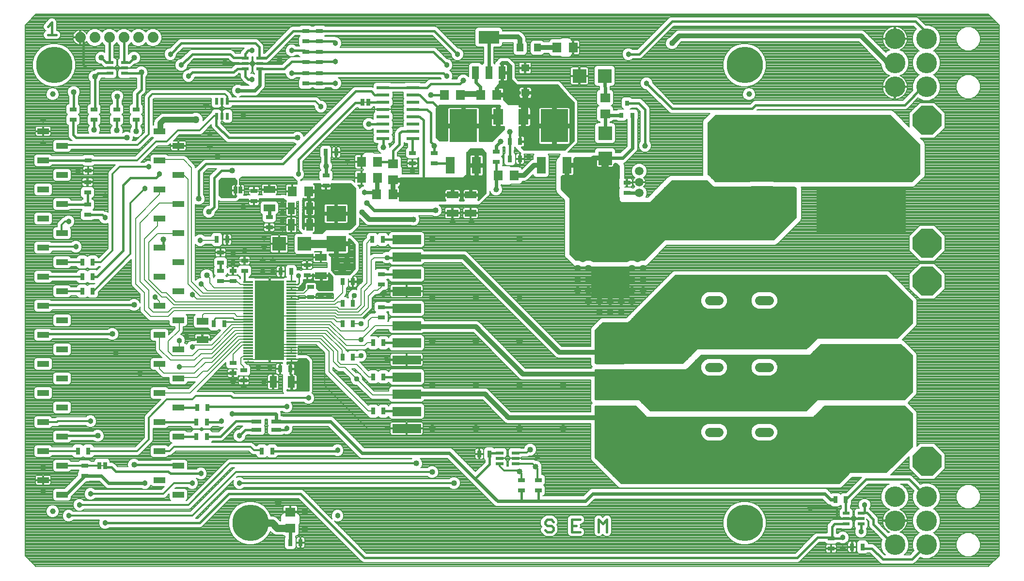
<source format=gtl>
G75*
%MOIN*%
%OFA0B0*%
%FSLAX25Y25*%
%IPPOS*%
%LPD*%
%AMOC8*
5,1,8,0,0,1.08239X$1,22.5*
%
%ADD10C,0.01500*%
%ADD11R,0.07874X0.04724*%
%ADD12R,0.04724X0.03150*%
%ADD13R,0.04724X0.07874*%
%ADD14R,0.03150X0.04724*%
%ADD15R,0.05787X0.05000*%
%ADD16R,0.09449X0.09449*%
%ADD17R,0.04724X0.05512*%
%ADD18C,0.03937*%
%ADD19C,0.14173*%
%ADD20C,0.18000*%
%ADD21OC8,0.19685*%
%ADD22C,0.01600*%
%ADD23R,0.06299X0.07098*%
%ADD24R,0.04800X0.08800*%
%ADD25R,0.14173X0.08661*%
%ADD26R,0.06299X0.11811*%
%ADD27R,0.19000X0.22500*%
%ADD28R,0.03150X0.03543*%
%ADD29R,0.07087X0.06299*%
%ADD30R,0.07087X0.10630*%
%ADD31R,0.06299X0.07087*%
%ADD32R,0.08661X0.02362*%
%ADD33R,0.07087X0.01181*%
%ADD34R,0.20472X0.55118*%
%ADD35R,0.04724X0.02165*%
%ADD36C,0.00315*%
%ADD37C,0.00886*%
%ADD38R,0.05315X0.02165*%
%ADD39C,0.05906*%
%ADD40C,0.04369*%
%ADD41C,0.00394*%
%ADD42R,0.13780X0.10827*%
%ADD43C,0.25000*%
%ADD44C,0.00800*%
%ADD45R,0.02500X0.05000*%
%ADD46C,0.06400*%
%ADD47R,0.02165X0.04724*%
%ADD48R,0.07874X0.03937*%
%ADD49C,0.07400*%
%ADD50R,0.07087X0.02953*%
%ADD51C,0.02400*%
%ADD52C,0.03869*%
%ADD53C,0.03969*%
%ADD54C,0.03800*%
%ADD55C,0.03700*%
%ADD56C,0.05000*%
%ADD57C,0.04000*%
%ADD58C,0.01200*%
%ADD59C,0.01000*%
%ADD60C,0.01800*%
%ADD61C,0.04000*%
%ADD62C,0.03200*%
%ADD63C,0.00900*%
%ADD64C,0.04362*%
%ADD65C,0.03500*%
%ADD66C,0.05600*%
%ADD67C,0.05600*%
%ADD68C,0.05000*%
D10*
X0423497Y0031668D02*
X0424915Y0030250D01*
X0427751Y0030250D01*
X0429169Y0031668D01*
X0429169Y0033086D01*
X0427751Y0034504D01*
X0424915Y0034504D01*
X0423497Y0035922D01*
X0423497Y0037339D01*
X0424915Y0038757D01*
X0427751Y0038757D01*
X0429169Y0037339D01*
X0441913Y0038757D02*
X0441913Y0030250D01*
X0447585Y0030250D01*
X0444749Y0034504D02*
X0441913Y0034504D01*
X0441913Y0038757D02*
X0447585Y0038757D01*
X0460329Y0038757D02*
X0463165Y0035922D01*
X0466000Y0038757D01*
X0466000Y0030250D01*
X0460329Y0030250D02*
X0460329Y0038757D01*
X0087169Y0372250D02*
X0081497Y0372250D01*
X0084333Y0372250D02*
X0084333Y0380757D01*
X0081497Y0377922D01*
D11*
X0233747Y0265799D03*
X0233747Y0253201D03*
X0269247Y0219299D03*
X0269247Y0206701D03*
X0187747Y0175299D03*
X0187747Y0162701D03*
X0359747Y0249701D03*
X0372247Y0249701D03*
X0372247Y0262299D03*
X0359747Y0262299D03*
D12*
X0347247Y0283957D03*
X0347247Y0291043D03*
X0332247Y0291043D03*
X0332247Y0283957D03*
X0389747Y0284957D03*
X0389747Y0292043D03*
X0479747Y0270543D03*
X0479747Y0263457D03*
X0310747Y0207543D03*
X0310747Y0200457D03*
X0310747Y0185043D03*
X0310747Y0177957D03*
X0262247Y0191957D03*
X0262247Y0199043D03*
X0259747Y0206957D03*
X0259747Y0214043D03*
X0216747Y0217043D03*
X0200247Y0215457D03*
X0200247Y0210043D03*
X0200247Y0202957D03*
X0208747Y0202957D03*
X0208747Y0210043D03*
X0216747Y0209957D03*
X0200247Y0222543D03*
X0233747Y0239957D03*
X0233747Y0247043D03*
X0223247Y0257957D03*
X0223247Y0265043D03*
X0272747Y0268457D03*
X0272747Y0275543D03*
X0142247Y0313957D03*
X0142247Y0321043D03*
X0128747Y0321043D03*
X0128747Y0313957D03*
X0113247Y0313957D03*
X0113247Y0321043D03*
X0098747Y0321043D03*
X0098747Y0313957D03*
X0109247Y0286043D03*
X0109247Y0278957D03*
X0108747Y0271043D03*
X0108747Y0263957D03*
X0108747Y0255543D03*
X0108747Y0248457D03*
X0258747Y0338957D03*
X0258747Y0346043D03*
X0268247Y0346043D03*
X0268247Y0338957D03*
X0268247Y0353457D03*
X0258747Y0353457D03*
X0258747Y0360543D03*
X0268247Y0360543D03*
X0268247Y0367957D03*
X0268247Y0375043D03*
X0258747Y0375043D03*
X0258747Y0367957D03*
X0208747Y0146543D03*
X0208747Y0139457D03*
X0216247Y0141543D03*
X0216247Y0134457D03*
X0106747Y0076043D03*
X0106747Y0068957D03*
X0407247Y0066043D03*
X0418747Y0066043D03*
X0418747Y0058957D03*
X0407247Y0058957D03*
X0620247Y0026043D03*
X0620247Y0018957D03*
D13*
X0249047Y0133500D03*
X0236448Y0133500D03*
X0248948Y0241500D03*
X0261547Y0241500D03*
X0261547Y0253000D03*
X0248948Y0253000D03*
D14*
X0204791Y0231500D03*
X0197704Y0231500D03*
X0241704Y0209500D03*
X0248791Y0209500D03*
X0284204Y0202500D03*
X0291291Y0202500D03*
X0291291Y0187500D03*
X0284204Y0187500D03*
X0284204Y0173500D03*
X0291291Y0173500D03*
X0305204Y0160500D03*
X0312291Y0160500D03*
X0291291Y0150500D03*
X0284204Y0150500D03*
X0305204Y0137000D03*
X0312291Y0137000D03*
X0312291Y0113500D03*
X0305204Y0113500D03*
X0248291Y0142500D03*
X0241204Y0142500D03*
X0191291Y0116000D03*
X0184204Y0116000D03*
X0183704Y0106000D03*
X0190791Y0106000D03*
X0190791Y0096000D03*
X0183704Y0096000D03*
X0228704Y0086000D03*
X0235791Y0086000D03*
X0109291Y0086000D03*
X0102204Y0086000D03*
X0248204Y0023000D03*
X0255291Y0023000D03*
X0378204Y0084000D03*
X0385291Y0084000D03*
X0202791Y0173500D03*
X0195704Y0173500D03*
X0112291Y0196000D03*
X0105204Y0196000D03*
X0105204Y0206000D03*
X0112291Y0206000D03*
X0112291Y0216000D03*
X0105204Y0216000D03*
X0272704Y0291500D03*
X0279791Y0291500D03*
X0399204Y0287000D03*
X0406291Y0287000D03*
X0406291Y0299000D03*
X0399204Y0299000D03*
X0311791Y0231500D03*
X0304704Y0231500D03*
X0623204Y0052500D03*
X0630291Y0052500D03*
X0634704Y0020000D03*
X0641791Y0020000D03*
D15*
X0409747Y0332535D03*
X0409747Y0349465D03*
D16*
X0447086Y0344000D03*
X0464409Y0344000D03*
X0464747Y0304661D03*
X0464747Y0287339D03*
X0257909Y0228500D03*
X0240586Y0228500D03*
D17*
X0406342Y0363500D03*
X0418153Y0363500D03*
D18*
X0563747Y0331500D03*
X0084747Y0331500D03*
X0084747Y0044500D03*
D19*
X0664094Y0038035D03*
X0685747Y0038035D03*
X0685747Y0054571D03*
X0664094Y0054571D03*
X0664094Y0021500D03*
X0685747Y0021500D03*
X0685747Y0336500D03*
X0664094Y0336500D03*
X0664094Y0353035D03*
X0685747Y0353035D03*
X0685747Y0369571D03*
X0664094Y0369571D03*
D20*
X0650747Y0290870D03*
X0631062Y0290870D03*
X0631062Y0251500D03*
X0650747Y0251500D03*
X0650747Y0180240D03*
X0631062Y0180240D03*
X0631062Y0140870D03*
X0650747Y0140870D03*
X0650747Y0101500D03*
X0631062Y0101500D03*
D21*
X0686181Y0078980D03*
X0686181Y0202799D03*
X0686181Y0228980D03*
X0686181Y0313429D03*
D22*
X0670747Y0324000D02*
X0568247Y0324000D01*
X0565747Y0321500D01*
X0510747Y0321500D01*
X0493247Y0339000D01*
X0488247Y0359000D02*
X0480747Y0359000D01*
X0488247Y0359000D02*
X0510747Y0381500D01*
X0678247Y0381500D01*
X0685747Y0374000D01*
X0685747Y0369571D01*
X0685747Y0336500D02*
X0683247Y0336500D01*
X0670747Y0324000D01*
X0659591Y0301614D02*
X0658012Y0302203D01*
X0656365Y0302561D01*
X0654684Y0302681D01*
X0627125Y0302681D01*
X0625445Y0302561D01*
X0623798Y0302203D01*
X0622219Y0301614D01*
X0620740Y0300806D01*
X0619391Y0299796D01*
X0618199Y0298605D01*
X0617189Y0297256D01*
X0616382Y0295777D01*
X0615793Y0294198D01*
X0615435Y0292551D01*
X0615314Y0290870D01*
X0615435Y0289189D01*
X0615793Y0287543D01*
X0616382Y0285964D01*
X0617189Y0284485D01*
X0618199Y0283136D01*
X0619391Y0281944D01*
X0620740Y0280934D01*
X0622219Y0280126D01*
X0623798Y0279537D01*
X0625445Y0279179D01*
X0627125Y0279059D01*
X0654684Y0279059D01*
X0656365Y0279179D01*
X0658012Y0279537D01*
X0659591Y0280126D01*
X0661070Y0280934D01*
X0662419Y0281944D01*
X0663611Y0283136D01*
X0664621Y0284485D01*
X0665428Y0285964D01*
X0666017Y0287543D01*
X0666375Y0289189D01*
X0666495Y0290870D01*
X0666375Y0292551D01*
X0666017Y0294198D01*
X0665428Y0295777D01*
X0664621Y0297256D01*
X0663611Y0298605D01*
X0662419Y0299796D01*
X0661070Y0300806D01*
X0659591Y0301614D01*
X0661025Y0300831D02*
X0620785Y0300831D01*
X0618827Y0299232D02*
X0662983Y0299232D01*
X0664338Y0297634D02*
X0617472Y0297634D01*
X0616523Y0296035D02*
X0665287Y0296035D01*
X0665928Y0294437D02*
X0615882Y0294437D01*
X0615497Y0292838D02*
X0666313Y0292838D01*
X0666469Y0291239D02*
X0615341Y0291239D01*
X0615402Y0289641D02*
X0666408Y0289641D01*
X0666126Y0288042D02*
X0615684Y0288042D01*
X0616203Y0286444D02*
X0665607Y0286444D01*
X0664818Y0284845D02*
X0616992Y0284845D01*
X0618116Y0283247D02*
X0663694Y0283247D01*
X0662024Y0281648D02*
X0619786Y0281648D01*
X0622424Y0280050D02*
X0659386Y0280050D01*
X0656365Y0263191D02*
X0654684Y0263311D01*
X0627125Y0263311D01*
X0625445Y0263191D01*
X0623798Y0262833D01*
X0622219Y0262244D01*
X0620740Y0261436D01*
X0619391Y0260426D01*
X0618199Y0259235D01*
X0617189Y0257886D01*
X0616382Y0256406D01*
X0615793Y0254828D01*
X0615435Y0253181D01*
X0615314Y0251500D01*
X0615435Y0249819D01*
X0615793Y0248172D01*
X0616382Y0246594D01*
X0617189Y0245114D01*
X0618199Y0243765D01*
X0619391Y0242574D01*
X0620740Y0241564D01*
X0622219Y0240756D01*
X0623798Y0240167D01*
X0625445Y0239809D01*
X0627125Y0239689D01*
X0654684Y0239689D01*
X0656365Y0239809D01*
X0658012Y0240167D01*
X0659591Y0240756D01*
X0661070Y0241564D01*
X0662419Y0242574D01*
X0663611Y0243765D01*
X0664621Y0245114D01*
X0665428Y0246594D01*
X0666017Y0248172D01*
X0666375Y0249819D01*
X0666495Y0251500D01*
X0666375Y0253181D01*
X0666017Y0254828D01*
X0665428Y0256406D01*
X0664621Y0257886D01*
X0663611Y0259235D01*
X0662419Y0260426D01*
X0661070Y0261436D01*
X0659591Y0262244D01*
X0658012Y0262833D01*
X0656365Y0263191D01*
X0658994Y0262466D02*
X0622816Y0262466D01*
X0619981Y0260868D02*
X0661829Y0260868D01*
X0663576Y0259269D02*
X0618234Y0259269D01*
X0617072Y0257671D02*
X0664738Y0257671D01*
X0665553Y0256072D02*
X0616257Y0256072D01*
X0615716Y0254474D02*
X0666094Y0254474D01*
X0666397Y0252875D02*
X0615413Y0252875D01*
X0615330Y0251277D02*
X0666479Y0251277D01*
X0666345Y0249678D02*
X0615465Y0249678D01*
X0615827Y0248080D02*
X0665982Y0248080D01*
X0665367Y0246481D02*
X0616443Y0246481D01*
X0617363Y0244883D02*
X0664447Y0244883D01*
X0663129Y0243284D02*
X0618680Y0243284D01*
X0620577Y0241686D02*
X0661233Y0241686D01*
X0657643Y0240087D02*
X0624167Y0240087D01*
X0627125Y0192051D02*
X0625445Y0191931D01*
X0623798Y0191573D01*
X0622219Y0190984D01*
X0620740Y0190176D01*
X0619391Y0189166D01*
X0618199Y0187975D01*
X0617189Y0186626D01*
X0616382Y0185147D01*
X0615793Y0183568D01*
X0615435Y0181921D01*
X0615314Y0180240D01*
X0615435Y0178559D01*
X0615793Y0176913D01*
X0616382Y0175334D01*
X0617189Y0173855D01*
X0618199Y0172506D01*
X0619391Y0171314D01*
X0620740Y0170304D01*
X0622219Y0169496D01*
X0623798Y0168908D01*
X0625445Y0168549D01*
X0627125Y0168429D01*
X0654684Y0168429D01*
X0656365Y0168549D01*
X0658012Y0168908D01*
X0659591Y0169496D01*
X0661070Y0170304D01*
X0662419Y0171314D01*
X0663611Y0172506D01*
X0664621Y0173855D01*
X0665428Y0175334D01*
X0666017Y0176913D01*
X0666375Y0178559D01*
X0666495Y0180240D01*
X0666375Y0181921D01*
X0666017Y0183568D01*
X0665428Y0185147D01*
X0664621Y0186626D01*
X0663611Y0187975D01*
X0662419Y0189166D01*
X0661070Y0190176D01*
X0659591Y0190984D01*
X0658012Y0191573D01*
X0656365Y0191931D01*
X0654684Y0192051D01*
X0627125Y0192051D01*
X0621394Y0190533D02*
X0660416Y0190533D01*
X0662651Y0188935D02*
X0619159Y0188935D01*
X0617721Y0187336D02*
X0664089Y0187336D01*
X0665105Y0185738D02*
X0616704Y0185738D01*
X0616006Y0184139D02*
X0665804Y0184139D01*
X0666240Y0182541D02*
X0615569Y0182541D01*
X0615365Y0180942D02*
X0666445Y0180942D01*
X0666431Y0179344D02*
X0615378Y0179344D01*
X0615612Y0177745D02*
X0666198Y0177745D01*
X0665731Y0176147D02*
X0616078Y0176147D01*
X0616811Y0174548D02*
X0664999Y0174548D01*
X0663943Y0172950D02*
X0617867Y0172950D01*
X0619354Y0171351D02*
X0662456Y0171351D01*
X0660060Y0169753D02*
X0621750Y0169753D01*
X0625445Y0152561D02*
X0623798Y0152203D01*
X0622219Y0151614D01*
X0620740Y0150806D01*
X0619391Y0149796D01*
X0618199Y0148605D01*
X0617189Y0147256D01*
X0616382Y0145777D01*
X0615793Y0144198D01*
X0615435Y0142551D01*
X0615314Y0140870D01*
X0615435Y0139189D01*
X0615793Y0137543D01*
X0616382Y0135964D01*
X0617189Y0134485D01*
X0618199Y0133136D01*
X0619391Y0131944D01*
X0620740Y0130934D01*
X0622219Y0130126D01*
X0623798Y0129537D01*
X0625445Y0129179D01*
X0627125Y0129059D01*
X0654684Y0129059D01*
X0656365Y0129179D01*
X0658012Y0129537D01*
X0659591Y0130126D01*
X0661070Y0130934D01*
X0662419Y0131944D01*
X0663611Y0133136D01*
X0664621Y0134485D01*
X0665428Y0135964D01*
X0666017Y0137543D01*
X0666375Y0139189D01*
X0666495Y0140870D01*
X0666375Y0142551D01*
X0666017Y0144198D01*
X0665428Y0145777D01*
X0664621Y0147256D01*
X0663611Y0148605D01*
X0662419Y0149796D01*
X0661070Y0150806D01*
X0659591Y0151614D01*
X0658012Y0152203D01*
X0656365Y0152561D01*
X0654684Y0152681D01*
X0627125Y0152681D01*
X0625445Y0152561D01*
X0623708Y0152169D02*
X0658102Y0152169D01*
X0661385Y0150570D02*
X0620425Y0150570D01*
X0618567Y0148972D02*
X0663243Y0148972D01*
X0664532Y0147373D02*
X0617278Y0147373D01*
X0616381Y0145775D02*
X0665429Y0145775D01*
X0666022Y0144176D02*
X0615788Y0144176D01*
X0615440Y0142578D02*
X0666369Y0142578D01*
X0666488Y0140979D02*
X0615322Y0140979D01*
X0615421Y0139381D02*
X0666389Y0139381D01*
X0666069Y0137782D02*
X0615741Y0137782D01*
X0616300Y0136184D02*
X0665510Y0136184D01*
X0664676Y0134585D02*
X0617134Y0134585D01*
X0618348Y0132987D02*
X0663462Y0132987D01*
X0661677Y0131388D02*
X0620133Y0131388D01*
X0623121Y0129790D02*
X0658689Y0129790D01*
X0656365Y0113191D02*
X0654684Y0113311D01*
X0627125Y0113311D01*
X0625445Y0113191D01*
X0623798Y0112833D01*
X0622219Y0112244D01*
X0620740Y0111436D01*
X0619391Y0110426D01*
X0618199Y0109235D01*
X0617189Y0107886D01*
X0616382Y0106406D01*
X0615793Y0104828D01*
X0615435Y0103181D01*
X0615314Y0101500D01*
X0615435Y0099819D01*
X0615793Y0098172D01*
X0616382Y0096594D01*
X0617189Y0095114D01*
X0618199Y0093765D01*
X0619391Y0092574D01*
X0620740Y0091564D01*
X0622219Y0090756D01*
X0623798Y0090167D01*
X0625445Y0089809D01*
X0627125Y0089689D01*
X0654684Y0089689D01*
X0656365Y0089809D01*
X0658012Y0090167D01*
X0659591Y0090756D01*
X0661070Y0091564D01*
X0662419Y0092574D01*
X0663611Y0093765D01*
X0664621Y0095114D01*
X0665428Y0096594D01*
X0666017Y0098172D01*
X0666375Y0099819D01*
X0666495Y0101500D01*
X0666375Y0103181D01*
X0666017Y0104828D01*
X0665428Y0106406D01*
X0664621Y0107886D01*
X0663611Y0109235D01*
X0662419Y0110426D01*
X0661070Y0111436D01*
X0659591Y0112244D01*
X0658012Y0112833D01*
X0656365Y0113191D01*
X0659660Y0112206D02*
X0622150Y0112206D01*
X0619633Y0110608D02*
X0662177Y0110608D01*
X0663779Y0109009D02*
X0618030Y0109009D01*
X0616930Y0107411D02*
X0664880Y0107411D01*
X0665650Y0105812D02*
X0616160Y0105812D01*
X0615659Y0104214D02*
X0666151Y0104214D01*
X0666416Y0102615D02*
X0615394Y0102615D01*
X0615349Y0101017D02*
X0666461Y0101017D01*
X0666288Y0099418D02*
X0615522Y0099418D01*
X0615924Y0097820D02*
X0665885Y0097820D01*
X0665225Y0096221D02*
X0616585Y0096221D01*
X0617558Y0094623D02*
X0664252Y0094623D01*
X0662869Y0093024D02*
X0618941Y0093024D01*
X0620993Y0091426D02*
X0660817Y0091426D01*
X0656447Y0089827D02*
X0625362Y0089827D01*
X0644291Y0066500D02*
X0630291Y0052500D01*
X0630291Y0043578D01*
X0630629Y0043240D01*
X0630629Y0039500D02*
X0625747Y0039500D01*
X0624247Y0041000D01*
X0624247Y0046500D01*
X0619247Y0046500D01*
X0618247Y0047500D01*
X0606247Y0047500D01*
X0605747Y0047000D01*
X0630629Y0039500D02*
X0640866Y0039500D01*
X0640866Y0035760D02*
X0640866Y0030619D01*
X0640747Y0030500D01*
X0649291Y0035500D02*
X0653247Y0031543D01*
X0653247Y0031500D01*
X0659497Y0025250D01*
X0660747Y0024000D01*
X0661094Y0024000D01*
X0655747Y0011500D02*
X0648247Y0019000D01*
X0642791Y0019000D01*
X0641791Y0020000D01*
X0628247Y0026500D02*
X0627791Y0026043D01*
X0620247Y0026043D01*
X0619791Y0026500D01*
X0610747Y0026500D01*
X0596747Y0012500D01*
X0299247Y0012500D01*
X0285747Y0026000D01*
X0285747Y0026043D01*
X0255291Y0056500D01*
X0205747Y0056500D01*
X0185747Y0036500D01*
X0120747Y0036500D01*
X0164247Y0072000D02*
X0165747Y0070500D01*
X0186747Y0070500D01*
X0171244Y0076000D02*
X0170744Y0076500D01*
X0140747Y0076500D01*
X0128247Y0072000D02*
X0125247Y0075000D01*
X0121747Y0075000D01*
X0120747Y0076000D01*
X0128247Y0072000D02*
X0164247Y0072000D01*
X0171244Y0096000D02*
X0183704Y0096000D01*
X0190791Y0096000D02*
X0200247Y0096000D01*
X0210747Y0106500D01*
X0224909Y0106500D01*
X0225055Y0106354D01*
X0225055Y0100646D02*
X0224909Y0100500D01*
X0217247Y0100500D01*
X0213247Y0096500D01*
X0235791Y0086000D02*
X0280247Y0086000D01*
X0280747Y0086500D01*
X0245747Y0101500D02*
X0244893Y0100646D01*
X0238440Y0100646D01*
X0245747Y0116500D02*
X0191791Y0116500D01*
X0191291Y0116000D01*
X0184204Y0116000D02*
X0171244Y0116000D01*
X0183704Y0106000D02*
X0158251Y0106000D01*
X0190791Y0106000D02*
X0200247Y0106000D01*
X0200747Y0106500D01*
X0115747Y0096500D02*
X0091744Y0096500D01*
X0091244Y0096000D01*
X0078251Y0166000D02*
X0078751Y0166500D01*
X0125747Y0166500D01*
X0140747Y0186500D02*
X0078751Y0186500D01*
X0078251Y0186000D01*
X0112291Y0206000D02*
X0115247Y0206000D01*
X0133247Y0224000D01*
X0133247Y0269000D01*
X0138247Y0274000D01*
X0155747Y0274000D01*
X0158247Y0276500D01*
X0185247Y0278500D02*
X0185247Y0259500D01*
X0192247Y0250500D02*
X0195747Y0254000D01*
X0195747Y0274000D01*
X0200747Y0279000D01*
X0208247Y0279000D01*
X0190247Y0283500D02*
X0185247Y0278500D01*
X0190247Y0283500D02*
X0243247Y0283500D01*
X0293247Y0333500D01*
X0303747Y0333500D01*
X0306247Y0331000D01*
X0312011Y0331000D01*
X0312011Y0326000D02*
X0301747Y0326000D01*
X0297747Y0326000D02*
X0297247Y0325500D01*
X0292747Y0325500D01*
X0253747Y0286500D01*
X0253747Y0276500D01*
X0248350Y0265799D02*
X0249649Y0264500D01*
X0233747Y0265799D02*
X0232992Y0265043D01*
X0223247Y0265043D02*
X0222791Y0265500D01*
X0160747Y0231500D02*
X0160747Y0226500D01*
X0158751Y0226500D01*
X0158251Y0226000D01*
X0120747Y0246500D02*
X0118791Y0248457D01*
X0108747Y0248457D01*
X0108747Y0255543D02*
X0091700Y0255543D01*
X0091244Y0256000D01*
X0108747Y0255543D02*
X0108747Y0263957D01*
X0109247Y0286043D02*
X0078295Y0286043D01*
X0078251Y0286000D01*
X0098747Y0303500D02*
X0100747Y0301500D01*
X0135747Y0301500D01*
X0142247Y0306000D02*
X0142247Y0313957D01*
X0142247Y0321043D02*
X0142747Y0321543D01*
X0142747Y0331500D01*
X0145747Y0334500D01*
X0145747Y0346500D01*
X0145007Y0345760D01*
X0134366Y0345760D01*
X0134606Y0346000D01*
X0145247Y0346000D01*
X0145747Y0346500D01*
X0137488Y0353240D02*
X0140747Y0356500D01*
X0137488Y0353240D02*
X0134366Y0353240D01*
X0133747Y0353859D01*
X0133747Y0370500D01*
X0123747Y0370500D02*
X0123747Y0353622D01*
X0124129Y0353240D01*
X0121507Y0353240D01*
X0118247Y0356500D01*
X0107747Y0349500D02*
X0105747Y0351500D01*
X0105747Y0367500D01*
X0103747Y0370500D01*
X0107747Y0349500D02*
X0124129Y0349500D01*
X0134366Y0349500D01*
X0124129Y0345760D02*
X0116007Y0345760D01*
X0113747Y0343500D01*
X0113747Y0321543D01*
X0113247Y0321043D01*
X0113247Y0313957D02*
X0113247Y0307000D01*
X0098747Y0303500D02*
X0098747Y0313957D01*
X0098747Y0321043D02*
X0099247Y0321543D01*
X0099247Y0333000D01*
X0113747Y0343500D02*
X0116247Y0346000D01*
X0123889Y0346000D01*
X0124129Y0345760D01*
X0129247Y0330000D02*
X0129247Y0321543D01*
X0128747Y0321043D01*
X0128747Y0313957D02*
X0128747Y0306500D01*
X0197247Y0310000D02*
X0197247Y0316122D01*
X0197507Y0316381D01*
X0197247Y0310000D02*
X0205747Y0301500D01*
X0253247Y0301500D01*
X0302247Y0311000D02*
X0312011Y0311000D01*
X0323247Y0304500D02*
X0324747Y0306000D01*
X0332484Y0306000D01*
X0332484Y0301000D02*
X0332204Y0300720D01*
X0332247Y0291043D01*
X0323247Y0297000D02*
X0318747Y0292500D01*
X0318747Y0283512D01*
X0317259Y0285000D01*
X0308259Y0285000D01*
X0312247Y0295000D02*
X0312247Y0300764D01*
X0312011Y0301000D01*
X0323247Y0304500D02*
X0323247Y0297000D01*
X0344747Y0298500D02*
X0344747Y0318500D01*
X0342247Y0321000D01*
X0332484Y0321000D01*
X0332484Y0316000D02*
X0337247Y0316000D01*
X0339747Y0313500D01*
X0339747Y0273500D01*
X0354705Y0266102D02*
X0355116Y0266339D01*
X0355573Y0266461D01*
X0359366Y0266461D01*
X0359366Y0262680D01*
X0359366Y0261918D01*
X0354010Y0261918D01*
X0354010Y0259700D01*
X0354133Y0259242D01*
X0354370Y0258832D01*
X0354702Y0258500D01*
X0323650Y0258500D01*
X0323709Y0258720D01*
X0323709Y0261725D01*
X0319534Y0261725D01*
X0319534Y0263275D01*
X0317984Y0263275D01*
X0317984Y0267843D01*
X0317973Y0267843D01*
X0317973Y0271713D01*
X0319522Y0271713D01*
X0319522Y0267539D01*
X0319534Y0267539D01*
X0319534Y0263275D01*
X0323709Y0263275D01*
X0323709Y0266280D01*
X0323586Y0266738D01*
X0323349Y0267149D01*
X0323014Y0267484D01*
X0322795Y0267610D01*
X0322986Y0267661D01*
X0323396Y0267898D01*
X0323731Y0268233D01*
X0323968Y0268644D01*
X0324091Y0269102D01*
X0324091Y0271713D01*
X0319522Y0271713D01*
X0319522Y0273263D01*
X0324091Y0273263D01*
X0324091Y0273500D01*
X0367247Y0273500D01*
X0369747Y0276000D01*
X0369747Y0291000D01*
X0372247Y0293500D01*
X0379747Y0293500D01*
X0382247Y0291000D01*
X0382247Y0263500D01*
X0377687Y0258940D01*
X0377862Y0259242D01*
X0377984Y0259700D01*
X0377984Y0261918D01*
X0372629Y0261918D01*
X0372629Y0262680D01*
X0377984Y0262680D01*
X0377984Y0264898D01*
X0377862Y0265356D01*
X0377625Y0265767D01*
X0377290Y0266102D01*
X0376879Y0266339D01*
X0376421Y0266461D01*
X0372629Y0266461D01*
X0372629Y0262680D01*
X0371866Y0262680D01*
X0371866Y0261918D01*
X0366510Y0261918D01*
X0366510Y0259700D01*
X0366633Y0259242D01*
X0366870Y0258832D01*
X0367202Y0258500D01*
X0364793Y0258500D01*
X0365125Y0258832D01*
X0365362Y0259242D01*
X0365484Y0259700D01*
X0365484Y0261918D01*
X0360129Y0261918D01*
X0360129Y0262680D01*
X0365484Y0262680D01*
X0365484Y0264898D01*
X0365362Y0265356D01*
X0365125Y0265767D01*
X0364790Y0266102D01*
X0364379Y0266339D01*
X0363921Y0266461D01*
X0360129Y0266461D01*
X0360129Y0262680D01*
X0359366Y0262680D01*
X0354010Y0262680D01*
X0354010Y0264898D01*
X0354133Y0265356D01*
X0354370Y0265767D01*
X0354705Y0266102D01*
X0354310Y0265663D02*
X0323709Y0265663D01*
X0323709Y0264065D02*
X0354010Y0264065D01*
X0354010Y0260868D02*
X0323709Y0260868D01*
X0323709Y0259269D02*
X0354126Y0259269D01*
X0359366Y0262466D02*
X0319534Y0262466D01*
X0319534Y0264065D02*
X0317984Y0264065D01*
X0317984Y0265663D02*
X0319534Y0265663D01*
X0319534Y0267262D02*
X0317984Y0267262D01*
X0317973Y0268860D02*
X0319522Y0268860D01*
X0319522Y0270459D02*
X0317973Y0270459D01*
X0319522Y0272057D02*
X0382247Y0272057D01*
X0382247Y0270459D02*
X0324091Y0270459D01*
X0324026Y0268860D02*
X0382247Y0268860D01*
X0382247Y0267262D02*
X0323236Y0267262D01*
X0359366Y0265663D02*
X0360129Y0265663D01*
X0360129Y0264065D02*
X0359366Y0264065D01*
X0360129Y0262466D02*
X0371866Y0262466D01*
X0371866Y0262680D02*
X0366510Y0262680D01*
X0366510Y0264898D01*
X0366633Y0265356D01*
X0366870Y0265767D01*
X0367205Y0266102D01*
X0367616Y0266339D01*
X0368073Y0266461D01*
X0371866Y0266461D01*
X0371866Y0262680D01*
X0372629Y0262466D02*
X0381214Y0262466D01*
X0382247Y0264065D02*
X0377984Y0264065D01*
X0377684Y0265663D02*
X0382247Y0265663D01*
X0379615Y0260868D02*
X0377984Y0260868D01*
X0378017Y0259269D02*
X0377869Y0259269D01*
X0372629Y0264065D02*
X0371866Y0264065D01*
X0371866Y0265663D02*
X0372629Y0265663D01*
X0366810Y0265663D02*
X0365184Y0265663D01*
X0365484Y0264065D02*
X0366510Y0264065D01*
X0366510Y0260868D02*
X0365484Y0260868D01*
X0365369Y0259269D02*
X0366626Y0259269D01*
X0367403Y0273656D02*
X0382247Y0273656D01*
X0382247Y0275254D02*
X0380484Y0275254D01*
X0380479Y0275249D02*
X0380814Y0275584D01*
X0381051Y0275994D01*
X0381173Y0276452D01*
X0381173Y0281820D01*
X0376999Y0281820D01*
X0376999Y0283369D01*
X0381173Y0283369D01*
X0381173Y0288737D01*
X0381051Y0289195D01*
X0380814Y0289605D01*
X0380479Y0289940D01*
X0380068Y0290177D01*
X0379610Y0290300D01*
X0376999Y0290300D01*
X0376999Y0283369D01*
X0375449Y0283369D01*
X0375449Y0281820D01*
X0371274Y0281820D01*
X0371274Y0276452D01*
X0371397Y0275994D01*
X0371634Y0275584D01*
X0371969Y0275249D01*
X0372379Y0275012D01*
X0372837Y0274889D01*
X0375449Y0274889D01*
X0375449Y0281820D01*
X0376999Y0281820D01*
X0376999Y0274889D01*
X0379610Y0274889D01*
X0380068Y0275012D01*
X0380479Y0275249D01*
X0381173Y0276853D02*
X0382247Y0276853D01*
X0382247Y0278451D02*
X0381173Y0278451D01*
X0381173Y0280050D02*
X0382247Y0280050D01*
X0382247Y0281648D02*
X0381173Y0281648D01*
X0382247Y0283247D02*
X0376999Y0283247D01*
X0375449Y0283247D02*
X0369747Y0283247D01*
X0371274Y0283369D02*
X0375449Y0283369D01*
X0375449Y0290300D01*
X0372837Y0290300D01*
X0372379Y0290177D01*
X0371969Y0289940D01*
X0371634Y0289605D01*
X0371397Y0289195D01*
X0371274Y0288737D01*
X0371274Y0283369D01*
X0371274Y0284845D02*
X0369747Y0284845D01*
X0369747Y0286444D02*
X0371274Y0286444D01*
X0371274Y0288042D02*
X0369747Y0288042D01*
X0369747Y0289641D02*
X0371670Y0289641D01*
X0369987Y0291239D02*
X0382008Y0291239D01*
X0382247Y0289641D02*
X0380778Y0289641D01*
X0381173Y0288042D02*
X0382247Y0288042D01*
X0382247Y0286444D02*
X0381173Y0286444D01*
X0381173Y0284845D02*
X0382247Y0284845D01*
X0376999Y0284845D02*
X0375449Y0284845D01*
X0375449Y0286444D02*
X0376999Y0286444D01*
X0376999Y0288042D02*
X0375449Y0288042D01*
X0375449Y0289641D02*
X0376999Y0289641D01*
X0380409Y0292838D02*
X0371585Y0292838D01*
X0378547Y0299614D02*
X0378547Y0308952D01*
X0368047Y0308952D01*
X0368047Y0310552D01*
X0366447Y0310552D01*
X0366447Y0308952D01*
X0355947Y0308952D01*
X0355947Y0299928D01*
X0350747Y0300000D01*
X0348747Y0302000D01*
X0348747Y0321500D01*
X0350747Y0323500D01*
X0391747Y0323500D01*
X0392132Y0323115D01*
X0391886Y0323115D01*
X0391886Y0316800D01*
X0390286Y0316800D01*
X0390286Y0315200D01*
X0385743Y0315200D01*
X0385743Y0310448D01*
X0385865Y0309990D01*
X0386102Y0309580D01*
X0386437Y0309245D01*
X0386848Y0309008D01*
X0387306Y0308885D01*
X0390286Y0308885D01*
X0390286Y0315200D01*
X0391886Y0315200D01*
X0391886Y0308885D01*
X0394747Y0308885D01*
X0394747Y0307500D01*
X0386747Y0299500D01*
X0378547Y0299614D01*
X0378547Y0300831D02*
X0388078Y0300831D01*
X0389677Y0302429D02*
X0378547Y0302429D01*
X0378547Y0304028D02*
X0391275Y0304028D01*
X0392874Y0305626D02*
X0378547Y0305626D01*
X0378547Y0307225D02*
X0394472Y0307225D01*
X0394747Y0308823D02*
X0378547Y0308823D01*
X0378547Y0310552D02*
X0378547Y0321239D01*
X0378425Y0321697D01*
X0378188Y0322107D01*
X0377853Y0322442D01*
X0377442Y0322679D01*
X0376984Y0322802D01*
X0368047Y0322802D01*
X0368047Y0310552D01*
X0378547Y0310552D01*
X0378547Y0312020D02*
X0385743Y0312020D01*
X0385750Y0310422D02*
X0368047Y0310422D01*
X0368047Y0312020D02*
X0366447Y0312020D01*
X0366447Y0310552D02*
X0366447Y0322802D01*
X0357510Y0322802D01*
X0357053Y0322679D01*
X0356642Y0322442D01*
X0356307Y0322107D01*
X0356070Y0321697D01*
X0355947Y0321239D01*
X0355947Y0310552D01*
X0366447Y0310552D01*
X0366447Y0310422D02*
X0348747Y0310422D01*
X0348747Y0312020D02*
X0355947Y0312020D01*
X0355947Y0313619D02*
X0348747Y0313619D01*
X0348747Y0315217D02*
X0355947Y0315217D01*
X0355947Y0316816D02*
X0348747Y0316816D01*
X0348747Y0318414D02*
X0355947Y0318414D01*
X0355947Y0320013D02*
X0348747Y0320013D01*
X0348859Y0321611D02*
X0356047Y0321611D01*
X0352247Y0320000D02*
X0346247Y0326000D01*
X0342247Y0326000D01*
X0337247Y0331000D01*
X0332484Y0331000D01*
X0332484Y0336000D02*
X0312011Y0336000D01*
X0279247Y0339000D02*
X0279204Y0338957D01*
X0268247Y0338957D01*
X0258747Y0338957D01*
X0258704Y0346000D02*
X0249247Y0346000D01*
X0244007Y0348760D02*
X0249247Y0354000D01*
X0261204Y0354000D01*
X0261747Y0353457D01*
X0258747Y0353457D01*
X0261747Y0353457D02*
X0268247Y0353457D01*
X0268791Y0354000D01*
X0279247Y0354000D01*
X0268247Y0360543D02*
X0258747Y0360543D01*
X0257791Y0361500D01*
X0249247Y0361500D01*
X0240747Y0355500D02*
X0238247Y0352500D01*
X0227247Y0352500D01*
X0227366Y0348760D02*
X0244007Y0348760D01*
X0258291Y0346500D02*
X0258747Y0346043D01*
X0258704Y0346000D01*
X0258747Y0346043D02*
X0268247Y0346043D01*
X0353704Y0346043D01*
X0355747Y0344000D01*
X0355747Y0351500D02*
X0346704Y0360543D01*
X0268247Y0360543D01*
X0278247Y0368000D02*
X0279247Y0367000D01*
X0279247Y0366500D01*
X0278247Y0368000D02*
X0268204Y0368000D01*
X0268247Y0367957D01*
X0268204Y0368000D02*
X0258791Y0368000D01*
X0258747Y0367957D01*
X0258747Y0375043D02*
X0250291Y0375043D01*
X0231747Y0356500D01*
X0231488Y0356240D01*
X0227366Y0356240D01*
X0226747Y0356859D01*
X0226747Y0364000D01*
X0224247Y0366500D01*
X0173247Y0366500D01*
X0165747Y0359000D01*
X0173247Y0351500D02*
X0180747Y0359000D01*
X0206747Y0359000D01*
X0209247Y0356500D01*
X0216869Y0356500D01*
X0217129Y0356240D01*
X0217129Y0359381D01*
X0219247Y0361500D01*
X0221747Y0361500D01*
X0227366Y0356240D02*
X0227626Y0356500D01*
X0231747Y0356500D01*
X0217129Y0352500D02*
X0203747Y0352500D01*
X0203247Y0353000D01*
X0209247Y0346500D02*
X0180747Y0346500D01*
X0178247Y0344000D01*
X0209247Y0346500D02*
X0211747Y0349000D01*
X0216889Y0349000D01*
X0217129Y0348760D01*
X0217129Y0343619D01*
X0219247Y0341500D01*
X0221747Y0341500D01*
X0258747Y0375043D02*
X0268247Y0375043D01*
X0347204Y0375043D01*
X0363247Y0359000D01*
X0392747Y0352500D02*
X0393747Y0353500D01*
X0397247Y0353500D01*
X0399747Y0351000D01*
X0399747Y0341500D01*
X0403747Y0337500D01*
X0407747Y0337500D01*
X0407083Y0336835D01*
X0406617Y0336835D01*
X0406159Y0336713D01*
X0405749Y0336476D01*
X0405413Y0336141D01*
X0405176Y0335730D01*
X0405054Y0335272D01*
X0405054Y0332985D01*
X0405747Y0332985D01*
X0405747Y0332085D01*
X0405054Y0332085D01*
X0405054Y0329798D01*
X0405176Y0329341D01*
X0405413Y0328930D01*
X0405747Y0328596D01*
X0405747Y0325000D01*
X0398247Y0325000D01*
X0395209Y0328039D01*
X0395209Y0330225D01*
X0391034Y0330225D01*
X0391034Y0331775D01*
X0389484Y0331775D01*
X0389484Y0335737D01*
X0392247Y0338500D01*
X0392247Y0340100D01*
X0393447Y0340100D01*
X0393447Y0345900D01*
X0394247Y0345900D01*
X0394247Y0340100D01*
X0396484Y0340100D01*
X0396942Y0340223D01*
X0397353Y0340460D01*
X0397688Y0340795D01*
X0397925Y0341205D01*
X0398047Y0341663D01*
X0398047Y0345900D01*
X0394248Y0345900D01*
X0394248Y0346700D01*
X0398047Y0346700D01*
X0398047Y0350937D01*
X0397925Y0351395D01*
X0397688Y0351805D01*
X0397353Y0352140D01*
X0396942Y0352377D01*
X0396484Y0352500D01*
X0394247Y0352500D01*
X0394247Y0346700D01*
X0393447Y0346700D01*
X0393447Y0352500D01*
X0392747Y0352500D01*
X0393447Y0351983D02*
X0394247Y0351983D01*
X0394247Y0350384D02*
X0393447Y0350384D01*
X0393447Y0348786D02*
X0394247Y0348786D01*
X0394247Y0347187D02*
X0393447Y0347187D01*
X0393447Y0345589D02*
X0394247Y0345589D01*
X0394247Y0343990D02*
X0393447Y0343990D01*
X0393447Y0342392D02*
X0394247Y0342392D01*
X0394247Y0340793D02*
X0393447Y0340793D01*
X0392247Y0339195D02*
X0402053Y0339195D01*
X0403651Y0337596D02*
X0391344Y0337596D01*
X0391034Y0336343D02*
X0393646Y0336343D01*
X0394104Y0336221D01*
X0394514Y0335984D01*
X0394849Y0335649D01*
X0395086Y0335238D01*
X0395209Y0334780D01*
X0395209Y0331775D01*
X0391034Y0331775D01*
X0391034Y0336343D01*
X0391034Y0335998D02*
X0389745Y0335998D01*
X0389484Y0334399D02*
X0391034Y0334399D01*
X0391034Y0332801D02*
X0389484Y0332801D01*
X0391034Y0331202D02*
X0405054Y0331202D01*
X0405106Y0329604D02*
X0395209Y0329604D01*
X0395242Y0328005D02*
X0405747Y0328005D01*
X0440242Y0328005D01*
X0438747Y0329500D02*
X0442747Y0325500D01*
X0442747Y0299500D01*
X0440747Y0297500D01*
X0440925Y0297807D01*
X0441047Y0298265D01*
X0441047Y0308952D01*
X0430547Y0308952D01*
X0430547Y0296702D01*
X0439484Y0296702D01*
X0439942Y0296825D01*
X0440249Y0297002D01*
X0436747Y0293500D01*
X0408747Y0293500D01*
X0407410Y0294838D01*
X0408103Y0294838D01*
X0408560Y0294960D01*
X0408971Y0295197D01*
X0409306Y0295533D01*
X0409543Y0295943D01*
X0409666Y0296401D01*
X0409666Y0299000D01*
X0409666Y0301599D01*
X0409543Y0302057D01*
X0409306Y0302467D01*
X0408971Y0302803D01*
X0408560Y0303040D01*
X0408103Y0303162D01*
X0406291Y0303162D01*
X0406291Y0299000D01*
X0409666Y0299000D01*
X0406291Y0299000D01*
X0406291Y0299000D01*
X0406291Y0299000D01*
X0406291Y0303162D01*
X0405747Y0303162D01*
X0405747Y0308885D01*
X0407609Y0308885D01*
X0407609Y0315200D01*
X0409209Y0315200D01*
X0409209Y0316800D01*
X0413752Y0316800D01*
X0413752Y0321552D01*
X0413629Y0322010D01*
X0413393Y0322420D01*
X0413057Y0322755D01*
X0412647Y0322992D01*
X0412189Y0323115D01*
X0409209Y0323115D01*
X0409209Y0316800D01*
X0407609Y0316800D01*
X0407609Y0323115D01*
X0405747Y0323115D01*
X0405747Y0328596D01*
X0405749Y0328595D01*
X0406159Y0328358D01*
X0406617Y0328235D01*
X0409297Y0328235D01*
X0409297Y0332085D01*
X0410197Y0332085D01*
X0410197Y0328235D01*
X0412878Y0328235D01*
X0413336Y0328358D01*
X0413746Y0328595D01*
X0414081Y0328930D01*
X0414318Y0329341D01*
X0414441Y0329798D01*
X0414441Y0332085D01*
X0410198Y0332085D01*
X0410198Y0332985D01*
X0414441Y0332985D01*
X0414441Y0335272D01*
X0414318Y0335730D01*
X0414081Y0336141D01*
X0413746Y0336476D01*
X0413336Y0336713D01*
X0412878Y0336835D01*
X0410197Y0336835D01*
X0410197Y0332986D01*
X0409297Y0332986D01*
X0409297Y0336835D01*
X0407083Y0336835D01*
X0407747Y0337500D01*
X0431747Y0337500D01*
X0438747Y0329500D01*
X0438657Y0329604D02*
X0414389Y0329604D01*
X0414441Y0331202D02*
X0437258Y0331202D01*
X0435859Y0332801D02*
X0410198Y0332801D01*
X0410197Y0334399D02*
X0409297Y0334399D01*
X0409297Y0335998D02*
X0410197Y0335998D01*
X0414164Y0335998D02*
X0433062Y0335998D01*
X0434461Y0334399D02*
X0414441Y0334399D01*
X0410197Y0331202D02*
X0409297Y0331202D01*
X0409297Y0329604D02*
X0410197Y0329604D01*
X0405747Y0332801D02*
X0395209Y0332801D01*
X0395209Y0334399D02*
X0405054Y0334399D01*
X0405331Y0335998D02*
X0394490Y0335998D01*
X0397686Y0340793D02*
X0400454Y0340793D01*
X0399747Y0342392D02*
X0398047Y0342392D01*
X0398047Y0343990D02*
X0399747Y0343990D01*
X0399747Y0345589D02*
X0398047Y0345589D01*
X0398047Y0347187D02*
X0399747Y0347187D01*
X0399747Y0348786D02*
X0398047Y0348786D01*
X0398047Y0350384D02*
X0399747Y0350384D01*
X0398765Y0351983D02*
X0397510Y0351983D01*
X0354236Y0331000D02*
X0344747Y0331000D01*
X0350457Y0323210D02*
X0392038Y0323210D01*
X0391886Y0321611D02*
X0390286Y0321611D01*
X0390286Y0323115D02*
X0387306Y0323115D01*
X0386848Y0322992D01*
X0386437Y0322755D01*
X0386102Y0322420D01*
X0385865Y0322010D01*
X0385743Y0321552D01*
X0385743Y0316800D01*
X0390286Y0316800D01*
X0390286Y0323115D01*
X0390286Y0320013D02*
X0391886Y0320013D01*
X0391886Y0318414D02*
X0390286Y0318414D01*
X0390286Y0316816D02*
X0391886Y0316816D01*
X0390286Y0315217D02*
X0378547Y0315217D01*
X0378547Y0313619D02*
X0385743Y0313619D01*
X0385743Y0316816D02*
X0378547Y0316816D01*
X0378547Y0318414D02*
X0385743Y0318414D01*
X0385743Y0320013D02*
X0378547Y0320013D01*
X0378448Y0321611D02*
X0385759Y0321611D01*
X0368047Y0321611D02*
X0366447Y0321611D01*
X0366447Y0320013D02*
X0368047Y0320013D01*
X0368047Y0318414D02*
X0366447Y0318414D01*
X0366447Y0316816D02*
X0368047Y0316816D01*
X0368047Y0315217D02*
X0366447Y0315217D01*
X0366447Y0313619D02*
X0368047Y0313619D01*
X0355947Y0308823D02*
X0348747Y0308823D01*
X0348747Y0307225D02*
X0355947Y0307225D01*
X0355947Y0305626D02*
X0348747Y0305626D01*
X0348747Y0304028D02*
X0355947Y0304028D01*
X0355947Y0302429D02*
X0348747Y0302429D01*
X0349917Y0300831D02*
X0355947Y0300831D01*
X0347247Y0296000D02*
X0344747Y0298500D01*
X0347247Y0296000D02*
X0347247Y0291043D01*
X0369747Y0281648D02*
X0371274Y0281648D01*
X0371274Y0280050D02*
X0369747Y0280050D01*
X0369747Y0278451D02*
X0371274Y0278451D01*
X0371274Y0276853D02*
X0369747Y0276853D01*
X0369002Y0275254D02*
X0371963Y0275254D01*
X0375449Y0275254D02*
X0376999Y0275254D01*
X0376999Y0276853D02*
X0375449Y0276853D01*
X0375449Y0278451D02*
X0376999Y0278451D01*
X0376999Y0280050D02*
X0375449Y0280050D01*
X0375449Y0281648D02*
X0376999Y0281648D01*
X0389747Y0284957D02*
X0389747Y0276988D01*
X0391236Y0275500D01*
X0399204Y0287000D02*
X0399204Y0293500D01*
X0399204Y0299000D01*
X0406291Y0299232D02*
X0406291Y0299232D01*
X0406291Y0300831D02*
X0406291Y0300831D01*
X0406291Y0302429D02*
X0406291Y0302429D01*
X0405747Y0304028D02*
X0418447Y0304028D01*
X0418447Y0305626D02*
X0405747Y0305626D01*
X0405747Y0307225D02*
X0418447Y0307225D01*
X0418447Y0308823D02*
X0405747Y0308823D01*
X0407609Y0310422D02*
X0409209Y0310422D01*
X0409209Y0308885D02*
X0412189Y0308885D01*
X0412647Y0309008D01*
X0413057Y0309245D01*
X0413393Y0309580D01*
X0413629Y0309990D01*
X0413752Y0310448D01*
X0413752Y0315200D01*
X0409209Y0315200D01*
X0409209Y0308885D01*
X0409209Y0312020D02*
X0407609Y0312020D01*
X0407609Y0313619D02*
X0409209Y0313619D01*
X0409209Y0315217D02*
X0418447Y0315217D01*
X0418447Y0313619D02*
X0413752Y0313619D01*
X0413752Y0312020D02*
X0418447Y0312020D01*
X0418447Y0310552D02*
X0428947Y0310552D01*
X0428947Y0308952D01*
X0418447Y0308952D01*
X0418447Y0298265D01*
X0418570Y0297807D01*
X0418807Y0297397D01*
X0419142Y0297062D01*
X0419553Y0296825D01*
X0420010Y0296702D01*
X0428947Y0296702D01*
X0428947Y0308952D01*
X0430547Y0308952D01*
X0430547Y0310552D01*
X0428947Y0310552D01*
X0428947Y0322802D01*
X0420010Y0322802D01*
X0419553Y0322679D01*
X0419142Y0322442D01*
X0418807Y0322107D01*
X0418570Y0321697D01*
X0418447Y0321239D01*
X0418447Y0310552D01*
X0413745Y0310422D02*
X0428947Y0310422D01*
X0428947Y0312020D02*
X0430547Y0312020D01*
X0430547Y0310552D02*
X0430547Y0322802D01*
X0439484Y0322802D01*
X0439942Y0322679D01*
X0440353Y0322442D01*
X0440688Y0322107D01*
X0440925Y0321697D01*
X0441047Y0321239D01*
X0441047Y0310552D01*
X0430547Y0310552D01*
X0430547Y0310422D02*
X0442747Y0310422D01*
X0442747Y0312020D02*
X0441047Y0312020D01*
X0441047Y0313619D02*
X0442747Y0313619D01*
X0442747Y0315217D02*
X0441047Y0315217D01*
X0441047Y0316816D02*
X0442747Y0316816D01*
X0442747Y0318414D02*
X0441047Y0318414D01*
X0441047Y0320013D02*
X0442747Y0320013D01*
X0442747Y0321611D02*
X0440948Y0321611D01*
X0442747Y0323210D02*
X0405747Y0323210D01*
X0405747Y0324808D02*
X0442747Y0324808D01*
X0441841Y0326407D02*
X0405747Y0326407D01*
X0396841Y0326407D01*
X0407609Y0321611D02*
X0409209Y0321611D01*
X0409209Y0320013D02*
X0407609Y0320013D01*
X0407609Y0318414D02*
X0409209Y0318414D01*
X0409209Y0316816D02*
X0407609Y0316816D01*
X0413752Y0316816D02*
X0418447Y0316816D01*
X0418447Y0318414D02*
X0413752Y0318414D01*
X0413752Y0320013D02*
X0418447Y0320013D01*
X0418547Y0321611D02*
X0413736Y0321611D01*
X0428947Y0321611D02*
X0430547Y0321611D01*
X0430547Y0320013D02*
X0428947Y0320013D01*
X0428947Y0318414D02*
X0430547Y0318414D01*
X0430547Y0316816D02*
X0428947Y0316816D01*
X0428947Y0315217D02*
X0430547Y0315217D01*
X0430547Y0313619D02*
X0428947Y0313619D01*
X0428947Y0308823D02*
X0430547Y0308823D01*
X0430547Y0307225D02*
X0428947Y0307225D01*
X0428947Y0305626D02*
X0430547Y0305626D01*
X0430547Y0304028D02*
X0428947Y0304028D01*
X0428947Y0302429D02*
X0430547Y0302429D01*
X0430547Y0300831D02*
X0428947Y0300831D01*
X0428947Y0299232D02*
X0430547Y0299232D01*
X0430547Y0297634D02*
X0428947Y0297634D01*
X0437684Y0294437D02*
X0407811Y0294437D01*
X0409568Y0296035D02*
X0439282Y0296035D01*
X0440824Y0297634D02*
X0440881Y0297634D01*
X0441047Y0299232D02*
X0442479Y0299232D01*
X0442747Y0300831D02*
X0441047Y0300831D01*
X0441047Y0302429D02*
X0442747Y0302429D01*
X0442747Y0304028D02*
X0441047Y0304028D01*
X0441047Y0305626D02*
X0442747Y0305626D01*
X0442747Y0307225D02*
X0441047Y0307225D01*
X0441047Y0308823D02*
X0442747Y0308823D01*
X0418447Y0302429D02*
X0409328Y0302429D01*
X0409666Y0300831D02*
X0418447Y0300831D01*
X0418447Y0299232D02*
X0409666Y0299232D01*
X0409666Y0297634D02*
X0418670Y0297634D01*
X0391886Y0310422D02*
X0390286Y0310422D01*
X0390286Y0312020D02*
X0391886Y0312020D01*
X0391886Y0313619D02*
X0390286Y0313619D01*
X0352247Y0318500D02*
X0352247Y0320000D01*
X0328169Y0231500D02*
X0311791Y0231500D01*
X0328169Y0231500D02*
X0328247Y0231421D01*
X0325747Y0220500D02*
X0324747Y0219000D01*
X0314747Y0219000D01*
X0310747Y0207543D02*
X0327992Y0207543D01*
X0328247Y0207799D01*
X0327736Y0196500D02*
X0328247Y0195988D01*
X0327381Y0185043D02*
X0310747Y0185043D01*
X0327381Y0185043D02*
X0328247Y0184177D01*
X0295747Y0202500D02*
X0291291Y0202500D01*
X0328247Y0160555D02*
X0328192Y0160500D01*
X0312291Y0160500D01*
X0312291Y0137000D02*
X0328181Y0137000D01*
X0328247Y0136933D01*
X0328058Y0113500D02*
X0312291Y0113500D01*
X0328058Y0113500D02*
X0328247Y0113311D01*
X0385291Y0084000D02*
X0386031Y0084740D01*
X0392334Y0084740D01*
X0385291Y0084000D02*
X0385291Y0077043D01*
X0375247Y0067000D01*
X0407247Y0058957D02*
X0407247Y0052500D01*
X0408247Y0051500D01*
X0418247Y0051500D02*
X0418747Y0052000D01*
X0418747Y0058957D01*
X0620747Y0034000D02*
X0620747Y0026543D01*
X0620247Y0026043D01*
X0620747Y0034000D02*
X0622507Y0035760D01*
X0630629Y0035760D01*
X0640866Y0043240D02*
X0641126Y0043500D01*
X0643247Y0043500D01*
X0643247Y0049000D01*
X0643247Y0043500D02*
X0644747Y0043500D01*
X0649291Y0038957D01*
X0649291Y0035500D01*
X0675747Y0011500D02*
X0685747Y0021500D01*
X0675747Y0011500D02*
X0655747Y0011500D01*
X0685677Y0054571D02*
X0673747Y0066500D01*
X0644291Y0066500D01*
X0685677Y0054571D02*
X0685747Y0054571D01*
X0200247Y0210043D02*
X0200247Y0215457D01*
X0624839Y0302429D02*
X0656971Y0302429D01*
D23*
X0260846Y0264500D03*
X0249649Y0264500D03*
D24*
X0375647Y0346300D03*
X0384747Y0346300D03*
X0393847Y0346300D03*
D25*
X0384747Y0370701D03*
D26*
X0376224Y0282594D03*
X0358271Y0282594D03*
X0420771Y0282594D03*
X0438724Y0282594D03*
D27*
X0429747Y0309752D03*
X0367247Y0309752D03*
D28*
X0476007Y0317063D03*
X0483488Y0317063D03*
X0479747Y0325331D03*
D29*
X0464747Y0329012D03*
X0464747Y0317988D03*
X0318747Y0283512D03*
X0318747Y0272488D03*
X0248247Y0044012D03*
X0248247Y0032988D03*
D30*
X0391086Y0316000D03*
X0408409Y0316000D03*
D31*
X0390259Y0331000D03*
X0379236Y0331000D03*
X0365259Y0331000D03*
X0354236Y0331000D03*
X0431736Y0363500D03*
X0442759Y0363500D03*
X0308259Y0285000D03*
X0297236Y0285000D03*
X0297236Y0274000D03*
X0308259Y0274000D03*
X0307736Y0262500D03*
X0318759Y0262500D03*
X0391236Y0275500D03*
X0402259Y0275500D03*
D32*
X0332484Y0301000D03*
X0332484Y0306000D03*
X0332484Y0311000D03*
X0332484Y0316000D03*
X0332484Y0321000D03*
X0332484Y0326000D03*
X0332484Y0331000D03*
X0332484Y0336000D03*
X0312011Y0336000D03*
X0312011Y0331000D03*
X0312011Y0326000D03*
X0312011Y0321000D03*
X0312011Y0316000D03*
X0312011Y0311000D03*
X0312011Y0306000D03*
X0312011Y0301000D03*
D33*
X0248818Y0202508D03*
X0248818Y0200539D03*
X0248818Y0198571D03*
X0248818Y0196602D03*
X0248818Y0194634D03*
X0248818Y0192665D03*
X0248818Y0190697D03*
X0248818Y0188728D03*
X0248818Y0186760D03*
X0248818Y0184791D03*
X0248818Y0182823D03*
X0248818Y0180854D03*
X0248818Y0178886D03*
X0248818Y0176917D03*
X0248818Y0174949D03*
X0248818Y0172980D03*
X0248818Y0171012D03*
X0248818Y0169043D03*
X0248818Y0167075D03*
X0248818Y0165106D03*
X0248818Y0163138D03*
X0248818Y0161169D03*
X0248818Y0159201D03*
X0248818Y0157232D03*
X0248818Y0155264D03*
X0248818Y0153295D03*
X0248818Y0151327D03*
X0248818Y0149358D03*
X0219291Y0149161D03*
X0219291Y0151130D03*
X0219291Y0153098D03*
X0219291Y0155067D03*
X0219291Y0157035D03*
X0219291Y0159004D03*
X0219291Y0160972D03*
X0219291Y0162941D03*
X0219291Y0164909D03*
X0219291Y0166878D03*
X0219291Y0168846D03*
X0219291Y0170815D03*
X0219291Y0172783D03*
X0219291Y0174752D03*
X0219291Y0176720D03*
X0219291Y0178689D03*
X0219291Y0180657D03*
X0219291Y0182626D03*
X0219291Y0184594D03*
X0219291Y0186563D03*
X0219291Y0188531D03*
X0219291Y0190500D03*
X0219291Y0192469D03*
X0219291Y0194437D03*
X0219291Y0196406D03*
X0219291Y0198374D03*
X0219291Y0200343D03*
X0219291Y0202311D03*
D34*
X0234055Y0175835D03*
D35*
X0134366Y0345760D03*
X0134366Y0349500D03*
X0134366Y0353240D03*
X0124129Y0353240D03*
X0124129Y0349500D03*
X0124129Y0345760D03*
X0217129Y0348760D03*
X0217129Y0352500D03*
X0217129Y0356240D03*
X0227366Y0356240D03*
X0227366Y0352500D03*
X0227366Y0348760D03*
X0630629Y0043240D03*
X0630629Y0039500D03*
X0630629Y0035760D03*
X0640866Y0035760D03*
X0640866Y0039500D03*
X0640866Y0043240D03*
D36*
X0337932Y0098508D02*
X0318562Y0098508D01*
X0318562Y0104492D01*
X0337932Y0104492D01*
X0337932Y0098508D01*
X0337932Y0098822D02*
X0318562Y0098822D01*
X0318562Y0099136D02*
X0337932Y0099136D01*
X0337932Y0099450D02*
X0318562Y0099450D01*
X0318562Y0099764D02*
X0337932Y0099764D01*
X0337932Y0100078D02*
X0318562Y0100078D01*
X0318562Y0100392D02*
X0337932Y0100392D01*
X0337932Y0100706D02*
X0318562Y0100706D01*
X0318562Y0101020D02*
X0337932Y0101020D01*
X0337932Y0101334D02*
X0318562Y0101334D01*
X0318562Y0101648D02*
X0337932Y0101648D01*
X0337932Y0101962D02*
X0318562Y0101962D01*
X0318562Y0102276D02*
X0337932Y0102276D01*
X0337932Y0102590D02*
X0318562Y0102590D01*
X0318562Y0102904D02*
X0337932Y0102904D01*
X0337932Y0103218D02*
X0318562Y0103218D01*
X0318562Y0103532D02*
X0337932Y0103532D01*
X0337932Y0103846D02*
X0318562Y0103846D01*
X0318562Y0104160D02*
X0337932Y0104160D01*
X0337932Y0104474D02*
X0318562Y0104474D01*
X0318562Y0110319D02*
X0337932Y0110319D01*
X0318562Y0110319D02*
X0318562Y0116303D01*
X0337932Y0116303D01*
X0337932Y0110319D01*
X0337932Y0110633D02*
X0318562Y0110633D01*
X0318562Y0110947D02*
X0337932Y0110947D01*
X0337932Y0111261D02*
X0318562Y0111261D01*
X0318562Y0111575D02*
X0337932Y0111575D01*
X0337932Y0111889D02*
X0318562Y0111889D01*
X0318562Y0112203D02*
X0337932Y0112203D01*
X0337932Y0112517D02*
X0318562Y0112517D01*
X0318562Y0112831D02*
X0337932Y0112831D01*
X0337932Y0113145D02*
X0318562Y0113145D01*
X0318562Y0113459D02*
X0337932Y0113459D01*
X0337932Y0113773D02*
X0318562Y0113773D01*
X0318562Y0114087D02*
X0337932Y0114087D01*
X0337932Y0114401D02*
X0318562Y0114401D01*
X0318562Y0114715D02*
X0337932Y0114715D01*
X0337932Y0115029D02*
X0318562Y0115029D01*
X0318562Y0115343D02*
X0337932Y0115343D01*
X0337932Y0115657D02*
X0318562Y0115657D01*
X0318562Y0115971D02*
X0337932Y0115971D01*
X0337932Y0116285D02*
X0318562Y0116285D01*
X0318562Y0122130D02*
X0337932Y0122130D01*
X0318562Y0122130D02*
X0318562Y0128114D01*
X0337932Y0128114D01*
X0337932Y0122130D01*
X0337932Y0122444D02*
X0318562Y0122444D01*
X0318562Y0122758D02*
X0337932Y0122758D01*
X0337932Y0123072D02*
X0318562Y0123072D01*
X0318562Y0123386D02*
X0337932Y0123386D01*
X0337932Y0123700D02*
X0318562Y0123700D01*
X0318562Y0124014D02*
X0337932Y0124014D01*
X0337932Y0124328D02*
X0318562Y0124328D01*
X0318562Y0124642D02*
X0337932Y0124642D01*
X0337932Y0124956D02*
X0318562Y0124956D01*
X0318562Y0125270D02*
X0337932Y0125270D01*
X0337932Y0125584D02*
X0318562Y0125584D01*
X0318562Y0125898D02*
X0337932Y0125898D01*
X0337932Y0126212D02*
X0318562Y0126212D01*
X0318562Y0126526D02*
X0337932Y0126526D01*
X0337932Y0126840D02*
X0318562Y0126840D01*
X0318562Y0127154D02*
X0337932Y0127154D01*
X0337932Y0127468D02*
X0318562Y0127468D01*
X0318562Y0127782D02*
X0337932Y0127782D01*
X0337932Y0128096D02*
X0318562Y0128096D01*
X0318562Y0133941D02*
X0337932Y0133941D01*
X0318562Y0133941D02*
X0318562Y0139925D01*
X0337932Y0139925D01*
X0337932Y0133941D01*
X0337932Y0134255D02*
X0318562Y0134255D01*
X0318562Y0134569D02*
X0337932Y0134569D01*
X0337932Y0134883D02*
X0318562Y0134883D01*
X0318562Y0135197D02*
X0337932Y0135197D01*
X0337932Y0135511D02*
X0318562Y0135511D01*
X0318562Y0135825D02*
X0337932Y0135825D01*
X0337932Y0136139D02*
X0318562Y0136139D01*
X0318562Y0136453D02*
X0337932Y0136453D01*
X0337932Y0136767D02*
X0318562Y0136767D01*
X0318562Y0137081D02*
X0337932Y0137081D01*
X0337932Y0137395D02*
X0318562Y0137395D01*
X0318562Y0137709D02*
X0337932Y0137709D01*
X0337932Y0138023D02*
X0318562Y0138023D01*
X0318562Y0138337D02*
X0337932Y0138337D01*
X0337932Y0138651D02*
X0318562Y0138651D01*
X0318562Y0138965D02*
X0337932Y0138965D01*
X0337932Y0139279D02*
X0318562Y0139279D01*
X0318562Y0139593D02*
X0337932Y0139593D01*
X0337932Y0139907D02*
X0318562Y0139907D01*
X0318562Y0145752D02*
X0337932Y0145752D01*
X0318562Y0145752D02*
X0318562Y0151736D01*
X0337932Y0151736D01*
X0337932Y0145752D01*
X0337932Y0146066D02*
X0318562Y0146066D01*
X0318562Y0146380D02*
X0337932Y0146380D01*
X0337932Y0146694D02*
X0318562Y0146694D01*
X0318562Y0147008D02*
X0337932Y0147008D01*
X0337932Y0147322D02*
X0318562Y0147322D01*
X0318562Y0147636D02*
X0337932Y0147636D01*
X0337932Y0147950D02*
X0318562Y0147950D01*
X0318562Y0148264D02*
X0337932Y0148264D01*
X0337932Y0148578D02*
X0318562Y0148578D01*
X0318562Y0148892D02*
X0337932Y0148892D01*
X0337932Y0149206D02*
X0318562Y0149206D01*
X0318562Y0149520D02*
X0337932Y0149520D01*
X0337932Y0149834D02*
X0318562Y0149834D01*
X0318562Y0150148D02*
X0337932Y0150148D01*
X0337932Y0150462D02*
X0318562Y0150462D01*
X0318562Y0150776D02*
X0337932Y0150776D01*
X0337932Y0151090D02*
X0318562Y0151090D01*
X0318562Y0151404D02*
X0337932Y0151404D01*
X0337932Y0151718D02*
X0318562Y0151718D01*
X0318562Y0157563D02*
X0337932Y0157563D01*
X0318562Y0157563D02*
X0318562Y0163547D01*
X0337932Y0163547D01*
X0337932Y0157563D01*
X0337932Y0157877D02*
X0318562Y0157877D01*
X0318562Y0158191D02*
X0337932Y0158191D01*
X0337932Y0158505D02*
X0318562Y0158505D01*
X0318562Y0158819D02*
X0337932Y0158819D01*
X0337932Y0159133D02*
X0318562Y0159133D01*
X0318562Y0159447D02*
X0337932Y0159447D01*
X0337932Y0159761D02*
X0318562Y0159761D01*
X0318562Y0160075D02*
X0337932Y0160075D01*
X0337932Y0160389D02*
X0318562Y0160389D01*
X0318562Y0160703D02*
X0337932Y0160703D01*
X0337932Y0161017D02*
X0318562Y0161017D01*
X0318562Y0161331D02*
X0337932Y0161331D01*
X0337932Y0161645D02*
X0318562Y0161645D01*
X0318562Y0161959D02*
X0337932Y0161959D01*
X0337932Y0162273D02*
X0318562Y0162273D01*
X0318562Y0162587D02*
X0337932Y0162587D01*
X0337932Y0162901D02*
X0318562Y0162901D01*
X0318562Y0163215D02*
X0337932Y0163215D01*
X0337932Y0163529D02*
X0318562Y0163529D01*
X0318562Y0169374D02*
X0337932Y0169374D01*
X0318562Y0169374D02*
X0318562Y0175358D01*
X0337932Y0175358D01*
X0337932Y0169374D01*
X0337932Y0169688D02*
X0318562Y0169688D01*
X0318562Y0170002D02*
X0337932Y0170002D01*
X0337932Y0170316D02*
X0318562Y0170316D01*
X0318562Y0170630D02*
X0337932Y0170630D01*
X0337932Y0170944D02*
X0318562Y0170944D01*
X0318562Y0171258D02*
X0337932Y0171258D01*
X0337932Y0171572D02*
X0318562Y0171572D01*
X0318562Y0171886D02*
X0337932Y0171886D01*
X0337932Y0172200D02*
X0318562Y0172200D01*
X0318562Y0172514D02*
X0337932Y0172514D01*
X0337932Y0172828D02*
X0318562Y0172828D01*
X0318562Y0173142D02*
X0337932Y0173142D01*
X0337932Y0173456D02*
X0318562Y0173456D01*
X0318562Y0173770D02*
X0337932Y0173770D01*
X0337932Y0174084D02*
X0318562Y0174084D01*
X0318562Y0174398D02*
X0337932Y0174398D01*
X0337932Y0174712D02*
X0318562Y0174712D01*
X0318562Y0175026D02*
X0337932Y0175026D01*
X0337932Y0175340D02*
X0318562Y0175340D01*
X0318562Y0181185D02*
X0337932Y0181185D01*
X0318562Y0181185D02*
X0318562Y0187169D01*
X0337932Y0187169D01*
X0337932Y0181185D01*
X0337932Y0181499D02*
X0318562Y0181499D01*
X0318562Y0181813D02*
X0337932Y0181813D01*
X0337932Y0182127D02*
X0318562Y0182127D01*
X0318562Y0182441D02*
X0337932Y0182441D01*
X0337932Y0182755D02*
X0318562Y0182755D01*
X0318562Y0183069D02*
X0337932Y0183069D01*
X0337932Y0183383D02*
X0318562Y0183383D01*
X0318562Y0183697D02*
X0337932Y0183697D01*
X0337932Y0184011D02*
X0318562Y0184011D01*
X0318562Y0184325D02*
X0337932Y0184325D01*
X0337932Y0184639D02*
X0318562Y0184639D01*
X0318562Y0184953D02*
X0337932Y0184953D01*
X0337932Y0185267D02*
X0318562Y0185267D01*
X0318562Y0185581D02*
X0337932Y0185581D01*
X0337932Y0185895D02*
X0318562Y0185895D01*
X0318562Y0186209D02*
X0337932Y0186209D01*
X0337932Y0186523D02*
X0318562Y0186523D01*
X0318562Y0186837D02*
X0337932Y0186837D01*
X0337932Y0187151D02*
X0318562Y0187151D01*
X0318562Y0192996D02*
X0337932Y0192996D01*
X0318562Y0192996D02*
X0318562Y0198980D01*
X0337932Y0198980D01*
X0337932Y0192996D01*
X0337932Y0193310D02*
X0318562Y0193310D01*
X0318562Y0193624D02*
X0337932Y0193624D01*
X0337932Y0193938D02*
X0318562Y0193938D01*
X0318562Y0194252D02*
X0337932Y0194252D01*
X0337932Y0194566D02*
X0318562Y0194566D01*
X0318562Y0194880D02*
X0337932Y0194880D01*
X0337932Y0195194D02*
X0318562Y0195194D01*
X0318562Y0195508D02*
X0337932Y0195508D01*
X0337932Y0195822D02*
X0318562Y0195822D01*
X0318562Y0196136D02*
X0337932Y0196136D01*
X0337932Y0196450D02*
X0318562Y0196450D01*
X0318562Y0196764D02*
X0337932Y0196764D01*
X0337932Y0197078D02*
X0318562Y0197078D01*
X0318562Y0197392D02*
X0337932Y0197392D01*
X0337932Y0197706D02*
X0318562Y0197706D01*
X0318562Y0198020D02*
X0337932Y0198020D01*
X0337932Y0198334D02*
X0318562Y0198334D01*
X0318562Y0198648D02*
X0337932Y0198648D01*
X0337932Y0198962D02*
X0318562Y0198962D01*
X0318562Y0204807D02*
X0337932Y0204807D01*
X0318562Y0204807D02*
X0318562Y0210791D01*
X0337932Y0210791D01*
X0337932Y0204807D01*
X0337932Y0205121D02*
X0318562Y0205121D01*
X0318562Y0205435D02*
X0337932Y0205435D01*
X0337932Y0205749D02*
X0318562Y0205749D01*
X0318562Y0206063D02*
X0337932Y0206063D01*
X0337932Y0206377D02*
X0318562Y0206377D01*
X0318562Y0206691D02*
X0337932Y0206691D01*
X0337932Y0207005D02*
X0318562Y0207005D01*
X0318562Y0207319D02*
X0337932Y0207319D01*
X0337932Y0207633D02*
X0318562Y0207633D01*
X0318562Y0207947D02*
X0337932Y0207947D01*
X0337932Y0208261D02*
X0318562Y0208261D01*
X0318562Y0208575D02*
X0337932Y0208575D01*
X0337932Y0208889D02*
X0318562Y0208889D01*
X0318562Y0209203D02*
X0337932Y0209203D01*
X0337932Y0209517D02*
X0318562Y0209517D01*
X0318562Y0209831D02*
X0337932Y0209831D01*
X0337932Y0210145D02*
X0318562Y0210145D01*
X0318562Y0210459D02*
X0337932Y0210459D01*
X0337932Y0210773D02*
X0318562Y0210773D01*
X0318562Y0216618D02*
X0337932Y0216618D01*
X0318562Y0216618D02*
X0318562Y0222602D01*
X0337932Y0222602D01*
X0337932Y0216618D01*
X0337932Y0216932D02*
X0318562Y0216932D01*
X0318562Y0217246D02*
X0337932Y0217246D01*
X0337932Y0217560D02*
X0318562Y0217560D01*
X0318562Y0217874D02*
X0337932Y0217874D01*
X0337932Y0218188D02*
X0318562Y0218188D01*
X0318562Y0218502D02*
X0337932Y0218502D01*
X0337932Y0218816D02*
X0318562Y0218816D01*
X0318562Y0219130D02*
X0337932Y0219130D01*
X0337932Y0219444D02*
X0318562Y0219444D01*
X0318562Y0219758D02*
X0337932Y0219758D01*
X0337932Y0220072D02*
X0318562Y0220072D01*
X0318562Y0220386D02*
X0337932Y0220386D01*
X0337932Y0220700D02*
X0318562Y0220700D01*
X0318562Y0221014D02*
X0337932Y0221014D01*
X0337932Y0221328D02*
X0318562Y0221328D01*
X0318562Y0221642D02*
X0337932Y0221642D01*
X0337932Y0221956D02*
X0318562Y0221956D01*
X0318562Y0222270D02*
X0337932Y0222270D01*
X0337932Y0222584D02*
X0318562Y0222584D01*
X0318562Y0228429D02*
X0337932Y0228429D01*
X0318562Y0228429D02*
X0318562Y0234413D01*
X0337932Y0234413D01*
X0337932Y0228429D01*
X0337932Y0228743D02*
X0318562Y0228743D01*
X0318562Y0229057D02*
X0337932Y0229057D01*
X0337932Y0229371D02*
X0318562Y0229371D01*
X0318562Y0229685D02*
X0337932Y0229685D01*
X0337932Y0229999D02*
X0318562Y0229999D01*
X0318562Y0230313D02*
X0337932Y0230313D01*
X0337932Y0230627D02*
X0318562Y0230627D01*
X0318562Y0230941D02*
X0337932Y0230941D01*
X0337932Y0231255D02*
X0318562Y0231255D01*
X0318562Y0231569D02*
X0337932Y0231569D01*
X0337932Y0231883D02*
X0318562Y0231883D01*
X0318562Y0232197D02*
X0337932Y0232197D01*
X0337932Y0232511D02*
X0318562Y0232511D01*
X0318562Y0232825D02*
X0337932Y0232825D01*
X0337932Y0233139D02*
X0318562Y0233139D01*
X0318562Y0233453D02*
X0337932Y0233453D01*
X0337932Y0233767D02*
X0318562Y0233767D01*
X0318562Y0234081D02*
X0337932Y0234081D01*
X0337932Y0234395D02*
X0318562Y0234395D01*
D37*
X0458612Y0217101D02*
X0477410Y0217101D01*
X0458612Y0217101D02*
X0458612Y0233931D01*
X0477410Y0233931D01*
X0477410Y0217101D01*
X0477410Y0217986D02*
X0458612Y0217986D01*
X0458612Y0218871D02*
X0477410Y0218871D01*
X0477410Y0219756D02*
X0458612Y0219756D01*
X0458612Y0220641D02*
X0477410Y0220641D01*
X0477410Y0221526D02*
X0458612Y0221526D01*
X0458612Y0222411D02*
X0477410Y0222411D01*
X0477410Y0223296D02*
X0458612Y0223296D01*
X0458612Y0224181D02*
X0477410Y0224181D01*
X0477410Y0225066D02*
X0458612Y0225066D01*
X0458612Y0225951D02*
X0477410Y0225951D01*
X0477410Y0226836D02*
X0458612Y0226836D01*
X0458612Y0227721D02*
X0477410Y0227721D01*
X0477410Y0228606D02*
X0458612Y0228606D01*
X0458612Y0229491D02*
X0477410Y0229491D01*
X0477410Y0230376D02*
X0458612Y0230376D01*
X0458612Y0231261D02*
X0477410Y0231261D01*
X0477410Y0232146D02*
X0458612Y0232146D01*
X0458612Y0233031D02*
X0477410Y0233031D01*
X0477410Y0233916D02*
X0458612Y0233916D01*
X0458612Y0193479D02*
X0477410Y0193479D01*
X0458612Y0193479D02*
X0458612Y0210309D01*
X0477410Y0210309D01*
X0477410Y0193479D01*
X0477410Y0194364D02*
X0458612Y0194364D01*
X0458612Y0195249D02*
X0477410Y0195249D01*
X0477410Y0196134D02*
X0458612Y0196134D01*
X0458612Y0197019D02*
X0477410Y0197019D01*
X0477410Y0197904D02*
X0458612Y0197904D01*
X0458612Y0198789D02*
X0477410Y0198789D01*
X0477410Y0199674D02*
X0458612Y0199674D01*
X0458612Y0200559D02*
X0477410Y0200559D01*
X0477410Y0201444D02*
X0458612Y0201444D01*
X0458612Y0202329D02*
X0477410Y0202329D01*
X0477410Y0203214D02*
X0458612Y0203214D01*
X0458612Y0204099D02*
X0477410Y0204099D01*
X0477410Y0204984D02*
X0458612Y0204984D01*
X0458612Y0205869D02*
X0477410Y0205869D01*
X0477410Y0206754D02*
X0458612Y0206754D01*
X0458612Y0207639D02*
X0477410Y0207639D01*
X0477410Y0208524D02*
X0458612Y0208524D01*
X0458612Y0209409D02*
X0477410Y0209409D01*
X0477410Y0210294D02*
X0458612Y0210294D01*
X0458612Y0146235D02*
X0477410Y0146235D01*
X0458612Y0146235D02*
X0458612Y0163065D01*
X0477410Y0163065D01*
X0477410Y0146235D01*
X0477410Y0147120D02*
X0458612Y0147120D01*
X0458612Y0148005D02*
X0477410Y0148005D01*
X0477410Y0148890D02*
X0458612Y0148890D01*
X0458612Y0149775D02*
X0477410Y0149775D01*
X0477410Y0150660D02*
X0458612Y0150660D01*
X0458612Y0151545D02*
X0477410Y0151545D01*
X0477410Y0152430D02*
X0458612Y0152430D01*
X0458612Y0153315D02*
X0477410Y0153315D01*
X0477410Y0154200D02*
X0458612Y0154200D01*
X0458612Y0155085D02*
X0477410Y0155085D01*
X0477410Y0155970D02*
X0458612Y0155970D01*
X0458612Y0156855D02*
X0477410Y0156855D01*
X0477410Y0157740D02*
X0458612Y0157740D01*
X0458612Y0158625D02*
X0477410Y0158625D01*
X0477410Y0159510D02*
X0458612Y0159510D01*
X0458612Y0160395D02*
X0477410Y0160395D01*
X0477410Y0161280D02*
X0458612Y0161280D01*
X0458612Y0162165D02*
X0477410Y0162165D01*
X0477410Y0163050D02*
X0458612Y0163050D01*
X0458612Y0122613D02*
X0477410Y0122613D01*
X0458612Y0122613D02*
X0458612Y0139443D01*
X0477410Y0139443D01*
X0477410Y0122613D01*
X0477410Y0123498D02*
X0458612Y0123498D01*
X0458612Y0124383D02*
X0477410Y0124383D01*
X0477410Y0125268D02*
X0458612Y0125268D01*
X0458612Y0126153D02*
X0477410Y0126153D01*
X0477410Y0127038D02*
X0458612Y0127038D01*
X0458612Y0127923D02*
X0477410Y0127923D01*
X0477410Y0128808D02*
X0458612Y0128808D01*
X0458612Y0129693D02*
X0477410Y0129693D01*
X0477410Y0130578D02*
X0458612Y0130578D01*
X0458612Y0131463D02*
X0477410Y0131463D01*
X0477410Y0132348D02*
X0458612Y0132348D01*
X0458612Y0133233D02*
X0477410Y0133233D01*
X0477410Y0134118D02*
X0458612Y0134118D01*
X0458612Y0135003D02*
X0477410Y0135003D01*
X0477410Y0135888D02*
X0458612Y0135888D01*
X0458612Y0136773D02*
X0477410Y0136773D01*
X0477410Y0137658D02*
X0458612Y0137658D01*
X0458612Y0138543D02*
X0477410Y0138543D01*
X0477410Y0139428D02*
X0458612Y0139428D01*
X0458612Y0098991D02*
X0477410Y0098991D01*
X0458612Y0098991D02*
X0458612Y0115821D01*
X0477410Y0115821D01*
X0477410Y0098991D01*
X0477410Y0099876D02*
X0458612Y0099876D01*
X0458612Y0100761D02*
X0477410Y0100761D01*
X0477410Y0101646D02*
X0458612Y0101646D01*
X0458612Y0102531D02*
X0477410Y0102531D01*
X0477410Y0103416D02*
X0458612Y0103416D01*
X0458612Y0104301D02*
X0477410Y0104301D01*
X0477410Y0105186D02*
X0458612Y0105186D01*
X0458612Y0106071D02*
X0477410Y0106071D01*
X0477410Y0106956D02*
X0458612Y0106956D01*
X0458612Y0107841D02*
X0477410Y0107841D01*
X0477410Y0108726D02*
X0458612Y0108726D01*
X0458612Y0109611D02*
X0477410Y0109611D01*
X0477410Y0110496D02*
X0458612Y0110496D01*
X0458612Y0111381D02*
X0477410Y0111381D01*
X0477410Y0112266D02*
X0458612Y0112266D01*
X0458612Y0113151D02*
X0477410Y0113151D01*
X0477410Y0114036D02*
X0458612Y0114036D01*
X0458612Y0114921D02*
X0477410Y0114921D01*
X0477410Y0115806D02*
X0458612Y0115806D01*
D38*
X0403161Y0084740D03*
X0403161Y0081000D03*
X0403161Y0077260D03*
X0392334Y0077260D03*
X0392334Y0081000D03*
X0392334Y0084740D03*
D39*
X0488247Y0263480D03*
X0488247Y0271000D03*
X0488247Y0278520D03*
D40*
X0565019Y0282811D03*
X0566988Y0276906D03*
X0578799Y0276906D03*
X0580767Y0282811D03*
X0580767Y0290685D03*
X0565019Y0290685D03*
X0565019Y0298559D03*
X0580767Y0298559D03*
X0578799Y0265094D03*
X0580767Y0259189D03*
X0566988Y0265094D03*
X0565019Y0259189D03*
X0565019Y0251315D03*
X0580767Y0251315D03*
X0580767Y0243441D03*
X0565019Y0243441D03*
D41*
X0561593Y0242121D02*
X0583406Y0242121D01*
X0583552Y0242513D02*
X0561447Y0242513D01*
X0561300Y0242905D02*
X0583699Y0242905D01*
X0583832Y0243263D02*
X0583243Y0241684D01*
X0582435Y0240205D01*
X0581426Y0238856D01*
X0580234Y0237664D01*
X0578885Y0236654D01*
X0577406Y0235847D01*
X0575827Y0235258D01*
X0574180Y0234900D01*
X0572499Y0234780D01*
X0570819Y0234900D01*
X0569172Y0235258D01*
X0567593Y0235847D01*
X0566114Y0236654D01*
X0564765Y0237664D01*
X0563573Y0238856D01*
X0562563Y0240205D01*
X0561756Y0241684D01*
X0561167Y0243263D01*
X0560809Y0244910D01*
X0560688Y0246591D01*
X0560688Y0262339D01*
X0560778Y0263364D01*
X0561045Y0264358D01*
X0561480Y0265291D01*
X0562070Y0266135D01*
X0562798Y0266862D01*
X0563641Y0267453D01*
X0564574Y0267888D01*
X0565568Y0268154D01*
X0566594Y0268244D01*
X0578405Y0268244D01*
X0579430Y0268154D01*
X0580425Y0267888D01*
X0581358Y0267453D01*
X0582201Y0266862D01*
X0582929Y0266135D01*
X0583519Y0265291D01*
X0583954Y0264358D01*
X0584221Y0263364D01*
X0584310Y0262339D01*
X0584310Y0246591D01*
X0584190Y0244910D01*
X0583832Y0243263D01*
X0583839Y0243297D02*
X0561159Y0243297D01*
X0561074Y0243690D02*
X0583925Y0243690D01*
X0584010Y0244082D02*
X0560989Y0244082D01*
X0560903Y0244474D02*
X0584095Y0244474D01*
X0584181Y0244866D02*
X0560818Y0244866D01*
X0560784Y0245258D02*
X0584215Y0245258D01*
X0584243Y0245651D02*
X0560756Y0245651D01*
X0560728Y0246043D02*
X0584271Y0246043D01*
X0584299Y0246435D02*
X0560700Y0246435D01*
X0560688Y0246827D02*
X0584310Y0246827D01*
X0584310Y0247219D02*
X0560688Y0247219D01*
X0560688Y0247612D02*
X0584310Y0247612D01*
X0584310Y0248004D02*
X0560688Y0248004D01*
X0560688Y0248396D02*
X0584310Y0248396D01*
X0584310Y0248788D02*
X0560688Y0248788D01*
X0560688Y0249181D02*
X0584310Y0249181D01*
X0584310Y0249573D02*
X0560688Y0249573D01*
X0560688Y0249965D02*
X0584310Y0249965D01*
X0584310Y0250357D02*
X0560688Y0250357D01*
X0560688Y0250749D02*
X0584310Y0250749D01*
X0584310Y0251142D02*
X0560688Y0251142D01*
X0560688Y0251534D02*
X0584310Y0251534D01*
X0584310Y0251926D02*
X0560688Y0251926D01*
X0560688Y0252318D02*
X0584310Y0252318D01*
X0584310Y0252710D02*
X0560688Y0252710D01*
X0560688Y0253103D02*
X0584310Y0253103D01*
X0584310Y0253495D02*
X0560688Y0253495D01*
X0560688Y0253887D02*
X0584310Y0253887D01*
X0584310Y0254279D02*
X0560688Y0254279D01*
X0560688Y0254672D02*
X0584310Y0254672D01*
X0584310Y0255064D02*
X0560688Y0255064D01*
X0560688Y0255456D02*
X0584310Y0255456D01*
X0584310Y0255848D02*
X0560688Y0255848D01*
X0560688Y0256240D02*
X0584310Y0256240D01*
X0584310Y0256633D02*
X0560688Y0256633D01*
X0560688Y0257025D02*
X0584310Y0257025D01*
X0584310Y0257417D02*
X0560688Y0257417D01*
X0560688Y0257809D02*
X0584310Y0257809D01*
X0584310Y0258201D02*
X0560688Y0258201D01*
X0560688Y0258594D02*
X0584310Y0258594D01*
X0584310Y0258986D02*
X0560688Y0258986D01*
X0560688Y0259378D02*
X0584310Y0259378D01*
X0584310Y0259770D02*
X0560688Y0259770D01*
X0560688Y0260162D02*
X0584310Y0260162D01*
X0584310Y0260555D02*
X0560688Y0260555D01*
X0560688Y0260947D02*
X0584310Y0260947D01*
X0584310Y0261339D02*
X0560688Y0261339D01*
X0560688Y0261731D02*
X0584310Y0261731D01*
X0584310Y0262124D02*
X0560688Y0262124D01*
X0560704Y0262516D02*
X0584295Y0262516D01*
X0584261Y0262908D02*
X0560738Y0262908D01*
X0560773Y0263300D02*
X0584226Y0263300D01*
X0584133Y0263692D02*
X0560866Y0263692D01*
X0560971Y0264085D02*
X0584028Y0264085D01*
X0583899Y0264477D02*
X0561100Y0264477D01*
X0561283Y0264869D02*
X0583716Y0264869D01*
X0583533Y0265261D02*
X0561466Y0265261D01*
X0561733Y0265653D02*
X0583266Y0265653D01*
X0582991Y0266046D02*
X0562008Y0266046D01*
X0562373Y0266438D02*
X0582626Y0266438D01*
X0582233Y0266830D02*
X0562766Y0266830D01*
X0563312Y0267222D02*
X0581687Y0267222D01*
X0581011Y0267615D02*
X0563988Y0267615D01*
X0565017Y0268007D02*
X0579981Y0268007D01*
X0579430Y0273846D02*
X0580425Y0274112D01*
X0581358Y0274547D01*
X0582201Y0275138D01*
X0582929Y0275865D01*
X0583519Y0276709D01*
X0583954Y0277642D01*
X0584221Y0278636D01*
X0584310Y0279661D01*
X0584310Y0295409D01*
X0584190Y0297090D01*
X0583832Y0298737D01*
X0583243Y0300316D01*
X0582435Y0301795D01*
X0581426Y0303144D01*
X0580234Y0304336D01*
X0578885Y0305346D01*
X0577406Y0306153D01*
X0575827Y0306742D01*
X0574180Y0307100D01*
X0572499Y0307220D01*
X0570819Y0307100D01*
X0569172Y0306742D01*
X0567593Y0306153D01*
X0566114Y0305346D01*
X0564765Y0304336D01*
X0563573Y0303144D01*
X0562563Y0301795D01*
X0561756Y0300316D01*
X0561167Y0298737D01*
X0560809Y0297090D01*
X0560688Y0295409D01*
X0560688Y0279661D01*
X0560778Y0278636D01*
X0561045Y0277642D01*
X0561480Y0276709D01*
X0562070Y0275865D01*
X0562798Y0275138D01*
X0563641Y0274547D01*
X0564574Y0274112D01*
X0565568Y0273846D01*
X0566594Y0273756D01*
X0578405Y0273756D01*
X0579430Y0273846D01*
X0579596Y0273890D02*
X0565403Y0273890D01*
X0564209Y0274282D02*
X0580789Y0274282D01*
X0581539Y0274674D02*
X0563459Y0274674D01*
X0562899Y0275067D02*
X0582100Y0275067D01*
X0582522Y0275459D02*
X0562477Y0275459D01*
X0562084Y0275851D02*
X0582914Y0275851D01*
X0583193Y0276243D02*
X0561806Y0276243D01*
X0561531Y0276635D02*
X0583468Y0276635D01*
X0583668Y0277028D02*
X0561331Y0277028D01*
X0561148Y0277420D02*
X0583851Y0277420D01*
X0584000Y0277812D02*
X0560999Y0277812D01*
X0560894Y0278204D02*
X0584105Y0278204D01*
X0584210Y0278596D02*
X0560789Y0278596D01*
X0560747Y0278989D02*
X0584252Y0278989D01*
X0584286Y0279381D02*
X0560713Y0279381D01*
X0560688Y0279773D02*
X0584310Y0279773D01*
X0584310Y0280165D02*
X0560688Y0280165D01*
X0560688Y0280558D02*
X0584310Y0280558D01*
X0584310Y0280950D02*
X0560688Y0280950D01*
X0560688Y0281342D02*
X0584310Y0281342D01*
X0584310Y0281734D02*
X0560688Y0281734D01*
X0560688Y0282126D02*
X0584310Y0282126D01*
X0584310Y0282519D02*
X0560688Y0282519D01*
X0560688Y0282911D02*
X0584310Y0282911D01*
X0584310Y0283303D02*
X0560688Y0283303D01*
X0560688Y0283695D02*
X0584310Y0283695D01*
X0584310Y0284087D02*
X0560688Y0284087D01*
X0560688Y0284480D02*
X0584310Y0284480D01*
X0584310Y0284872D02*
X0560688Y0284872D01*
X0560688Y0285264D02*
X0584310Y0285264D01*
X0584310Y0285656D02*
X0560688Y0285656D01*
X0560688Y0286048D02*
X0584310Y0286048D01*
X0584310Y0286441D02*
X0560688Y0286441D01*
X0560688Y0286833D02*
X0584310Y0286833D01*
X0584310Y0287225D02*
X0560688Y0287225D01*
X0560688Y0287617D02*
X0584310Y0287617D01*
X0584310Y0288010D02*
X0560688Y0288010D01*
X0560688Y0288402D02*
X0584310Y0288402D01*
X0584310Y0288794D02*
X0560688Y0288794D01*
X0560688Y0289186D02*
X0584310Y0289186D01*
X0584310Y0289578D02*
X0560688Y0289578D01*
X0560688Y0289971D02*
X0584310Y0289971D01*
X0584310Y0290363D02*
X0560688Y0290363D01*
X0560688Y0290755D02*
X0584310Y0290755D01*
X0584310Y0291147D02*
X0560688Y0291147D01*
X0560688Y0291539D02*
X0584310Y0291539D01*
X0584310Y0291932D02*
X0560688Y0291932D01*
X0560688Y0292324D02*
X0584310Y0292324D01*
X0584310Y0292716D02*
X0560688Y0292716D01*
X0560688Y0293108D02*
X0584310Y0293108D01*
X0584310Y0293501D02*
X0560688Y0293501D01*
X0560688Y0293893D02*
X0584310Y0293893D01*
X0584310Y0294285D02*
X0560688Y0294285D01*
X0560688Y0294677D02*
X0584310Y0294677D01*
X0584310Y0295069D02*
X0560688Y0295069D01*
X0560692Y0295462D02*
X0584307Y0295462D01*
X0584279Y0295854D02*
X0560720Y0295854D01*
X0560748Y0296246D02*
X0584251Y0296246D01*
X0584223Y0296638D02*
X0560776Y0296638D01*
X0560804Y0297030D02*
X0584195Y0297030D01*
X0584118Y0297423D02*
X0560881Y0297423D01*
X0560966Y0297815D02*
X0584033Y0297815D01*
X0583947Y0298207D02*
X0561052Y0298207D01*
X0561137Y0298599D02*
X0583862Y0298599D01*
X0583737Y0298991D02*
X0561262Y0298991D01*
X0561408Y0299384D02*
X0583591Y0299384D01*
X0583445Y0299776D02*
X0561554Y0299776D01*
X0561701Y0300168D02*
X0583298Y0300168D01*
X0583110Y0300560D02*
X0561889Y0300560D01*
X0562103Y0300953D02*
X0582895Y0300953D01*
X0582681Y0301345D02*
X0562318Y0301345D01*
X0562532Y0301737D02*
X0582467Y0301737D01*
X0582185Y0302129D02*
X0562814Y0302129D01*
X0563107Y0302521D02*
X0581892Y0302521D01*
X0581598Y0302914D02*
X0563401Y0302914D01*
X0563735Y0303306D02*
X0581264Y0303306D01*
X0580872Y0303698D02*
X0564127Y0303698D01*
X0564519Y0304090D02*
X0580479Y0304090D01*
X0580038Y0304482D02*
X0564961Y0304482D01*
X0565485Y0304875D02*
X0579514Y0304875D01*
X0578990Y0305267D02*
X0566009Y0305267D01*
X0566688Y0305659D02*
X0578311Y0305659D01*
X0577592Y0306051D02*
X0567406Y0306051D01*
X0568371Y0306444D02*
X0576627Y0306444D01*
X0575396Y0306836D02*
X0569602Y0306836D01*
X0561739Y0241729D02*
X0583260Y0241729D01*
X0583053Y0241336D02*
X0561946Y0241336D01*
X0562160Y0240944D02*
X0582839Y0240944D01*
X0582625Y0240552D02*
X0562374Y0240552D01*
X0562597Y0240160D02*
X0582402Y0240160D01*
X0582108Y0239767D02*
X0562891Y0239767D01*
X0563185Y0239375D02*
X0581814Y0239375D01*
X0581521Y0238983D02*
X0563478Y0238983D01*
X0563838Y0238591D02*
X0581160Y0238591D01*
X0580768Y0238199D02*
X0564231Y0238199D01*
X0564623Y0237806D02*
X0580376Y0237806D01*
X0579900Y0237414D02*
X0565099Y0237414D01*
X0565623Y0237022D02*
X0579376Y0237022D01*
X0578840Y0236630D02*
X0566159Y0236630D01*
X0566877Y0236238D02*
X0578121Y0236238D01*
X0577402Y0235845D02*
X0567597Y0235845D01*
X0568649Y0235453D02*
X0576350Y0235453D01*
X0574921Y0235061D02*
X0570078Y0235061D01*
D42*
X0279747Y0228665D03*
X0279747Y0249335D03*
D43*
X0085747Y0351500D03*
X0560747Y0351500D03*
X0560747Y0036500D03*
X0220747Y0036500D03*
D44*
X0065747Y0014000D02*
X0065747Y0379000D01*
X0073247Y0386500D01*
X0728247Y0386500D01*
X0735747Y0379000D01*
X0735747Y0014000D01*
X0728247Y0006500D01*
X0073247Y0006500D01*
X0065747Y0014000D01*
X0065852Y0013896D02*
X0293326Y0013896D01*
X0292528Y0014694D02*
X0065747Y0014694D01*
X0065747Y0015493D02*
X0291729Y0015493D01*
X0290931Y0016291D02*
X0065747Y0016291D01*
X0065747Y0017090D02*
X0290132Y0017090D01*
X0289334Y0017888D02*
X0065747Y0017888D01*
X0065747Y0018687D02*
X0245186Y0018687D01*
X0245270Y0018603D02*
X0246152Y0018238D01*
X0250256Y0018238D01*
X0251138Y0018603D01*
X0251814Y0019278D01*
X0252179Y0020160D01*
X0252179Y0025840D01*
X0251814Y0026722D01*
X0251804Y0026731D01*
X0251804Y0027439D01*
X0252268Y0027439D01*
X0253150Y0027804D01*
X0253825Y0028479D01*
X0254191Y0029361D01*
X0254191Y0035196D01*
X0254494Y0035499D01*
X0254897Y0036473D01*
X0254897Y0041027D01*
X0254494Y0042001D01*
X0253749Y0042747D01*
X0253191Y0042978D01*
X0253191Y0043612D01*
X0248647Y0043612D01*
X0248647Y0044412D01*
X0247847Y0044412D01*
X0247847Y0043612D01*
X0243304Y0043612D01*
X0243304Y0042978D01*
X0242746Y0042747D01*
X0242001Y0042001D01*
X0241597Y0041027D01*
X0241597Y0037888D01*
X0241289Y0037888D01*
X0239901Y0039276D01*
X0238523Y0040654D01*
X0236722Y0041400D01*
X0234860Y0041400D01*
X0234632Y0042251D01*
X0232670Y0045649D01*
X0229896Y0048423D01*
X0226499Y0050385D01*
X0222709Y0051400D01*
X0218786Y0051400D01*
X0214996Y0050385D01*
X0211599Y0048423D01*
X0208824Y0045649D01*
X0206863Y0042251D01*
X0205847Y0038462D01*
X0205847Y0034538D01*
X0206863Y0030749D01*
X0208824Y0027351D01*
X0211599Y0024577D01*
X0214996Y0022615D01*
X0218786Y0021600D01*
X0222709Y0021600D01*
X0226499Y0022615D01*
X0229896Y0024577D01*
X0232670Y0027351D01*
X0234609Y0030709D01*
X0236484Y0028834D01*
X0238285Y0028088D01*
X0243060Y0028088D01*
X0243345Y0027804D01*
X0244227Y0027439D01*
X0244604Y0027439D01*
X0244604Y0026731D01*
X0244595Y0026722D01*
X0244229Y0025840D01*
X0244229Y0020160D01*
X0244595Y0019278D01*
X0245270Y0018603D01*
X0244509Y0019485D02*
X0065747Y0019485D01*
X0065747Y0020284D02*
X0244229Y0020284D01*
X0244229Y0021082D02*
X0065747Y0021082D01*
X0065747Y0021881D02*
X0217738Y0021881D01*
X0214886Y0022679D02*
X0065747Y0022679D01*
X0065747Y0023478D02*
X0213503Y0023478D01*
X0212120Y0024276D02*
X0065747Y0024276D01*
X0065747Y0025075D02*
X0211101Y0025075D01*
X0210302Y0025873D02*
X0065747Y0025873D01*
X0065747Y0026672D02*
X0209504Y0026672D01*
X0208756Y0027470D02*
X0065747Y0027470D01*
X0065747Y0028269D02*
X0208295Y0028269D01*
X0207834Y0029067D02*
X0065747Y0029067D01*
X0065747Y0029866D02*
X0207373Y0029866D01*
X0206912Y0030664D02*
X0065747Y0030664D01*
X0065747Y0031463D02*
X0206672Y0031463D01*
X0206458Y0032261D02*
X0121751Y0032261D01*
X0121603Y0032200D02*
X0123183Y0032855D01*
X0123629Y0033300D01*
X0186384Y0033300D01*
X0187560Y0033787D01*
X0207073Y0053300D01*
X0253965Y0053300D01*
X0283004Y0024261D01*
X0283035Y0024187D01*
X0296535Y0010687D01*
X0297435Y0009787D01*
X0298611Y0009300D01*
X0597384Y0009300D01*
X0598560Y0009787D01*
X0612073Y0023300D01*
X0615772Y0023300D01*
X0615851Y0023109D01*
X0616526Y0022434D01*
X0617408Y0022069D01*
X0623087Y0022069D01*
X0623969Y0022434D01*
X0624379Y0022843D01*
X0625839Y0022843D01*
X0627392Y0022200D01*
X0629103Y0022200D01*
X0630683Y0022855D01*
X0631893Y0024064D01*
X0632547Y0025645D01*
X0632547Y0027355D01*
X0631893Y0028936D01*
X0630683Y0030145D01*
X0629103Y0030800D01*
X0627392Y0030800D01*
X0625812Y0030145D01*
X0624910Y0029243D01*
X0624379Y0029243D01*
X0623969Y0029653D01*
X0623947Y0029662D01*
X0623947Y0032560D01*
X0627107Y0032560D01*
X0627789Y0032277D01*
X0633469Y0032277D01*
X0634351Y0032643D01*
X0635026Y0033318D01*
X0635391Y0034200D01*
X0635391Y0037320D01*
X0635026Y0038202D01*
X0634391Y0038837D01*
X0634391Y0039359D01*
X0630770Y0039359D01*
X0630770Y0039641D01*
X0634391Y0039641D01*
X0634391Y0040163D01*
X0635026Y0040798D01*
X0635391Y0041680D01*
X0635391Y0044800D01*
X0635026Y0045682D01*
X0634351Y0046357D01*
X0633491Y0046714D01*
X0633491Y0048369D01*
X0633900Y0048778D01*
X0634266Y0049660D01*
X0634266Y0051949D01*
X0645616Y0063300D01*
X0660378Y0063300D01*
X0658720Y0062613D01*
X0656052Y0059945D01*
X0654607Y0056458D01*
X0654607Y0052684D01*
X0656052Y0049197D01*
X0658720Y0046529D01*
X0660571Y0045762D01*
X0660332Y0045663D01*
X0659369Y0045107D01*
X0658486Y0044430D01*
X0657700Y0043643D01*
X0657022Y0042760D01*
X0656466Y0041797D01*
X0656040Y0040769D01*
X0655752Y0039695D01*
X0655607Y0038592D01*
X0655607Y0038435D01*
X0663694Y0038435D01*
X0663694Y0037635D01*
X0655607Y0037635D01*
X0655607Y0037479D01*
X0655752Y0036376D01*
X0656040Y0035302D01*
X0656466Y0034274D01*
X0657022Y0033310D01*
X0657700Y0032428D01*
X0658486Y0031641D01*
X0659369Y0030964D01*
X0660332Y0030408D01*
X0660571Y0030309D01*
X0659435Y0029838D01*
X0655991Y0033282D01*
X0655960Y0033356D01*
X0652491Y0036825D01*
X0652491Y0039593D01*
X0652004Y0040769D01*
X0651103Y0041670D01*
X0647460Y0045313D01*
X0646560Y0046213D01*
X0646547Y0046218D01*
X0646893Y0046564D01*
X0647547Y0048145D01*
X0647547Y0049855D01*
X0646893Y0051436D01*
X0645683Y0052645D01*
X0644103Y0053300D01*
X0642392Y0053300D01*
X0640812Y0052645D01*
X0639602Y0051436D01*
X0638947Y0049855D01*
X0638947Y0048145D01*
X0639536Y0046723D01*
X0638026Y0046723D01*
X0637144Y0046357D01*
X0636469Y0045682D01*
X0636104Y0044800D01*
X0636104Y0041680D01*
X0636469Y0040798D01*
X0637104Y0040163D01*
X0637104Y0039641D01*
X0640725Y0039641D01*
X0640725Y0039359D01*
X0637104Y0039359D01*
X0637104Y0038837D01*
X0636469Y0038202D01*
X0636104Y0037320D01*
X0636104Y0034200D01*
X0636469Y0033318D01*
X0637029Y0032758D01*
X0636447Y0031355D01*
X0636447Y0029645D01*
X0637102Y0028064D01*
X0638312Y0026855D01*
X0639892Y0026200D01*
X0641603Y0026200D01*
X0643183Y0026855D01*
X0644393Y0028064D01*
X0645047Y0029645D01*
X0645047Y0031355D01*
X0644525Y0032617D01*
X0644588Y0032643D01*
X0645263Y0033318D01*
X0645628Y0034200D01*
X0645628Y0037320D01*
X0645263Y0038202D01*
X0644628Y0038837D01*
X0644628Y0039094D01*
X0646091Y0037631D01*
X0646091Y0034863D01*
X0646578Y0033687D01*
X0650504Y0029761D01*
X0650535Y0029687D01*
X0651435Y0028787D01*
X0655260Y0024962D01*
X0654607Y0023387D01*
X0654607Y0019613D01*
X0656052Y0016126D01*
X0657478Y0014700D01*
X0657073Y0014700D01*
X0650960Y0020813D01*
X0650060Y0021713D01*
X0648884Y0022200D01*
X0645766Y0022200D01*
X0645766Y0022840D01*
X0645400Y0023722D01*
X0644725Y0024397D01*
X0643843Y0024762D01*
X0639739Y0024762D01*
X0638856Y0024397D01*
X0638181Y0023722D01*
X0637816Y0022840D01*
X0637816Y0017160D01*
X0638181Y0016278D01*
X0638856Y0015603D01*
X0639739Y0015238D01*
X0643843Y0015238D01*
X0644725Y0015603D01*
X0644922Y0015800D01*
X0646922Y0015800D01*
X0653935Y0008787D01*
X0655111Y0008300D01*
X0676384Y0008300D01*
X0677560Y0008787D01*
X0678460Y0009687D01*
X0681687Y0012914D01*
X0683860Y0012013D01*
X0687634Y0012013D01*
X0691121Y0013458D01*
X0693790Y0016126D01*
X0695234Y0019613D01*
X0695234Y0023387D01*
X0693790Y0026874D01*
X0691121Y0029542D01*
X0690577Y0029768D01*
X0691121Y0029993D01*
X0693790Y0032662D01*
X0695234Y0036148D01*
X0695234Y0039922D01*
X0693790Y0043409D01*
X0691121Y0046078D01*
X0690577Y0046303D01*
X0691121Y0046529D01*
X0693790Y0049197D01*
X0695234Y0052684D01*
X0695234Y0056458D01*
X0693790Y0059945D01*
X0691121Y0062613D01*
X0687634Y0064057D01*
X0683860Y0064057D01*
X0681637Y0063136D01*
X0676460Y0068313D01*
X0675560Y0069213D01*
X0674384Y0069700D01*
X0661397Y0069700D01*
X0673938Y0082241D01*
X0673938Y0073909D01*
X0681109Y0066738D01*
X0691252Y0066738D01*
X0698423Y0073909D01*
X0698423Y0084051D01*
X0691252Y0091223D01*
X0681109Y0091223D01*
X0679247Y0089361D01*
X0679247Y0112196D01*
X0678715Y0113483D01*
X0677730Y0114467D01*
X0673197Y0119000D01*
X0673715Y0119517D01*
X0678715Y0124517D01*
X0679247Y0125804D01*
X0679247Y0152196D01*
X0678715Y0153483D01*
X0677730Y0154467D01*
X0670230Y0161967D01*
X0669123Y0162426D01*
X0677730Y0171033D01*
X0678715Y0172017D01*
X0679247Y0173304D01*
X0679247Y0189696D01*
X0678715Y0190983D01*
X0661215Y0208483D01*
X0660230Y0209467D01*
X0658944Y0210000D01*
X0512551Y0210000D01*
X0511265Y0209467D01*
X0479298Y0177500D01*
X0462551Y0177500D01*
X0461265Y0176967D01*
X0455280Y0170983D01*
X0454747Y0169696D01*
X0454747Y0158000D01*
X0434904Y0158000D01*
X0369903Y0223001D01*
X0368433Y0223610D01*
X0340283Y0223610D01*
X0340101Y0224051D01*
X0339381Y0224770D01*
X0338441Y0225160D01*
X0318054Y0225160D01*
X0317114Y0224770D01*
X0316394Y0224051D01*
X0316005Y0223111D01*
X0316005Y0223079D01*
X0315593Y0223250D01*
X0313902Y0223250D01*
X0312340Y0222603D01*
X0311537Y0221800D01*
X0305190Y0221800D01*
X0304161Y0221374D01*
X0303547Y0220760D01*
X0303547Y0226738D01*
X0306756Y0226738D01*
X0307638Y0227103D01*
X0308247Y0227712D01*
X0308856Y0227103D01*
X0309739Y0226738D01*
X0313843Y0226738D01*
X0314725Y0227103D01*
X0315400Y0227778D01*
X0315616Y0228300D01*
X0316005Y0228300D01*
X0316005Y0227920D01*
X0316394Y0226980D01*
X0317114Y0226261D01*
X0318054Y0225872D01*
X0338441Y0225872D01*
X0339381Y0226261D01*
X0340101Y0226980D01*
X0340490Y0227920D01*
X0340490Y0234922D01*
X0340101Y0235862D01*
X0339381Y0236582D01*
X0338441Y0236971D01*
X0318054Y0236971D01*
X0317114Y0236582D01*
X0316394Y0235862D01*
X0316005Y0234922D01*
X0316005Y0234700D01*
X0315616Y0234700D01*
X0315400Y0235222D01*
X0314725Y0235897D01*
X0313843Y0236262D01*
X0309739Y0236262D01*
X0308856Y0235897D01*
X0308247Y0235288D01*
X0307638Y0235897D01*
X0306756Y0236262D01*
X0302652Y0236262D01*
X0301770Y0235897D01*
X0301095Y0235222D01*
X0300729Y0234340D01*
X0300729Y0232942D01*
X0298374Y0230586D01*
X0297947Y0229557D01*
X0297947Y0202660D01*
X0294374Y0199086D01*
X0293947Y0198057D01*
X0293947Y0196896D01*
X0293093Y0197250D01*
X0291402Y0197250D01*
X0289840Y0196603D01*
X0288644Y0195407D01*
X0287997Y0193845D01*
X0287997Y0192155D01*
X0288178Y0191718D01*
X0287747Y0191288D01*
X0287138Y0191897D01*
X0286256Y0192262D01*
X0285469Y0192262D01*
X0285834Y0192626D01*
X0286621Y0193414D01*
X0287047Y0194443D01*
X0287047Y0198065D01*
X0287138Y0198103D01*
X0287814Y0198778D01*
X0288179Y0199660D01*
X0288179Y0204700D01*
X0288316Y0204700D01*
X0288316Y0202887D01*
X0290903Y0202887D01*
X0290903Y0202113D01*
X0288316Y0202113D01*
X0288316Y0199953D01*
X0288411Y0199597D01*
X0288596Y0199278D01*
X0288856Y0199018D01*
X0289176Y0198833D01*
X0289532Y0198738D01*
X0290903Y0198738D01*
X0290903Y0202113D01*
X0291678Y0202113D01*
X0291678Y0202887D01*
X0294266Y0202887D01*
X0294266Y0205047D01*
X0294170Y0205403D01*
X0293986Y0205722D01*
X0293725Y0205982D01*
X0293406Y0206167D01*
X0293050Y0206262D01*
X0291678Y0206262D01*
X0291678Y0202887D01*
X0290903Y0202887D01*
X0290903Y0205489D01*
X0294117Y0208702D01*
X0295045Y0209631D01*
X0295547Y0210844D01*
X0295547Y0228656D01*
X0295045Y0229869D01*
X0291545Y0233369D01*
X0290617Y0234298D01*
X0289404Y0234800D01*
X0288936Y0234800D01*
X0288672Y0235438D01*
X0288610Y0235500D01*
X0289844Y0235500D01*
X0290947Y0235957D01*
X0294447Y0239457D01*
X0295291Y0240301D01*
X0295747Y0241403D01*
X0295747Y0246242D01*
X0295921Y0246170D01*
X0300182Y0241909D01*
X0301652Y0241300D01*
X0331107Y0241300D01*
X0332072Y0240900D01*
X0333823Y0240900D01*
X0335440Y0241570D01*
X0336678Y0242808D01*
X0337347Y0244425D01*
X0337347Y0246175D01*
X0336678Y0247792D01*
X0336570Y0247900D01*
X0345625Y0247900D01*
X0345755Y0247770D01*
X0347372Y0247100D01*
X0349123Y0247100D01*
X0350740Y0247770D01*
X0351978Y0249008D01*
X0352647Y0250625D01*
X0352647Y0252375D01*
X0351978Y0253992D01*
X0350740Y0255230D01*
X0350571Y0255300D01*
X0377884Y0255300D01*
X0379060Y0255787D01*
X0384060Y0260787D01*
X0384960Y0261687D01*
X0385447Y0262863D01*
X0385447Y0264925D01*
X0386031Y0263517D01*
X0387264Y0262283D01*
X0388875Y0261616D01*
X0390620Y0261616D01*
X0392231Y0262283D01*
X0393464Y0263517D01*
X0394132Y0265128D01*
X0394132Y0266872D01*
X0393464Y0268483D01*
X0393347Y0268600D01*
X0393347Y0269212D01*
X0394220Y0268850D01*
X0398775Y0268850D01*
X0399749Y0269253D01*
X0400052Y0269557D01*
X0405886Y0269557D01*
X0406768Y0269922D01*
X0407443Y0270597D01*
X0407809Y0271479D01*
X0407809Y0271500D01*
X0409543Y0271500D01*
X0411013Y0272109D01*
X0412138Y0273234D01*
X0415221Y0276317D01*
X0415221Y0276212D01*
X0415587Y0275329D01*
X0416262Y0274654D01*
X0417144Y0274289D01*
X0424398Y0274289D01*
X0425280Y0274654D01*
X0425955Y0275329D01*
X0426321Y0276212D01*
X0426321Y0288977D01*
X0425955Y0289859D01*
X0425515Y0290300D01*
X0433980Y0290300D01*
X0433540Y0289859D01*
X0433174Y0288977D01*
X0433174Y0288498D01*
X0431509Y0286832D01*
X0430747Y0284995D01*
X0430747Y0265505D01*
X0431509Y0263668D01*
X0432915Y0262261D01*
X0436747Y0258429D01*
X0436747Y0220704D01*
X0437356Y0219234D01*
X0438482Y0218109D01*
X0443482Y0213109D01*
X0444952Y0212500D01*
X0491543Y0212500D01*
X0493013Y0213109D01*
X0494138Y0214234D01*
X0507404Y0227500D01*
X0581543Y0227500D01*
X0583013Y0228109D01*
X0584138Y0229234D01*
X0599138Y0244234D01*
X0599747Y0245704D01*
X0599747Y0267296D01*
X0599663Y0267500D01*
X0676543Y0267500D01*
X0678013Y0268109D01*
X0683013Y0273109D01*
X0684138Y0274234D01*
X0684747Y0275704D01*
X0684747Y0297296D01*
X0684138Y0298766D01*
X0681718Y0301187D01*
X0691252Y0301187D01*
X0698423Y0308358D01*
X0698423Y0318500D01*
X0691252Y0325672D01*
X0681109Y0325672D01*
X0673938Y0318500D01*
X0673938Y0308966D01*
X0664138Y0318766D01*
X0663013Y0319891D01*
X0661543Y0320500D01*
X0569273Y0320500D01*
X0569573Y0320800D01*
X0671384Y0320800D01*
X0672560Y0321287D01*
X0680052Y0328779D01*
X0680374Y0328458D01*
X0683860Y0327013D01*
X0687634Y0327013D01*
X0691121Y0328458D01*
X0693790Y0331126D01*
X0695234Y0334613D01*
X0695234Y0338387D01*
X0693790Y0341874D01*
X0691121Y0344542D01*
X0690577Y0344768D01*
X0691121Y0344993D01*
X0693790Y0347662D01*
X0695234Y0351148D01*
X0695234Y0354922D01*
X0693790Y0358409D01*
X0691121Y0361078D01*
X0690577Y0361303D01*
X0691121Y0361529D01*
X0693790Y0364197D01*
X0695234Y0367684D01*
X0695234Y0371458D01*
X0693790Y0374945D01*
X0691121Y0377613D01*
X0687634Y0379057D01*
X0685215Y0379057D01*
X0680960Y0383313D01*
X0680060Y0384213D01*
X0678884Y0384700D01*
X0510111Y0384700D01*
X0508935Y0384213D01*
X0508035Y0383313D01*
X0486922Y0362200D01*
X0483629Y0362200D01*
X0483183Y0362645D01*
X0481603Y0363300D01*
X0479892Y0363300D01*
X0478312Y0362645D01*
X0477102Y0361436D01*
X0476447Y0359855D01*
X0476447Y0358145D01*
X0477102Y0356564D01*
X0478312Y0355355D01*
X0479892Y0354700D01*
X0481603Y0354700D01*
X0483183Y0355355D01*
X0483629Y0355800D01*
X0488884Y0355800D01*
X0490060Y0356287D01*
X0512073Y0378300D01*
X0676922Y0378300D01*
X0678991Y0376231D01*
X0677705Y0374945D01*
X0676261Y0371458D01*
X0676261Y0367684D01*
X0677705Y0364197D01*
X0680374Y0361529D01*
X0680918Y0361303D01*
X0680374Y0361078D01*
X0677705Y0358409D01*
X0676261Y0354922D01*
X0676261Y0351148D01*
X0677705Y0347662D01*
X0680374Y0344993D01*
X0680918Y0344768D01*
X0680374Y0344542D01*
X0677705Y0341874D01*
X0676261Y0338387D01*
X0676261Y0334613D01*
X0676429Y0334207D01*
X0669422Y0327200D01*
X0567611Y0327200D01*
X0566435Y0326713D01*
X0564422Y0324700D01*
X0512073Y0324700D01*
X0497547Y0339225D01*
X0497547Y0339855D01*
X0496893Y0341436D01*
X0495683Y0342645D01*
X0494103Y0343300D01*
X0492392Y0343300D01*
X0490812Y0342645D01*
X0489602Y0341436D01*
X0488947Y0339855D01*
X0488947Y0338145D01*
X0489602Y0336564D01*
X0490812Y0335355D01*
X0492392Y0334700D01*
X0493022Y0334700D01*
X0508935Y0318787D01*
X0510111Y0318300D01*
X0536891Y0318300D01*
X0533482Y0314891D01*
X0532356Y0313766D01*
X0531747Y0312296D01*
X0531747Y0275704D01*
X0531832Y0275500D01*
X0509952Y0275500D01*
X0508482Y0274891D01*
X0507356Y0273766D01*
X0502356Y0268766D01*
X0494091Y0260500D01*
X0492807Y0260500D01*
X0493600Y0262416D01*
X0493600Y0264545D01*
X0492785Y0266512D01*
X0491350Y0267947D01*
X0491568Y0268164D01*
X0491970Y0268719D01*
X0492281Y0269329D01*
X0492493Y0269981D01*
X0492593Y0270613D01*
X0488635Y0270613D01*
X0488635Y0271387D01*
X0492593Y0271387D01*
X0492493Y0272019D01*
X0492281Y0272671D01*
X0491970Y0273281D01*
X0491568Y0273836D01*
X0491350Y0274053D01*
X0492785Y0275488D01*
X0493600Y0277455D01*
X0493600Y0279584D01*
X0492785Y0281552D01*
X0491280Y0283058D01*
X0489312Y0283872D01*
X0487183Y0283872D01*
X0485215Y0283058D01*
X0483710Y0281552D01*
X0482895Y0279584D01*
X0482895Y0277455D01*
X0483710Y0275488D01*
X0485144Y0274053D01*
X0484927Y0273836D01*
X0484525Y0273281D01*
X0484214Y0272671D01*
X0484002Y0272019D01*
X0483902Y0271387D01*
X0487860Y0271387D01*
X0487860Y0270613D01*
X0483902Y0270613D01*
X0484002Y0269981D01*
X0484214Y0269329D01*
X0484525Y0268719D01*
X0484927Y0268164D01*
X0485144Y0267947D01*
X0484254Y0267057D01*
X0483479Y0267057D01*
X0483469Y0267066D01*
X0482587Y0267431D01*
X0478247Y0267431D01*
X0478247Y0267569D01*
X0479360Y0267568D01*
X0479360Y0270156D01*
X0480135Y0270156D01*
X0480135Y0270931D01*
X0479360Y0270931D01*
X0479360Y0273518D01*
X0478247Y0273518D01*
X0478247Y0282495D01*
X0477636Y0283971D01*
X0478787Y0284448D01*
X0479799Y0285461D01*
X0486540Y0292201D01*
X0487088Y0293524D01*
X0487088Y0313922D01*
X0487097Y0313932D01*
X0487462Y0314814D01*
X0487462Y0319312D01*
X0487097Y0320194D01*
X0486422Y0320869D01*
X0485540Y0321235D01*
X0481982Y0321235D01*
X0482682Y0321524D01*
X0483188Y0322031D01*
X0486550Y0322031D01*
X0488947Y0319633D01*
X0488947Y0298900D01*
X0488531Y0298483D01*
X0487863Y0296872D01*
X0487863Y0295128D01*
X0488531Y0293517D01*
X0489764Y0292283D01*
X0491375Y0291616D01*
X0493120Y0291616D01*
X0494731Y0292283D01*
X0495964Y0293517D01*
X0496632Y0295128D01*
X0496632Y0296872D01*
X0495964Y0298483D01*
X0495547Y0298900D01*
X0495547Y0321656D01*
X0495045Y0322869D01*
X0494117Y0323798D01*
X0489786Y0328128D01*
X0488573Y0328631D01*
X0483188Y0328631D01*
X0482682Y0329137D01*
X0481800Y0329502D01*
X0477695Y0329502D01*
X0476813Y0329137D01*
X0476138Y0328462D01*
X0475773Y0327580D01*
X0475773Y0323082D01*
X0476138Y0322200D01*
X0476813Y0321524D01*
X0477513Y0321235D01*
X0473955Y0321235D01*
X0473073Y0320869D01*
X0472867Y0320663D01*
X0470691Y0320663D01*
X0470691Y0321615D01*
X0470325Y0322497D01*
X0469650Y0323172D01*
X0468859Y0323500D01*
X0469650Y0323828D01*
X0470325Y0324503D01*
X0470691Y0325385D01*
X0470691Y0332639D01*
X0470325Y0333521D01*
X0469650Y0334196D01*
X0468768Y0334561D01*
X0468223Y0334561D01*
X0468171Y0336876D01*
X0469611Y0336876D01*
X0470493Y0337241D01*
X0471168Y0337916D01*
X0471533Y0338798D01*
X0471533Y0349202D01*
X0471168Y0350084D01*
X0470493Y0350759D01*
X0469611Y0351124D01*
X0459207Y0351124D01*
X0458325Y0350759D01*
X0457650Y0350084D01*
X0457284Y0349202D01*
X0457284Y0338798D01*
X0457650Y0337916D01*
X0458325Y0337241D01*
X0459207Y0336876D01*
X0460969Y0336876D01*
X0461021Y0334561D01*
X0460727Y0334561D01*
X0459845Y0334196D01*
X0459170Y0333521D01*
X0458804Y0332639D01*
X0458804Y0325385D01*
X0459170Y0324503D01*
X0459845Y0323828D01*
X0460636Y0323500D01*
X0459845Y0323172D01*
X0459170Y0322497D01*
X0458804Y0321615D01*
X0458804Y0314361D01*
X0459170Y0313479D01*
X0459845Y0312804D01*
X0460727Y0312439D01*
X0461147Y0312439D01*
X0461147Y0311786D01*
X0459546Y0311786D01*
X0458664Y0311420D01*
X0457988Y0310745D01*
X0457623Y0309863D01*
X0457623Y0299460D01*
X0457988Y0298578D01*
X0458664Y0297902D01*
X0459546Y0297537D01*
X0469949Y0297537D01*
X0470831Y0297902D01*
X0471506Y0298578D01*
X0471872Y0299460D01*
X0471872Y0309863D01*
X0471506Y0310745D01*
X0470831Y0311420D01*
X0469949Y0311786D01*
X0468347Y0311786D01*
X0468347Y0312439D01*
X0468768Y0312439D01*
X0469650Y0312804D01*
X0470309Y0313463D01*
X0472867Y0313463D01*
X0473073Y0313257D01*
X0473955Y0312891D01*
X0478059Y0312891D01*
X0478942Y0313257D01*
X0479617Y0313932D01*
X0479747Y0314247D01*
X0479878Y0313932D01*
X0479888Y0313922D01*
X0479888Y0295731D01*
X0475256Y0291100D01*
X0471872Y0291100D01*
X0471872Y0292540D01*
X0471506Y0293422D01*
X0470831Y0294098D01*
X0469949Y0294463D01*
X0459546Y0294463D01*
X0458664Y0294098D01*
X0457988Y0293422D01*
X0457623Y0292540D01*
X0457623Y0291500D01*
X0439273Y0291500D01*
X0444560Y0296787D01*
X0445460Y0297687D01*
X0445947Y0298863D01*
X0445947Y0326137D01*
X0445460Y0327313D01*
X0441085Y0331687D01*
X0434502Y0339211D01*
X0434460Y0339313D01*
X0434085Y0339687D01*
X0433737Y0340086D01*
X0433638Y0340135D01*
X0433560Y0340213D01*
X0433070Y0340416D01*
X0432595Y0340651D01*
X0432486Y0340658D01*
X0432384Y0340700D01*
X0431854Y0340700D01*
X0431325Y0340735D01*
X0431221Y0340700D01*
X0405073Y0340700D01*
X0402947Y0342825D01*
X0402947Y0351637D01*
X0402460Y0352813D01*
X0399960Y0355313D01*
X0399060Y0356213D01*
X0397884Y0356700D01*
X0393111Y0356700D01*
X0391935Y0356213D01*
X0390435Y0354713D01*
X0390435Y0354713D01*
X0389535Y0353813D01*
X0389047Y0352637D01*
X0389047Y0352194D01*
X0388507Y0352735D01*
X0388347Y0352801D01*
X0388347Y0363970D01*
X0392311Y0363970D01*
X0393194Y0364335D01*
X0393869Y0365011D01*
X0394234Y0365893D01*
X0394234Y0367000D01*
X0401690Y0367000D01*
X0401580Y0366733D01*
X0401580Y0360267D01*
X0401945Y0359385D01*
X0402620Y0358709D01*
X0403502Y0358344D01*
X0409182Y0358344D01*
X0410064Y0358709D01*
X0410739Y0359385D01*
X0411104Y0360267D01*
X0411104Y0366733D01*
X0410739Y0367615D01*
X0410342Y0368012D01*
X0410342Y0370201D01*
X0409733Y0371671D01*
X0408138Y0373266D01*
X0407013Y0374391D01*
X0405543Y0375000D01*
X0394234Y0375000D01*
X0394234Y0375509D01*
X0393869Y0376391D01*
X0393194Y0377066D01*
X0392311Y0377431D01*
X0377183Y0377431D01*
X0376301Y0377066D01*
X0375626Y0376391D01*
X0375261Y0375509D01*
X0375261Y0365893D01*
X0375626Y0365011D01*
X0376301Y0364335D01*
X0377183Y0363970D01*
X0381147Y0363970D01*
X0381147Y0352801D01*
X0380988Y0352735D01*
X0380313Y0352059D01*
X0380197Y0351781D01*
X0380082Y0352059D01*
X0379407Y0352735D01*
X0378525Y0353100D01*
X0372770Y0353100D01*
X0371888Y0352735D01*
X0371213Y0352059D01*
X0370847Y0351177D01*
X0370847Y0343530D01*
X0369703Y0344674D01*
X0368110Y0345334D01*
X0366385Y0345334D01*
X0364792Y0344674D01*
X0363573Y0343455D01*
X0362913Y0341862D01*
X0362913Y0341800D01*
X0359490Y0341800D01*
X0360047Y0343145D01*
X0360047Y0344855D01*
X0359393Y0346436D01*
X0358183Y0347645D01*
X0357931Y0347750D01*
X0358183Y0347855D01*
X0359393Y0349064D01*
X0360047Y0350645D01*
X0360047Y0352355D01*
X0359393Y0353936D01*
X0358183Y0355145D01*
X0356603Y0355800D01*
X0355973Y0355800D01*
X0348517Y0363256D01*
X0347341Y0363743D01*
X0282572Y0363743D01*
X0282893Y0364064D01*
X0283547Y0365645D01*
X0283547Y0367355D01*
X0282893Y0368936D01*
X0281683Y0370145D01*
X0280103Y0370800D01*
X0279850Y0370800D01*
X0278884Y0371200D01*
X0272335Y0371200D01*
X0272035Y0371500D01*
X0272379Y0371843D01*
X0345879Y0371843D01*
X0358947Y0358775D01*
X0358947Y0358145D01*
X0359602Y0356564D01*
X0360812Y0355355D01*
X0362392Y0354700D01*
X0364103Y0354700D01*
X0365683Y0355355D01*
X0366893Y0356564D01*
X0367547Y0358145D01*
X0367547Y0359855D01*
X0366893Y0361436D01*
X0365683Y0362645D01*
X0364103Y0363300D01*
X0363473Y0363300D01*
X0349017Y0377756D01*
X0347841Y0378243D01*
X0272379Y0378243D01*
X0271969Y0378653D01*
X0271087Y0379018D01*
X0265408Y0379018D01*
X0264526Y0378653D01*
X0264116Y0378243D01*
X0262879Y0378243D01*
X0262469Y0378653D01*
X0261587Y0379018D01*
X0255908Y0379018D01*
X0255026Y0378653D01*
X0254616Y0378243D01*
X0249654Y0378243D01*
X0248478Y0377756D01*
X0230422Y0359700D01*
X0230261Y0359700D01*
X0230206Y0359723D01*
X0229947Y0359723D01*
X0229947Y0364637D01*
X0229460Y0365813D01*
X0228560Y0366713D01*
X0226960Y0368313D01*
X0226060Y0369213D01*
X0224884Y0369700D01*
X0172611Y0369700D01*
X0171435Y0369213D01*
X0165522Y0363300D01*
X0164892Y0363300D01*
X0163312Y0362645D01*
X0162102Y0361436D01*
X0161447Y0359855D01*
X0161447Y0358145D01*
X0162102Y0356564D01*
X0163312Y0355355D01*
X0164892Y0354700D01*
X0166603Y0354700D01*
X0168183Y0355355D01*
X0169393Y0356564D01*
X0170047Y0358145D01*
X0170047Y0358775D01*
X0174573Y0363300D01*
X0216522Y0363300D01*
X0214416Y0361194D01*
X0213929Y0360018D01*
X0213929Y0359700D01*
X0210573Y0359700D01*
X0209460Y0360813D01*
X0208560Y0361713D01*
X0207384Y0362200D01*
X0180111Y0362200D01*
X0178935Y0361713D01*
X0173022Y0355800D01*
X0172392Y0355800D01*
X0170812Y0355145D01*
X0169602Y0353936D01*
X0168947Y0352355D01*
X0168947Y0350645D01*
X0169602Y0349064D01*
X0170812Y0347855D01*
X0172392Y0347200D01*
X0174103Y0347200D01*
X0175683Y0347855D01*
X0176893Y0349064D01*
X0177547Y0350645D01*
X0177547Y0351275D01*
X0182073Y0355800D01*
X0205422Y0355800D01*
X0206535Y0354687D01*
X0207435Y0353787D01*
X0208611Y0353300D01*
X0213230Y0353300D01*
X0213367Y0353163D01*
X0213367Y0352641D01*
X0216988Y0352641D01*
X0216988Y0352359D01*
X0213367Y0352359D01*
X0213367Y0352200D01*
X0211111Y0352200D01*
X0209935Y0351713D01*
X0209035Y0350813D01*
X0207922Y0349700D01*
X0180111Y0349700D01*
X0178935Y0349213D01*
X0178022Y0348300D01*
X0177392Y0348300D01*
X0175812Y0347645D01*
X0174602Y0346436D01*
X0173947Y0344855D01*
X0173947Y0343145D01*
X0174602Y0341564D01*
X0175812Y0340355D01*
X0177392Y0339700D01*
X0179103Y0339700D01*
X0180683Y0340355D01*
X0181893Y0341564D01*
X0182547Y0343145D01*
X0182547Y0343300D01*
X0209884Y0343300D01*
X0211060Y0343787D01*
X0211960Y0344687D01*
X0213073Y0345800D01*
X0213250Y0345800D01*
X0213407Y0345643D01*
X0213929Y0345426D01*
X0213929Y0342982D01*
X0214416Y0341806D01*
X0216535Y0339687D01*
X0217435Y0338787D01*
X0218611Y0338300D01*
X0218866Y0338300D01*
X0219312Y0337855D01*
X0219926Y0337600D01*
X0214870Y0337600D01*
X0214740Y0337730D01*
X0213123Y0338400D01*
X0211372Y0338400D01*
X0209755Y0337730D01*
X0208517Y0336492D01*
X0207847Y0334875D01*
X0207847Y0333125D01*
X0208517Y0331508D01*
X0209755Y0330270D01*
X0211328Y0329618D01*
X0208404Y0329618D01*
X0208105Y0330340D01*
X0207916Y0330529D01*
X0207531Y0331459D01*
X0205791Y0333199D01*
X0204947Y0334043D01*
X0203844Y0334500D01*
X0152651Y0334500D01*
X0151548Y0334043D01*
X0149048Y0331543D01*
X0148204Y0330699D01*
X0147747Y0329597D01*
X0147747Y0305243D01*
X0142005Y0299500D01*
X0139682Y0299500D01*
X0140147Y0300625D01*
X0140147Y0302107D01*
X0141372Y0301600D01*
X0143123Y0301600D01*
X0144740Y0302270D01*
X0145978Y0303508D01*
X0146647Y0305125D01*
X0146647Y0306875D01*
X0145978Y0308492D01*
X0145447Y0309023D01*
X0145447Y0310131D01*
X0145969Y0310347D01*
X0146644Y0311022D01*
X0147010Y0311904D01*
X0147010Y0316009D01*
X0146644Y0316891D01*
X0146035Y0317500D01*
X0146644Y0318109D01*
X0147010Y0318991D01*
X0147010Y0323095D01*
X0146644Y0323978D01*
X0145969Y0324653D01*
X0145947Y0324662D01*
X0145947Y0330175D01*
X0148460Y0332687D01*
X0148947Y0333863D01*
X0148947Y0343477D01*
X0149478Y0344008D01*
X0150147Y0345625D01*
X0150147Y0347375D01*
X0149478Y0348992D01*
X0148240Y0350230D01*
X0146623Y0350900D01*
X0144872Y0350900D01*
X0143255Y0350230D01*
X0142225Y0349200D01*
X0138128Y0349200D01*
X0138128Y0349359D01*
X0134507Y0349359D01*
X0134507Y0349641D01*
X0138128Y0349641D01*
X0138128Y0350042D01*
X0139300Y0350527D01*
X0140873Y0352100D01*
X0141623Y0352100D01*
X0143240Y0352770D01*
X0144478Y0354008D01*
X0145147Y0355625D01*
X0145147Y0357375D01*
X0144478Y0358992D01*
X0143240Y0360230D01*
X0141623Y0360900D01*
X0139872Y0360900D01*
X0138255Y0360230D01*
X0137017Y0358992D01*
X0136947Y0358824D01*
X0136947Y0365223D01*
X0137203Y0365329D01*
X0138747Y0366873D01*
X0140292Y0365329D01*
X0142534Y0364400D01*
X0144961Y0364400D01*
X0147203Y0365329D01*
X0148747Y0366873D01*
X0150292Y0365329D01*
X0152534Y0364400D01*
X0154961Y0364400D01*
X0157203Y0365329D01*
X0158919Y0367045D01*
X0159847Y0369287D01*
X0159847Y0371713D01*
X0158919Y0373955D01*
X0157203Y0375671D01*
X0154961Y0376600D01*
X0152534Y0376600D01*
X0150292Y0375671D01*
X0148747Y0374127D01*
X0147203Y0375671D01*
X0144961Y0376600D01*
X0142534Y0376600D01*
X0140292Y0375671D01*
X0138747Y0374127D01*
X0137203Y0375671D01*
X0134961Y0376600D01*
X0132534Y0376600D01*
X0130292Y0375671D01*
X0128747Y0374127D01*
X0127203Y0375671D01*
X0124961Y0376600D01*
X0122534Y0376600D01*
X0120292Y0375671D01*
X0118747Y0374127D01*
X0117203Y0375671D01*
X0114961Y0376600D01*
X0112534Y0376600D01*
X0110292Y0375671D01*
X0108576Y0373955D01*
X0108188Y0373018D01*
X0108109Y0373173D01*
X0107637Y0373822D01*
X0107070Y0374390D01*
X0106420Y0374862D01*
X0105705Y0375226D01*
X0104942Y0375474D01*
X0104149Y0375600D01*
X0104147Y0375600D01*
X0104147Y0370900D01*
X0103347Y0370900D01*
X0103347Y0370100D01*
X0098647Y0370100D01*
X0098647Y0370099D01*
X0098773Y0369306D01*
X0099021Y0368542D01*
X0099386Y0367827D01*
X0099857Y0367178D01*
X0100425Y0366610D01*
X0101074Y0366138D01*
X0101790Y0365774D01*
X0102553Y0365526D01*
X0103346Y0365400D01*
X0103347Y0365400D01*
X0103347Y0370100D01*
X0104147Y0370100D01*
X0104147Y0365400D01*
X0104149Y0365400D01*
X0104942Y0365526D01*
X0105705Y0365774D01*
X0106420Y0366138D01*
X0107070Y0366610D01*
X0107637Y0367178D01*
X0108109Y0367827D01*
X0108188Y0367981D01*
X0108576Y0367045D01*
X0110292Y0365329D01*
X0112534Y0364400D01*
X0114961Y0364400D01*
X0117203Y0365329D01*
X0118747Y0366873D01*
X0120292Y0365329D01*
X0120547Y0365223D01*
X0120547Y0360310D01*
X0119123Y0360900D01*
X0117372Y0360900D01*
X0115755Y0360230D01*
X0114517Y0358992D01*
X0113847Y0357375D01*
X0113847Y0355625D01*
X0114517Y0354008D01*
X0115755Y0352770D01*
X0117372Y0352100D01*
X0118122Y0352100D01*
X0119695Y0350527D01*
X0120221Y0350309D01*
X0120367Y0350163D01*
X0120367Y0349641D01*
X0123988Y0349641D01*
X0123988Y0349359D01*
X0120367Y0349359D01*
X0120367Y0349200D01*
X0115611Y0349200D01*
X0114435Y0348713D01*
X0114195Y0348473D01*
X0114195Y0348473D01*
X0113622Y0347900D01*
X0112872Y0347900D01*
X0111255Y0347230D01*
X0110017Y0345992D01*
X0109347Y0344375D01*
X0109347Y0342625D01*
X0110017Y0341008D01*
X0110547Y0340477D01*
X0110547Y0325018D01*
X0110408Y0325018D01*
X0109526Y0324653D01*
X0108851Y0323978D01*
X0108485Y0323095D01*
X0108485Y0318991D01*
X0108851Y0318109D01*
X0109460Y0317500D01*
X0108851Y0316891D01*
X0108485Y0316009D01*
X0108485Y0311904D01*
X0108851Y0311022D01*
X0109526Y0310347D01*
X0110047Y0310131D01*
X0110047Y0310023D01*
X0109517Y0309492D01*
X0108847Y0307875D01*
X0108847Y0306125D01*
X0109438Y0304700D01*
X0102073Y0304700D01*
X0101947Y0304825D01*
X0101947Y0310131D01*
X0102469Y0310347D01*
X0103144Y0311022D01*
X0103510Y0311904D01*
X0103510Y0316009D01*
X0103144Y0316891D01*
X0102535Y0317500D01*
X0103144Y0318109D01*
X0103510Y0318991D01*
X0103510Y0323095D01*
X0103144Y0323978D01*
X0102469Y0324653D01*
X0102447Y0324662D01*
X0102447Y0329977D01*
X0102978Y0330508D01*
X0103647Y0332125D01*
X0103647Y0333875D01*
X0102978Y0335492D01*
X0101740Y0336730D01*
X0100123Y0337400D01*
X0098372Y0337400D01*
X0096755Y0336730D01*
X0095517Y0335492D01*
X0094847Y0333875D01*
X0094847Y0332125D01*
X0095517Y0330508D01*
X0096047Y0329977D01*
X0096047Y0325018D01*
X0095908Y0325018D01*
X0095026Y0324653D01*
X0094351Y0323978D01*
X0093985Y0323095D01*
X0093985Y0318991D01*
X0094351Y0318109D01*
X0094960Y0317500D01*
X0094351Y0316891D01*
X0093985Y0316009D01*
X0093985Y0311904D01*
X0094351Y0311022D01*
X0095026Y0310347D01*
X0095547Y0310131D01*
X0095547Y0302863D01*
X0096035Y0301687D01*
X0098035Y0299687D01*
X0098222Y0299500D01*
X0097043Y0299500D01*
X0096540Y0300003D01*
X0095658Y0300368D01*
X0086829Y0300368D01*
X0085947Y0300003D01*
X0085272Y0299328D01*
X0084906Y0298446D01*
X0084906Y0293554D01*
X0085272Y0292672D01*
X0085947Y0291997D01*
X0086829Y0291631D01*
X0095658Y0291631D01*
X0096540Y0291997D01*
X0097215Y0292672D01*
X0097558Y0293500D01*
X0143844Y0293500D01*
X0144947Y0293957D01*
X0145791Y0294801D01*
X0152978Y0301987D01*
X0153837Y0301631D01*
X0154261Y0301631D01*
X0154048Y0301543D01*
X0153204Y0300699D01*
X0141505Y0289000D01*
X0113622Y0289000D01*
X0112969Y0289653D01*
X0112087Y0290018D01*
X0106408Y0290018D01*
X0105526Y0289653D01*
X0105116Y0289243D01*
X0084258Y0289243D01*
X0084223Y0289328D01*
X0083548Y0290003D01*
X0082666Y0290368D01*
X0073837Y0290368D01*
X0072955Y0290003D01*
X0072280Y0289328D01*
X0071914Y0288446D01*
X0071914Y0283554D01*
X0072280Y0282672D01*
X0072955Y0281997D01*
X0073837Y0281631D01*
X0082666Y0281631D01*
X0083548Y0281997D01*
X0084223Y0282672D01*
X0084294Y0282843D01*
X0105116Y0282843D01*
X0105526Y0282434D01*
X0106408Y0282069D01*
X0112087Y0282069D01*
X0112969Y0282434D01*
X0113535Y0283000D01*
X0128005Y0283000D01*
X0123204Y0278199D01*
X0122747Y0277097D01*
X0122747Y0250326D01*
X0121603Y0250800D01*
X0120973Y0250800D01*
X0120603Y0251170D01*
X0119427Y0251657D01*
X0112879Y0251657D01*
X0112535Y0252000D01*
X0113144Y0252609D01*
X0113510Y0253491D01*
X0113510Y0257595D01*
X0113144Y0258478D01*
X0112469Y0259153D01*
X0111947Y0259369D01*
X0111947Y0260131D01*
X0112469Y0260347D01*
X0113144Y0261022D01*
X0113510Y0261904D01*
X0113510Y0266009D01*
X0113144Y0266891D01*
X0112469Y0267566D01*
X0111587Y0267931D01*
X0105908Y0267931D01*
X0105026Y0267566D01*
X0104351Y0266891D01*
X0103985Y0266009D01*
X0103985Y0261904D01*
X0104351Y0261022D01*
X0105026Y0260347D01*
X0105547Y0260131D01*
X0105547Y0259369D01*
X0105026Y0259153D01*
X0104616Y0258743D01*
X0097457Y0258743D01*
X0097215Y0259328D01*
X0096540Y0260003D01*
X0095658Y0260368D01*
X0086829Y0260368D01*
X0085947Y0260003D01*
X0085272Y0259328D01*
X0084906Y0258446D01*
X0084906Y0253554D01*
X0085272Y0252672D01*
X0085947Y0251997D01*
X0086829Y0251631D01*
X0095658Y0251631D01*
X0096540Y0251997D01*
X0096886Y0252343D01*
X0104616Y0252343D01*
X0104960Y0252000D01*
X0104351Y0251391D01*
X0103985Y0250509D01*
X0103985Y0246404D01*
X0104351Y0245522D01*
X0105026Y0244847D01*
X0105908Y0244482D01*
X0111587Y0244482D01*
X0112469Y0244847D01*
X0112879Y0245257D01*
X0116608Y0245257D01*
X0117102Y0244064D01*
X0118312Y0242855D01*
X0119892Y0242200D01*
X0121603Y0242200D01*
X0122747Y0242674D01*
X0122747Y0225243D01*
X0116505Y0219000D01*
X0116199Y0219000D01*
X0115900Y0219722D01*
X0115225Y0220397D01*
X0114343Y0220762D01*
X0110239Y0220762D01*
X0109356Y0220397D01*
X0108747Y0219788D01*
X0108138Y0220397D01*
X0107256Y0220762D01*
X0103152Y0220762D01*
X0102270Y0220397D01*
X0101595Y0219722D01*
X0101296Y0219000D01*
X0097351Y0219000D01*
X0097215Y0219328D01*
X0096540Y0220003D01*
X0095658Y0220368D01*
X0086829Y0220368D01*
X0085947Y0220003D01*
X0085272Y0219328D01*
X0084906Y0218446D01*
X0084906Y0213554D01*
X0085272Y0212672D01*
X0085947Y0211997D01*
X0086829Y0211631D01*
X0095658Y0211631D01*
X0096540Y0211997D01*
X0097215Y0212672D01*
X0097351Y0213000D01*
X0101296Y0213000D01*
X0101595Y0212278D01*
X0102270Y0211603D01*
X0103152Y0211238D01*
X0107256Y0211238D01*
X0108138Y0211603D01*
X0108747Y0212212D01*
X0109356Y0211603D01*
X0110239Y0211238D01*
X0114343Y0211238D01*
X0115225Y0211603D01*
X0115900Y0212278D01*
X0116199Y0213000D01*
X0117722Y0213000D01*
X0115150Y0210428D01*
X0114343Y0210762D01*
X0110239Y0210762D01*
X0109356Y0210397D01*
X0108747Y0209788D01*
X0108138Y0210397D01*
X0107256Y0210762D01*
X0103152Y0210762D01*
X0102270Y0210397D01*
X0101595Y0209722D01*
X0101296Y0209000D01*
X0084359Y0209000D01*
X0084223Y0209328D01*
X0083548Y0210003D01*
X0082666Y0210368D01*
X0073837Y0210368D01*
X0072955Y0210003D01*
X0072280Y0209328D01*
X0071914Y0208446D01*
X0071914Y0203554D01*
X0072280Y0202672D01*
X0072955Y0201997D01*
X0073837Y0201631D01*
X0082666Y0201631D01*
X0083548Y0201997D01*
X0084223Y0202672D01*
X0084359Y0203000D01*
X0101296Y0203000D01*
X0101595Y0202278D01*
X0102270Y0201603D01*
X0103152Y0201238D01*
X0107256Y0201238D01*
X0108138Y0201603D01*
X0108747Y0202212D01*
X0109356Y0201603D01*
X0110239Y0201238D01*
X0113743Y0201238D01*
X0113267Y0200762D01*
X0110239Y0200762D01*
X0109356Y0200397D01*
X0108747Y0199788D01*
X0108138Y0200397D01*
X0107256Y0200762D01*
X0103152Y0200762D01*
X0102270Y0200397D01*
X0101595Y0199722D01*
X0101296Y0199000D01*
X0097351Y0199000D01*
X0097215Y0199328D01*
X0096540Y0200003D01*
X0095658Y0200368D01*
X0086829Y0200368D01*
X0085947Y0200003D01*
X0085272Y0199328D01*
X0084906Y0198446D01*
X0084906Y0193554D01*
X0085272Y0192672D01*
X0085947Y0191997D01*
X0086829Y0191631D01*
X0095658Y0191631D01*
X0096540Y0191997D01*
X0097215Y0192672D01*
X0097351Y0193000D01*
X0101296Y0193000D01*
X0101595Y0192278D01*
X0102270Y0191603D01*
X0103152Y0191238D01*
X0107256Y0191238D01*
X0108138Y0191603D01*
X0108747Y0192212D01*
X0109356Y0191603D01*
X0110239Y0191238D01*
X0114343Y0191238D01*
X0115225Y0191603D01*
X0115900Y0192278D01*
X0116266Y0193160D01*
X0116266Y0195275D01*
X0138947Y0217957D01*
X0138947Y0200443D01*
X0139374Y0199414D01*
X0144947Y0193840D01*
X0144947Y0187858D01*
X0144478Y0188992D01*
X0143240Y0190230D01*
X0141623Y0190900D01*
X0139872Y0190900D01*
X0138255Y0190230D01*
X0137725Y0189700D01*
X0083851Y0189700D01*
X0083548Y0190003D01*
X0082666Y0190368D01*
X0073837Y0190368D01*
X0072955Y0190003D01*
X0072280Y0189328D01*
X0071914Y0188446D01*
X0071914Y0183554D01*
X0072280Y0182672D01*
X0072955Y0181997D01*
X0073837Y0181631D01*
X0082666Y0181631D01*
X0083548Y0181997D01*
X0084223Y0182672D01*
X0084483Y0183300D01*
X0137725Y0183300D01*
X0138255Y0182770D01*
X0139872Y0182100D01*
X0141623Y0182100D01*
X0143240Y0182770D01*
X0144478Y0184008D01*
X0144947Y0185142D01*
X0144947Y0182443D01*
X0145374Y0181414D01*
X0146161Y0180626D01*
X0150661Y0176126D01*
X0151690Y0175700D01*
X0164804Y0175700D01*
X0164906Y0175742D01*
X0164906Y0173554D01*
X0165272Y0172672D01*
X0165947Y0171997D01*
X0166829Y0171631D01*
X0168947Y0171631D01*
X0168947Y0170160D01*
X0164588Y0165801D01*
X0164588Y0168446D01*
X0164223Y0169328D01*
X0163548Y0170003D01*
X0162666Y0170368D01*
X0153837Y0170368D01*
X0152955Y0170003D01*
X0152280Y0169328D01*
X0151914Y0168446D01*
X0151914Y0163554D01*
X0152280Y0162672D01*
X0152955Y0161997D01*
X0153837Y0161631D01*
X0155447Y0161631D01*
X0155447Y0155443D01*
X0155874Y0154414D01*
X0156661Y0153626D01*
X0159919Y0150368D01*
X0153837Y0150368D01*
X0152955Y0150003D01*
X0152280Y0149328D01*
X0151914Y0148446D01*
X0151914Y0143554D01*
X0152280Y0142672D01*
X0152955Y0141997D01*
X0153837Y0141631D01*
X0155576Y0141631D01*
X0155874Y0140914D01*
X0156661Y0140126D01*
X0159661Y0137126D01*
X0160690Y0136700D01*
X0164906Y0136700D01*
X0164906Y0133554D01*
X0165272Y0132672D01*
X0165947Y0131997D01*
X0166829Y0131631D01*
X0175658Y0131631D01*
X0176540Y0131997D01*
X0177215Y0132672D01*
X0177580Y0133554D01*
X0177580Y0133700D01*
X0182988Y0133700D01*
X0178088Y0128800D01*
X0164442Y0128800D01*
X0164223Y0129328D01*
X0163548Y0130003D01*
X0162666Y0130368D01*
X0153837Y0130368D01*
X0152955Y0130003D01*
X0152280Y0129328D01*
X0151914Y0128446D01*
X0151914Y0123554D01*
X0152280Y0122672D01*
X0152955Y0121997D01*
X0153837Y0121631D01*
X0159136Y0121631D01*
X0148204Y0110699D01*
X0147747Y0109597D01*
X0147747Y0095243D01*
X0141505Y0089000D01*
X0113199Y0089000D01*
X0112900Y0089722D01*
X0112225Y0090397D01*
X0111343Y0090762D01*
X0107239Y0090762D01*
X0106356Y0090397D01*
X0105747Y0089788D01*
X0105138Y0090397D01*
X0104256Y0090762D01*
X0100152Y0090762D01*
X0099270Y0090397D01*
X0098595Y0089722D01*
X0098296Y0089000D01*
X0084359Y0089000D01*
X0084223Y0089328D01*
X0083548Y0090003D01*
X0082666Y0090368D01*
X0073837Y0090368D01*
X0072955Y0090003D01*
X0072280Y0089328D01*
X0071914Y0088446D01*
X0071914Y0083554D01*
X0072280Y0082672D01*
X0072955Y0081997D01*
X0073837Y0081631D01*
X0082666Y0081631D01*
X0083548Y0081997D01*
X0084223Y0082672D01*
X0084359Y0083000D01*
X0098296Y0083000D01*
X0098595Y0082278D01*
X0099270Y0081603D01*
X0100152Y0081238D01*
X0104256Y0081238D01*
X0105138Y0081603D01*
X0105747Y0082212D01*
X0106356Y0081603D01*
X0107239Y0081238D01*
X0111343Y0081238D01*
X0112225Y0081603D01*
X0112900Y0082278D01*
X0113199Y0083000D01*
X0143344Y0083000D01*
X0144447Y0083457D01*
X0152447Y0091457D01*
X0153291Y0092301D01*
X0153747Y0093403D01*
X0153747Y0101669D01*
X0153837Y0101631D01*
X0162666Y0101631D01*
X0163548Y0101997D01*
X0164223Y0102672D01*
X0164276Y0102800D01*
X0179879Y0102800D01*
X0180095Y0102278D01*
X0180770Y0101603D01*
X0181652Y0101238D01*
X0185756Y0101238D01*
X0186638Y0101603D01*
X0187247Y0102212D01*
X0187856Y0101603D01*
X0188739Y0101238D01*
X0192843Y0101238D01*
X0193725Y0101603D01*
X0194400Y0102278D01*
X0194616Y0102800D01*
X0198444Y0102800D01*
X0199892Y0102200D01*
X0201603Y0102200D01*
X0202148Y0102426D01*
X0198922Y0099200D01*
X0194616Y0099200D01*
X0194400Y0099722D01*
X0193725Y0100397D01*
X0192843Y0100762D01*
X0188739Y0100762D01*
X0187856Y0100397D01*
X0187247Y0099788D01*
X0186638Y0100397D01*
X0185756Y0100762D01*
X0181652Y0100762D01*
X0180770Y0100397D01*
X0180095Y0099722D01*
X0179879Y0099200D01*
X0177268Y0099200D01*
X0177215Y0099328D01*
X0176540Y0100003D01*
X0175658Y0100368D01*
X0166829Y0100368D01*
X0165947Y0100003D01*
X0165272Y0099328D01*
X0164906Y0098446D01*
X0164906Y0093554D01*
X0165272Y0092672D01*
X0165947Y0091997D01*
X0166795Y0091646D01*
X0166548Y0091543D01*
X0165704Y0090699D01*
X0164255Y0089250D01*
X0164223Y0089328D01*
X0163548Y0090003D01*
X0162666Y0090368D01*
X0153837Y0090368D01*
X0152955Y0090003D01*
X0152280Y0089328D01*
X0151914Y0088446D01*
X0151914Y0083554D01*
X0152280Y0082672D01*
X0152955Y0081997D01*
X0153837Y0081631D01*
X0162666Y0081631D01*
X0163548Y0081997D01*
X0164223Y0082672D01*
X0164359Y0083000D01*
X0165844Y0083000D01*
X0166947Y0083457D01*
X0169490Y0086000D01*
X0219505Y0086000D01*
X0220704Y0084801D01*
X0221548Y0083957D01*
X0222651Y0083500D01*
X0224729Y0083500D01*
X0224729Y0083160D01*
X0225095Y0082278D01*
X0225770Y0081603D01*
X0226652Y0081238D01*
X0230756Y0081238D01*
X0231638Y0081603D01*
X0232247Y0082212D01*
X0232856Y0081603D01*
X0233739Y0081238D01*
X0237843Y0081238D01*
X0238725Y0081603D01*
X0239400Y0082278D01*
X0239616Y0082800D01*
X0278444Y0082800D01*
X0279892Y0082200D01*
X0281603Y0082200D01*
X0283183Y0082855D01*
X0284393Y0084064D01*
X0285047Y0085645D01*
X0285047Y0087355D01*
X0284393Y0088936D01*
X0283183Y0090145D01*
X0281603Y0090800D01*
X0279892Y0090800D01*
X0278312Y0090145D01*
X0277366Y0089200D01*
X0239616Y0089200D01*
X0239400Y0089722D01*
X0238725Y0090397D01*
X0237843Y0090762D01*
X0233739Y0090762D01*
X0232856Y0090397D01*
X0232247Y0089788D01*
X0231638Y0090397D01*
X0230756Y0090762D01*
X0226652Y0090762D01*
X0225770Y0090397D01*
X0225095Y0089722D01*
X0225003Y0089500D01*
X0224490Y0089500D01*
X0222447Y0091543D01*
X0221344Y0092000D01*
X0194122Y0092000D01*
X0194400Y0092278D01*
X0194616Y0092800D01*
X0200884Y0092800D01*
X0202060Y0093287D01*
X0212073Y0103300D01*
X0215645Y0103300D01*
X0215435Y0103213D01*
X0213022Y0100800D01*
X0212392Y0100800D01*
X0210812Y0100145D01*
X0209602Y0098936D01*
X0208947Y0097355D01*
X0208947Y0095645D01*
X0209602Y0094064D01*
X0210812Y0092855D01*
X0212392Y0092200D01*
X0214103Y0092200D01*
X0215683Y0092855D01*
X0216893Y0094064D01*
X0217547Y0095645D01*
X0217547Y0096275D01*
X0218573Y0097300D01*
X0219986Y0097300D01*
X0220152Y0097135D01*
X0221034Y0096769D01*
X0229075Y0096769D01*
X0229957Y0097135D01*
X0230632Y0097810D01*
X0230998Y0098692D01*
X0230998Y0102599D01*
X0230632Y0103482D01*
X0230614Y0103500D01*
X0230632Y0103518D01*
X0230998Y0104401D01*
X0230998Y0107900D01*
X0232497Y0107900D01*
X0232497Y0104401D01*
X0232862Y0103518D01*
X0232881Y0103500D01*
X0232862Y0103482D01*
X0232497Y0102599D01*
X0232497Y0098692D01*
X0232862Y0097810D01*
X0233538Y0097135D01*
X0234420Y0096769D01*
X0242461Y0096769D01*
X0243343Y0097135D01*
X0243654Y0097446D01*
X0244299Y0097446D01*
X0244892Y0097200D01*
X0246603Y0097200D01*
X0248183Y0097855D01*
X0249393Y0099064D01*
X0250047Y0100645D01*
X0250047Y0102355D01*
X0249882Y0102754D01*
X0274402Y0102754D01*
X0295665Y0081491D01*
X0296988Y0080943D01*
X0331968Y0080943D01*
X0331482Y0080457D01*
X0206107Y0080457D01*
X0205005Y0080000D01*
X0177005Y0052000D01*
X0176543Y0052000D01*
X0177215Y0052672D01*
X0177580Y0053554D01*
X0177580Y0058446D01*
X0177215Y0059328D01*
X0176540Y0060003D01*
X0175658Y0060368D01*
X0168859Y0060368D01*
X0169490Y0061000D01*
X0177666Y0061000D01*
X0178312Y0060355D01*
X0179892Y0059700D01*
X0181603Y0059700D01*
X0183183Y0060355D01*
X0184393Y0061564D01*
X0185047Y0063145D01*
X0185047Y0064855D01*
X0184393Y0066436D01*
X0183529Y0067300D01*
X0183866Y0067300D01*
X0184312Y0066855D01*
X0185892Y0066200D01*
X0187603Y0066200D01*
X0189183Y0066855D01*
X0190393Y0068064D01*
X0191047Y0069645D01*
X0191047Y0071355D01*
X0190393Y0072936D01*
X0189183Y0074145D01*
X0187603Y0074800D01*
X0185892Y0074800D01*
X0184312Y0074145D01*
X0183866Y0073700D01*
X0177580Y0073700D01*
X0177580Y0078446D01*
X0177215Y0079328D01*
X0176540Y0080003D01*
X0175658Y0080368D01*
X0166829Y0080368D01*
X0165947Y0080003D01*
X0165644Y0079700D01*
X0143770Y0079700D01*
X0143240Y0080230D01*
X0141623Y0080900D01*
X0139872Y0080900D01*
X0138255Y0080230D01*
X0137017Y0078992D01*
X0136347Y0077375D01*
X0136347Y0075625D01*
X0136523Y0075200D01*
X0129573Y0075200D01*
X0127960Y0076813D01*
X0127060Y0077713D01*
X0125884Y0078200D01*
X0124397Y0078200D01*
X0124397Y0078977D01*
X0124032Y0079859D01*
X0123357Y0080535D01*
X0122475Y0080900D01*
X0119020Y0080900D01*
X0118747Y0080787D01*
X0118475Y0080900D01*
X0115020Y0080900D01*
X0114138Y0080535D01*
X0113463Y0079859D01*
X0113107Y0079000D01*
X0111122Y0079000D01*
X0110469Y0079653D01*
X0109587Y0080018D01*
X0103908Y0080018D01*
X0103026Y0079653D01*
X0102416Y0079043D01*
X0097333Y0079043D01*
X0097215Y0079328D01*
X0096540Y0080003D01*
X0095658Y0080368D01*
X0086829Y0080368D01*
X0085947Y0080003D01*
X0085272Y0079328D01*
X0084906Y0078446D01*
X0084906Y0073554D01*
X0085272Y0072672D01*
X0085947Y0071997D01*
X0086829Y0071631D01*
X0095658Y0071631D01*
X0096540Y0071997D01*
X0097215Y0072672D01*
X0097369Y0073043D01*
X0102416Y0073043D01*
X0102960Y0072500D01*
X0102351Y0071891D01*
X0101985Y0071009D01*
X0101985Y0069286D01*
X0093068Y0060368D01*
X0086829Y0060368D01*
X0085947Y0060003D01*
X0085272Y0059328D01*
X0084906Y0058446D01*
X0084906Y0053554D01*
X0085272Y0052672D01*
X0085947Y0051997D01*
X0086829Y0051631D01*
X0095658Y0051631D01*
X0096540Y0051997D01*
X0097215Y0052672D01*
X0097580Y0053554D01*
X0097580Y0054699D01*
X0107864Y0064982D01*
X0109587Y0064982D01*
X0110469Y0065347D01*
X0110479Y0065357D01*
X0116800Y0065357D01*
X0120196Y0061961D01*
X0121208Y0060948D01*
X0122531Y0060400D01*
X0145766Y0060400D01*
X0145812Y0060355D01*
X0147392Y0059700D01*
X0149103Y0059700D01*
X0150683Y0060355D01*
X0151893Y0061564D01*
X0152331Y0062621D01*
X0152955Y0061997D01*
X0153837Y0061631D01*
X0161636Y0061631D01*
X0159505Y0059500D01*
X0113829Y0059500D01*
X0113183Y0060145D01*
X0111603Y0060800D01*
X0109892Y0060800D01*
X0108312Y0060145D01*
X0107102Y0058936D01*
X0106447Y0057355D01*
X0106447Y0055645D01*
X0107102Y0054064D01*
X0108312Y0052855D01*
X0109892Y0052200D01*
X0111603Y0052200D01*
X0113183Y0052855D01*
X0113829Y0053500D01*
X0161344Y0053500D01*
X0162447Y0053957D01*
X0164906Y0056416D01*
X0164906Y0053554D01*
X0165272Y0052672D01*
X0165944Y0052000D01*
X0106329Y0052000D01*
X0105683Y0052645D01*
X0104103Y0053300D01*
X0102392Y0053300D01*
X0100812Y0052645D01*
X0099602Y0051436D01*
X0098947Y0049855D01*
X0098947Y0048145D01*
X0099602Y0046564D01*
X0100812Y0045355D01*
X0102392Y0044700D01*
X0104103Y0044700D01*
X0105683Y0045355D01*
X0106329Y0046000D01*
X0178844Y0046000D01*
X0179947Y0046457D01*
X0207947Y0074457D01*
X0210046Y0074457D01*
X0209048Y0074043D01*
X0208204Y0073199D01*
X0179505Y0044500D01*
X0098829Y0044500D01*
X0098183Y0045145D01*
X0096603Y0045800D01*
X0094892Y0045800D01*
X0093312Y0045145D01*
X0092102Y0043936D01*
X0091447Y0042355D01*
X0091447Y0040645D01*
X0092102Y0039064D01*
X0093312Y0037855D01*
X0094892Y0037200D01*
X0096603Y0037200D01*
X0098183Y0037855D01*
X0098829Y0038500D01*
X0116922Y0038500D01*
X0116447Y0037355D01*
X0116447Y0035645D01*
X0117102Y0034064D01*
X0118312Y0032855D01*
X0119892Y0032200D01*
X0121603Y0032200D01*
X0119744Y0032261D02*
X0065747Y0032261D01*
X0065747Y0033060D02*
X0118107Y0033060D01*
X0117308Y0033858D02*
X0065747Y0033858D01*
X0065747Y0034657D02*
X0116857Y0034657D01*
X0116526Y0035455D02*
X0065747Y0035455D01*
X0065747Y0036254D02*
X0116447Y0036254D01*
X0116447Y0037052D02*
X0065747Y0037052D01*
X0065747Y0037851D02*
X0093321Y0037851D01*
X0092517Y0038649D02*
X0065747Y0038649D01*
X0065747Y0039448D02*
X0091943Y0039448D01*
X0091612Y0040246D02*
X0085894Y0040246D01*
X0085616Y0040131D02*
X0087222Y0040797D01*
X0088451Y0042025D01*
X0089116Y0043631D01*
X0089116Y0045369D01*
X0088451Y0046975D01*
X0087222Y0048203D01*
X0085616Y0048868D01*
X0083878Y0048868D01*
X0082273Y0048203D01*
X0081044Y0046975D01*
X0080379Y0045369D01*
X0080379Y0043631D01*
X0081044Y0042025D01*
X0082273Y0040797D01*
X0083878Y0040131D01*
X0085616Y0040131D01*
X0083601Y0040246D02*
X0065747Y0040246D01*
X0065747Y0041045D02*
X0082025Y0041045D01*
X0081226Y0041843D02*
X0065747Y0041843D01*
X0065747Y0042642D02*
X0080789Y0042642D01*
X0080458Y0043440D02*
X0065747Y0043440D01*
X0065747Y0044239D02*
X0080379Y0044239D01*
X0080379Y0045037D02*
X0065747Y0045037D01*
X0065747Y0045836D02*
X0080572Y0045836D01*
X0080903Y0046634D02*
X0065747Y0046634D01*
X0065747Y0047433D02*
X0081502Y0047433D01*
X0082341Y0048232D02*
X0065747Y0048232D01*
X0065747Y0049030D02*
X0098947Y0049030D01*
X0098947Y0048232D02*
X0087154Y0048232D01*
X0087992Y0047433D02*
X0099242Y0047433D01*
X0099573Y0046634D02*
X0088592Y0046634D01*
X0088922Y0045836D02*
X0100330Y0045836D01*
X0101577Y0045037D02*
X0098291Y0045037D01*
X0098947Y0049829D02*
X0065747Y0049829D01*
X0065747Y0050627D02*
X0099267Y0050627D01*
X0099598Y0051426D02*
X0065747Y0051426D01*
X0065747Y0052224D02*
X0085720Y0052224D01*
X0085127Y0053023D02*
X0065747Y0053023D01*
X0065747Y0053821D02*
X0084906Y0053821D01*
X0084906Y0054620D02*
X0065747Y0054620D01*
X0065747Y0055418D02*
X0084906Y0055418D01*
X0084906Y0056217D02*
X0065747Y0056217D01*
X0065747Y0057015D02*
X0084906Y0057015D01*
X0084906Y0057814D02*
X0065747Y0057814D01*
X0065747Y0058612D02*
X0084975Y0058612D01*
X0085355Y0059411D02*
X0065747Y0059411D01*
X0065747Y0060209D02*
X0086445Y0060209D01*
X0083309Y0063172D02*
X0083493Y0063491D01*
X0083588Y0063847D01*
X0083588Y0065600D01*
X0078651Y0065600D01*
X0078651Y0062631D01*
X0082373Y0062631D01*
X0082729Y0062727D01*
X0083048Y0062911D01*
X0083309Y0063172D01*
X0083442Y0063403D02*
X0096103Y0063403D01*
X0095304Y0062605D02*
X0065747Y0062605D01*
X0065747Y0063403D02*
X0073061Y0063403D01*
X0073010Y0063491D02*
X0073194Y0063172D01*
X0073455Y0062911D01*
X0073774Y0062727D01*
X0074130Y0062631D01*
X0077851Y0062631D01*
X0077851Y0065600D01*
X0072914Y0065600D01*
X0072914Y0063847D01*
X0073010Y0063491D01*
X0072914Y0064202D02*
X0065747Y0064202D01*
X0065747Y0065000D02*
X0072914Y0065000D01*
X0072914Y0066400D02*
X0077851Y0066400D01*
X0077851Y0065600D01*
X0078651Y0065600D01*
X0078651Y0066400D01*
X0077851Y0066400D01*
X0077851Y0069368D01*
X0074130Y0069368D01*
X0073774Y0069273D01*
X0073455Y0069089D01*
X0073194Y0068828D01*
X0073010Y0068509D01*
X0072914Y0068153D01*
X0072914Y0066400D01*
X0072914Y0066597D02*
X0065747Y0066597D01*
X0065747Y0065799D02*
X0077851Y0065799D01*
X0077851Y0066597D02*
X0078651Y0066597D01*
X0078651Y0066400D02*
X0078651Y0069368D01*
X0082373Y0069368D01*
X0082729Y0069273D01*
X0083048Y0069089D01*
X0083309Y0068828D01*
X0083493Y0068509D01*
X0083588Y0068153D01*
X0083588Y0066400D01*
X0078651Y0066400D01*
X0078651Y0065799D02*
X0098498Y0065799D01*
X0097700Y0065000D02*
X0083588Y0065000D01*
X0083588Y0064202D02*
X0096901Y0064202D01*
X0094506Y0061806D02*
X0065747Y0061806D01*
X0065747Y0061008D02*
X0093707Y0061008D01*
X0099099Y0056217D02*
X0106447Y0056217D01*
X0106447Y0057015D02*
X0099897Y0057015D01*
X0100696Y0057814D02*
X0106637Y0057814D01*
X0106968Y0058612D02*
X0101494Y0058612D01*
X0102293Y0059411D02*
X0107577Y0059411D01*
X0108466Y0060209D02*
X0103091Y0060209D01*
X0103890Y0061008D02*
X0121149Y0061008D01*
X0120350Y0061806D02*
X0104688Y0061806D01*
X0105487Y0062605D02*
X0119552Y0062605D01*
X0118753Y0063403D02*
X0106285Y0063403D01*
X0107084Y0064202D02*
X0117955Y0064202D01*
X0117156Y0065000D02*
X0109631Y0065000D01*
X0113029Y0060209D02*
X0146163Y0060209D01*
X0150332Y0060209D02*
X0160214Y0060209D01*
X0161013Y0061008D02*
X0151336Y0061008D01*
X0151993Y0061806D02*
X0153415Y0061806D01*
X0152347Y0062605D02*
X0152324Y0062605D01*
X0163908Y0055418D02*
X0164906Y0055418D01*
X0164906Y0054620D02*
X0163110Y0054620D01*
X0162119Y0053821D02*
X0164906Y0053821D01*
X0165127Y0053023D02*
X0113351Y0053023D01*
X0111661Y0052224D02*
X0165720Y0052224D01*
X0164906Y0056217D02*
X0164707Y0056217D01*
X0176042Y0060209D02*
X0178663Y0060209D01*
X0177132Y0059411D02*
X0184415Y0059411D01*
X0183617Y0058612D02*
X0177512Y0058612D01*
X0177580Y0057814D02*
X0182818Y0057814D01*
X0182020Y0057015D02*
X0177580Y0057015D01*
X0177580Y0056217D02*
X0181221Y0056217D01*
X0180423Y0055418D02*
X0177580Y0055418D01*
X0177580Y0054620D02*
X0179624Y0054620D01*
X0178826Y0053821D02*
X0177580Y0053821D01*
X0177360Y0053023D02*
X0178027Y0053023D01*
X0177229Y0052224D02*
X0176767Y0052224D01*
X0180923Y0047433D02*
X0182438Y0047433D01*
X0181722Y0048232D02*
X0183236Y0048232D01*
X0182520Y0049030D02*
X0184035Y0049030D01*
X0183319Y0049829D02*
X0184833Y0049829D01*
X0184117Y0050627D02*
X0185632Y0050627D01*
X0184916Y0051426D02*
X0186430Y0051426D01*
X0185714Y0052224D02*
X0187229Y0052224D01*
X0186513Y0053023D02*
X0188027Y0053023D01*
X0187311Y0053821D02*
X0188826Y0053821D01*
X0188110Y0054620D02*
X0189624Y0054620D01*
X0188908Y0055418D02*
X0190423Y0055418D01*
X0189707Y0056217D02*
X0191221Y0056217D01*
X0190505Y0057015D02*
X0192020Y0057015D01*
X0191304Y0057814D02*
X0192818Y0057814D01*
X0192102Y0058612D02*
X0193617Y0058612D01*
X0192901Y0059411D02*
X0194415Y0059411D01*
X0193699Y0060209D02*
X0195214Y0060209D01*
X0194498Y0061008D02*
X0196013Y0061008D01*
X0195296Y0061806D02*
X0196811Y0061806D01*
X0196095Y0062605D02*
X0197610Y0062605D01*
X0196893Y0063403D02*
X0198408Y0063403D01*
X0197692Y0064202D02*
X0199207Y0064202D01*
X0198490Y0065000D02*
X0200005Y0065000D01*
X0199289Y0065799D02*
X0200804Y0065799D01*
X0200087Y0066597D02*
X0201602Y0066597D01*
X0200886Y0067396D02*
X0202401Y0067396D01*
X0201684Y0068194D02*
X0203199Y0068194D01*
X0202483Y0068993D02*
X0203998Y0068993D01*
X0203281Y0069791D02*
X0204796Y0069791D01*
X0204080Y0070590D02*
X0205595Y0070590D01*
X0204878Y0071388D02*
X0206393Y0071388D01*
X0205677Y0072187D02*
X0207192Y0072187D01*
X0206475Y0072985D02*
X0207990Y0072985D01*
X0208204Y0073199D02*
X0208204Y0073199D01*
X0208789Y0073784D02*
X0207274Y0073784D01*
X0202781Y0077776D02*
X0177580Y0077776D01*
X0177580Y0076978D02*
X0201983Y0076978D01*
X0201184Y0076179D02*
X0177580Y0076179D01*
X0177580Y0075381D02*
X0200386Y0075381D01*
X0199587Y0074582D02*
X0188128Y0074582D01*
X0189545Y0073784D02*
X0198789Y0073784D01*
X0197990Y0072985D02*
X0190343Y0072985D01*
X0190703Y0072187D02*
X0197192Y0072187D01*
X0196393Y0071388D02*
X0191034Y0071388D01*
X0191047Y0070590D02*
X0195595Y0070590D01*
X0194796Y0069791D02*
X0191047Y0069791D01*
X0190777Y0068993D02*
X0193998Y0068993D01*
X0193199Y0068194D02*
X0190447Y0068194D01*
X0189724Y0067396D02*
X0192401Y0067396D01*
X0191602Y0066597D02*
X0188562Y0066597D01*
X0190005Y0065000D02*
X0184987Y0065000D01*
X0185047Y0064202D02*
X0189207Y0064202D01*
X0188408Y0063403D02*
X0185047Y0063403D01*
X0184824Y0062605D02*
X0187610Y0062605D01*
X0186811Y0061806D02*
X0184493Y0061806D01*
X0183836Y0061008D02*
X0186012Y0061008D01*
X0185214Y0060209D02*
X0182832Y0060209D01*
X0184657Y0065799D02*
X0190804Y0065799D01*
X0184933Y0066597D02*
X0184231Y0066597D01*
X0183950Y0073784D02*
X0177580Y0073784D01*
X0177580Y0074582D02*
X0185367Y0074582D01*
X0177527Y0078575D02*
X0203580Y0078575D01*
X0204378Y0079373D02*
X0177170Y0079373D01*
X0176132Y0080172D02*
X0205420Y0080172D01*
X0211990Y0068500D02*
X0342525Y0068500D01*
X0343255Y0067770D01*
X0344872Y0067100D01*
X0346623Y0067100D01*
X0348240Y0067770D01*
X0349478Y0069008D01*
X0350147Y0070625D01*
X0350147Y0072375D01*
X0349478Y0073992D01*
X0348240Y0075230D01*
X0346623Y0075900D01*
X0344872Y0075900D01*
X0343255Y0075230D01*
X0342525Y0074500D01*
X0337970Y0074500D01*
X0338478Y0075008D01*
X0339147Y0076625D01*
X0339147Y0078375D01*
X0338478Y0079992D01*
X0337527Y0080943D01*
X0356213Y0080943D01*
X0372196Y0064961D01*
X0387696Y0049461D01*
X0388708Y0048448D01*
X0390031Y0047900D01*
X0451964Y0047900D01*
X0453287Y0048448D01*
X0457739Y0052900D01*
X0614256Y0052900D01*
X0617708Y0049448D01*
X0619031Y0048900D01*
X0619544Y0048900D01*
X0619595Y0048778D01*
X0620270Y0048103D01*
X0621152Y0047738D01*
X0625256Y0047738D01*
X0626138Y0048103D01*
X0626747Y0048712D01*
X0627091Y0048369D01*
X0627091Y0046433D01*
X0626907Y0046357D01*
X0626232Y0045682D01*
X0625867Y0044800D01*
X0625867Y0041680D01*
X0626232Y0040798D01*
X0626867Y0040163D01*
X0626867Y0039641D01*
X0630488Y0039641D01*
X0630488Y0039359D01*
X0626867Y0039359D01*
X0626867Y0038960D01*
X0621871Y0038960D01*
X0620695Y0038473D01*
X0618935Y0036713D01*
X0618035Y0035813D01*
X0617547Y0034637D01*
X0617547Y0030018D01*
X0617408Y0030018D01*
X0616640Y0029700D01*
X0610111Y0029700D01*
X0608935Y0029213D01*
X0608035Y0028313D01*
X0595422Y0015700D01*
X0300573Y0015700D01*
X0288491Y0027782D01*
X0288460Y0027856D01*
X0287560Y0028756D01*
X0278568Y0037749D01*
X0279892Y0037200D01*
X0281603Y0037200D01*
X0283183Y0037855D01*
X0284393Y0039064D01*
X0285047Y0040645D01*
X0285047Y0042355D01*
X0284393Y0043936D01*
X0283183Y0045145D01*
X0281603Y0045800D01*
X0279892Y0045800D01*
X0278312Y0045145D01*
X0277102Y0043936D01*
X0276447Y0042355D01*
X0276447Y0040645D01*
X0276996Y0039320D01*
X0257103Y0059213D01*
X0255927Y0059700D01*
X0205111Y0059700D01*
X0203935Y0059213D01*
X0203035Y0058313D01*
X0184422Y0039700D01*
X0183190Y0039700D01*
X0183291Y0039801D01*
X0209373Y0065883D01*
X0208947Y0064855D01*
X0208947Y0063145D01*
X0209602Y0061564D01*
X0210812Y0060355D01*
X0212392Y0059700D01*
X0214103Y0059700D01*
X0215683Y0060355D01*
X0216329Y0061000D01*
X0357525Y0061000D01*
X0358255Y0060270D01*
X0359872Y0059600D01*
X0361623Y0059600D01*
X0363240Y0060270D01*
X0364478Y0061508D01*
X0365147Y0063125D01*
X0365147Y0064875D01*
X0364478Y0066492D01*
X0363240Y0067730D01*
X0361623Y0068400D01*
X0359872Y0068400D01*
X0358255Y0067730D01*
X0357525Y0067000D01*
X0216329Y0067000D01*
X0215683Y0067645D01*
X0214103Y0068300D01*
X0212392Y0068300D01*
X0211364Y0067874D01*
X0211990Y0068500D01*
X0212137Y0068194D02*
X0211684Y0068194D01*
X0214358Y0068194D02*
X0342831Y0068194D01*
X0344158Y0067396D02*
X0215933Y0067396D01*
X0209338Y0065799D02*
X0209289Y0065799D01*
X0209007Y0065000D02*
X0208490Y0065000D01*
X0208947Y0064202D02*
X0207692Y0064202D01*
X0206893Y0063403D02*
X0208947Y0063403D01*
X0209171Y0062605D02*
X0206095Y0062605D01*
X0205296Y0061806D02*
X0209502Y0061806D01*
X0210159Y0061008D02*
X0204498Y0061008D01*
X0203699Y0060209D02*
X0211163Y0060209D01*
X0215332Y0060209D02*
X0358401Y0060209D01*
X0363093Y0060209D02*
X0376947Y0060209D01*
X0377746Y0059411D02*
X0256626Y0059411D01*
X0257704Y0058612D02*
X0378544Y0058612D01*
X0379343Y0057814D02*
X0258503Y0057814D01*
X0259301Y0057015D02*
X0380141Y0057015D01*
X0380940Y0056217D02*
X0260100Y0056217D01*
X0260898Y0055418D02*
X0381738Y0055418D01*
X0382537Y0054620D02*
X0261697Y0054620D01*
X0262495Y0053821D02*
X0383335Y0053821D01*
X0384134Y0053023D02*
X0263294Y0053023D01*
X0264092Y0052224D02*
X0384932Y0052224D01*
X0385731Y0051426D02*
X0264891Y0051426D01*
X0265689Y0050627D02*
X0386529Y0050627D01*
X0387328Y0049829D02*
X0266488Y0049829D01*
X0267286Y0049030D02*
X0388126Y0049030D01*
X0389231Y0048232D02*
X0268085Y0048232D01*
X0268883Y0047433D02*
X0550609Y0047433D01*
X0551407Y0048232D02*
X0452764Y0048232D01*
X0453869Y0049030D02*
X0552650Y0049030D01*
X0551599Y0048423D02*
X0548824Y0045649D01*
X0546863Y0042251D01*
X0545847Y0038462D01*
X0545847Y0034538D01*
X0546863Y0030749D01*
X0548824Y0027351D01*
X0551599Y0024577D01*
X0554996Y0022615D01*
X0558786Y0021600D01*
X0562709Y0021600D01*
X0566499Y0022615D01*
X0569896Y0024577D01*
X0572670Y0027351D01*
X0574632Y0030749D01*
X0575647Y0034538D01*
X0575647Y0038462D01*
X0574632Y0042251D01*
X0572670Y0045649D01*
X0569896Y0048423D01*
X0566499Y0050385D01*
X0562709Y0051400D01*
X0558786Y0051400D01*
X0554996Y0050385D01*
X0551599Y0048423D01*
X0549810Y0046634D02*
X0269682Y0046634D01*
X0270480Y0045836D02*
X0549012Y0045836D01*
X0548472Y0045037D02*
X0283291Y0045037D01*
X0284090Y0044239D02*
X0548011Y0044239D01*
X0547549Y0043440D02*
X0284598Y0043440D01*
X0284929Y0042642D02*
X0547088Y0042642D01*
X0546754Y0041843D02*
X0466781Y0041843D01*
X0466627Y0041907D02*
X0465374Y0041907D01*
X0464216Y0041428D01*
X0463330Y0040542D01*
X0463330Y0040542D01*
X0463165Y0040376D01*
X0462999Y0040542D01*
X0462113Y0041428D01*
X0460969Y0041902D01*
X0460955Y0041907D01*
X0459702Y0041907D01*
X0458545Y0041428D01*
X0457658Y0040542D01*
X0457185Y0039397D01*
X0457179Y0039384D01*
X0457179Y0038131D01*
X0457179Y0029623D01*
X0457658Y0028466D01*
X0458545Y0027580D01*
X0459702Y0027100D01*
X0460955Y0027100D01*
X0462113Y0027580D01*
X0462999Y0028466D01*
X0463165Y0028865D01*
X0463330Y0028466D01*
X0464216Y0027580D01*
X0465374Y0027100D01*
X0466627Y0027100D01*
X0467785Y0027580D01*
X0468671Y0028466D01*
X0469150Y0029623D01*
X0469150Y0039384D01*
X0468671Y0040542D01*
X0467785Y0041428D01*
X0466627Y0041907D01*
X0465220Y0041843D02*
X0461110Y0041843D01*
X0459548Y0041843D02*
X0448365Y0041843D01*
X0448211Y0041907D02*
X0441287Y0041907D01*
X0440129Y0041428D01*
X0439243Y0040542D01*
X0438763Y0039384D01*
X0438763Y0029623D01*
X0439243Y0028466D01*
X0440129Y0027580D01*
X0441287Y0027100D01*
X0448211Y0027100D01*
X0449369Y0027580D01*
X0450255Y0028466D01*
X0450735Y0029623D01*
X0450735Y0030877D01*
X0450255Y0032034D01*
X0449369Y0032920D01*
X0448211Y0033400D01*
X0447701Y0033400D01*
X0447899Y0033877D01*
X0447899Y0035130D01*
X0447701Y0035607D01*
X0448211Y0035607D01*
X0449369Y0036087D01*
X0450255Y0036973D01*
X0450735Y0038131D01*
X0450735Y0039384D01*
X0450255Y0040542D01*
X0449369Y0041428D01*
X0448211Y0041907D01*
X0449752Y0041045D02*
X0458162Y0041045D01*
X0457536Y0040246D02*
X0450377Y0040246D01*
X0450708Y0039448D02*
X0457205Y0039448D01*
X0457179Y0038649D02*
X0450735Y0038649D01*
X0450619Y0037851D02*
X0457179Y0037851D01*
X0457179Y0037052D02*
X0450288Y0037052D01*
X0449536Y0036254D02*
X0457179Y0036254D01*
X0457179Y0035455D02*
X0447764Y0035455D01*
X0447899Y0034657D02*
X0457179Y0034657D01*
X0457179Y0033858D02*
X0447891Y0033858D01*
X0449033Y0033060D02*
X0457179Y0033060D01*
X0457179Y0032261D02*
X0450028Y0032261D01*
X0450492Y0031463D02*
X0457179Y0031463D01*
X0457179Y0030664D02*
X0450735Y0030664D01*
X0450735Y0029866D02*
X0457179Y0029866D01*
X0457409Y0029067D02*
X0450504Y0029067D01*
X0450058Y0028269D02*
X0457855Y0028269D01*
X0458808Y0027470D02*
X0449105Y0027470D01*
X0440393Y0027470D02*
X0429271Y0027470D01*
X0429535Y0027580D02*
X0430422Y0028466D01*
X0431839Y0029884D01*
X0432319Y0031041D01*
X0432319Y0033712D01*
X0431839Y0034870D01*
X0431497Y0035213D01*
X0431839Y0035555D01*
X0432319Y0036713D01*
X0432319Y0037966D01*
X0431839Y0039124D01*
X0430422Y0040542D01*
X0429535Y0041428D01*
X0428844Y0041714D01*
X0428378Y0041907D01*
X0424289Y0041907D01*
X0423796Y0041703D01*
X0423131Y0041428D01*
X0423131Y0041428D01*
X0423113Y0041410D01*
X0422245Y0040542D01*
X0422245Y0040542D01*
X0421713Y0040010D01*
X0420827Y0039124D01*
X0420347Y0037966D01*
X0420347Y0035295D01*
X0420827Y0034137D01*
X0421169Y0033795D01*
X0420827Y0033452D01*
X0420347Y0032294D01*
X0420347Y0031041D01*
X0420827Y0029884D01*
X0423131Y0027580D01*
X0424289Y0027100D01*
X0428378Y0027100D01*
X0429535Y0027580D01*
X0430225Y0028269D02*
X0439440Y0028269D01*
X0438994Y0029067D02*
X0431023Y0029067D01*
X0431822Y0029866D02*
X0438763Y0029866D01*
X0438763Y0030664D02*
X0432163Y0030664D01*
X0432319Y0031463D02*
X0438763Y0031463D01*
X0438763Y0032261D02*
X0432319Y0032261D01*
X0432319Y0033060D02*
X0438763Y0033060D01*
X0438763Y0033858D02*
X0432258Y0033858D01*
X0431928Y0034657D02*
X0438763Y0034657D01*
X0438763Y0035455D02*
X0431740Y0035455D01*
X0432129Y0036254D02*
X0438763Y0036254D01*
X0438763Y0037052D02*
X0432319Y0037052D01*
X0432319Y0037851D02*
X0438763Y0037851D01*
X0438763Y0038649D02*
X0432036Y0038649D01*
X0431515Y0039448D02*
X0438790Y0039448D01*
X0439120Y0040246D02*
X0430717Y0040246D01*
X0430422Y0040542D02*
X0430422Y0040542D01*
X0429918Y0041045D02*
X0439746Y0041045D01*
X0441132Y0041843D02*
X0428532Y0041843D01*
X0424135Y0041843D02*
X0285047Y0041843D01*
X0285047Y0041045D02*
X0422748Y0041045D01*
X0423131Y0041428D02*
X0423131Y0041428D01*
X0421950Y0040246D02*
X0284882Y0040246D01*
X0284552Y0039448D02*
X0421151Y0039448D01*
X0421713Y0040010D02*
X0421713Y0040010D01*
X0420631Y0038649D02*
X0283978Y0038649D01*
X0283174Y0037851D02*
X0420347Y0037851D01*
X0420347Y0037052D02*
X0279264Y0037052D01*
X0280062Y0036254D02*
X0420347Y0036254D01*
X0420347Y0035455D02*
X0280861Y0035455D01*
X0281659Y0034657D02*
X0420612Y0034657D01*
X0421106Y0033858D02*
X0282458Y0033858D01*
X0283256Y0033060D02*
X0420664Y0033060D01*
X0420347Y0032261D02*
X0284055Y0032261D01*
X0284853Y0031463D02*
X0420347Y0031463D01*
X0420504Y0030664D02*
X0285652Y0030664D01*
X0286450Y0029866D02*
X0420845Y0029866D01*
X0421643Y0029067D02*
X0287249Y0029067D01*
X0288047Y0028269D02*
X0422442Y0028269D01*
X0423395Y0027470D02*
X0288803Y0027470D01*
X0289601Y0026672D02*
X0549504Y0026672D01*
X0548756Y0027470D02*
X0467521Y0027470D01*
X0468474Y0028269D02*
X0548295Y0028269D01*
X0547834Y0029067D02*
X0468920Y0029067D01*
X0469150Y0029866D02*
X0547373Y0029866D01*
X0546912Y0030664D02*
X0469150Y0030664D01*
X0469150Y0031463D02*
X0546672Y0031463D01*
X0546458Y0032261D02*
X0469150Y0032261D01*
X0469150Y0033060D02*
X0546244Y0033060D01*
X0546030Y0033858D02*
X0469150Y0033858D01*
X0469150Y0034657D02*
X0545847Y0034657D01*
X0545847Y0035455D02*
X0469150Y0035455D01*
X0469150Y0036254D02*
X0545847Y0036254D01*
X0545847Y0037052D02*
X0469150Y0037052D01*
X0469150Y0037851D02*
X0545847Y0037851D01*
X0545898Y0038649D02*
X0469150Y0038649D01*
X0469124Y0039448D02*
X0546112Y0039448D01*
X0546326Y0040246D02*
X0468793Y0040246D01*
X0468168Y0041045D02*
X0546540Y0041045D01*
X0554033Y0049829D02*
X0454667Y0049829D01*
X0455466Y0050627D02*
X0555901Y0050627D01*
X0565594Y0050627D02*
X0616529Y0050627D01*
X0615731Y0051426D02*
X0456264Y0051426D01*
X0457063Y0052224D02*
X0614932Y0052224D01*
X0617328Y0049829D02*
X0567462Y0049829D01*
X0568845Y0049030D02*
X0618717Y0049030D01*
X0620141Y0048232D02*
X0570088Y0048232D01*
X0570886Y0047433D02*
X0627091Y0047433D01*
X0627091Y0046634D02*
X0571685Y0046634D01*
X0572483Y0045836D02*
X0626386Y0045836D01*
X0625965Y0045037D02*
X0573023Y0045037D01*
X0573484Y0044239D02*
X0625867Y0044239D01*
X0625867Y0043440D02*
X0573945Y0043440D01*
X0574406Y0042642D02*
X0625867Y0042642D01*
X0625867Y0041843D02*
X0574741Y0041843D01*
X0574955Y0041045D02*
X0626130Y0041045D01*
X0626784Y0040246D02*
X0575169Y0040246D01*
X0575383Y0039448D02*
X0630488Y0039448D01*
X0630770Y0039448D02*
X0640725Y0039448D01*
X0637021Y0040246D02*
X0634474Y0040246D01*
X0635128Y0041045D02*
X0636367Y0041045D01*
X0636104Y0041843D02*
X0635391Y0041843D01*
X0635391Y0042642D02*
X0636104Y0042642D01*
X0636104Y0043440D02*
X0635391Y0043440D01*
X0635391Y0044239D02*
X0636104Y0044239D01*
X0636202Y0045037D02*
X0635293Y0045037D01*
X0634872Y0045836D02*
X0636623Y0045836D01*
X0637813Y0046634D02*
X0633682Y0046634D01*
X0633491Y0047433D02*
X0639242Y0047433D01*
X0638947Y0048232D02*
X0633491Y0048232D01*
X0634004Y0049030D02*
X0638947Y0049030D01*
X0638947Y0049829D02*
X0634266Y0049829D01*
X0634266Y0050627D02*
X0639267Y0050627D01*
X0639598Y0051426D02*
X0634266Y0051426D01*
X0634540Y0052224D02*
X0640390Y0052224D01*
X0641722Y0053023D02*
X0635339Y0053023D01*
X0636137Y0053821D02*
X0654607Y0053821D01*
X0654607Y0053023D02*
X0644772Y0053023D01*
X0646104Y0052224D02*
X0654798Y0052224D01*
X0655128Y0051426D02*
X0646897Y0051426D01*
X0647228Y0050627D02*
X0655459Y0050627D01*
X0655790Y0049829D02*
X0647547Y0049829D01*
X0647547Y0049030D02*
X0656219Y0049030D01*
X0657017Y0048232D02*
X0647547Y0048232D01*
X0647253Y0047433D02*
X0657816Y0047433D01*
X0658614Y0046634D02*
X0646922Y0046634D01*
X0646937Y0045836D02*
X0660392Y0045836D01*
X0659278Y0045037D02*
X0647735Y0045037D01*
X0647460Y0045313D02*
X0647460Y0045313D01*
X0648534Y0044239D02*
X0658296Y0044239D01*
X0657544Y0043440D02*
X0649332Y0043440D01*
X0650131Y0042642D02*
X0656954Y0042642D01*
X0656493Y0041843D02*
X0650929Y0041843D01*
X0651103Y0041670D02*
X0651103Y0041670D01*
X0651728Y0041045D02*
X0656155Y0041045D01*
X0655900Y0040246D02*
X0652220Y0040246D01*
X0652491Y0039448D02*
X0655720Y0039448D01*
X0655615Y0038649D02*
X0652491Y0038649D01*
X0652491Y0037851D02*
X0663694Y0037851D01*
X0664494Y0037851D02*
X0676261Y0037851D01*
X0676261Y0038649D02*
X0672573Y0038649D01*
X0672580Y0038592D02*
X0672435Y0039695D01*
X0672147Y0040769D01*
X0671722Y0041797D01*
X0671165Y0042760D01*
X0670488Y0043643D01*
X0669702Y0044430D01*
X0668819Y0045107D01*
X0667855Y0045663D01*
X0667617Y0045762D01*
X0669468Y0046529D01*
X0672136Y0049197D01*
X0673580Y0052684D01*
X0673580Y0056458D01*
X0672136Y0059945D01*
X0669468Y0062613D01*
X0667810Y0063300D01*
X0672422Y0063300D01*
X0677140Y0058581D01*
X0676261Y0056458D01*
X0676261Y0052684D01*
X0677705Y0049197D01*
X0680374Y0046529D01*
X0680918Y0046303D01*
X0680374Y0046078D01*
X0677705Y0043409D01*
X0676261Y0039922D01*
X0676261Y0036148D01*
X0677705Y0032662D01*
X0680374Y0029993D01*
X0680918Y0029768D01*
X0680374Y0029542D01*
X0677705Y0026874D01*
X0676261Y0023387D01*
X0676261Y0019613D01*
X0677161Y0017439D01*
X0674422Y0014700D01*
X0670710Y0014700D01*
X0672136Y0016126D01*
X0673580Y0019613D01*
X0673580Y0023387D01*
X0672136Y0026874D01*
X0669468Y0029542D01*
X0667617Y0030309D01*
X0667855Y0030408D01*
X0668819Y0030964D01*
X0669702Y0031641D01*
X0670488Y0032428D01*
X0671165Y0033310D01*
X0671722Y0034274D01*
X0672147Y0035302D01*
X0672435Y0036376D01*
X0672580Y0037479D01*
X0672580Y0037635D01*
X0664494Y0037635D01*
X0664494Y0038435D01*
X0672580Y0038435D01*
X0672580Y0038592D01*
X0672468Y0039448D02*
X0676261Y0039448D01*
X0676395Y0040246D02*
X0672287Y0040246D01*
X0672033Y0041045D02*
X0676726Y0041045D01*
X0677057Y0041843D02*
X0671695Y0041843D01*
X0671234Y0042642D02*
X0677387Y0042642D01*
X0677736Y0043440D02*
X0670644Y0043440D01*
X0669892Y0044239D02*
X0678535Y0044239D01*
X0679333Y0045037D02*
X0668909Y0045037D01*
X0667796Y0045836D02*
X0680132Y0045836D01*
X0680268Y0046634D02*
X0669574Y0046634D01*
X0670372Y0047433D02*
X0679469Y0047433D01*
X0678671Y0048232D02*
X0671171Y0048232D01*
X0671969Y0049030D02*
X0677872Y0049030D01*
X0677444Y0049829D02*
X0672398Y0049829D01*
X0672729Y0050627D02*
X0677113Y0050627D01*
X0676782Y0051426D02*
X0673059Y0051426D01*
X0673390Y0052224D02*
X0676451Y0052224D01*
X0676261Y0053023D02*
X0673580Y0053023D01*
X0673580Y0053821D02*
X0676261Y0053821D01*
X0676261Y0054620D02*
X0673580Y0054620D01*
X0673580Y0055418D02*
X0676261Y0055418D01*
X0676261Y0056217D02*
X0673580Y0056217D01*
X0673350Y0057015D02*
X0676492Y0057015D01*
X0676822Y0057814D02*
X0673019Y0057814D01*
X0672688Y0058612D02*
X0677110Y0058612D01*
X0676311Y0059411D02*
X0672357Y0059411D01*
X0671872Y0060209D02*
X0675513Y0060209D01*
X0674714Y0061008D02*
X0671073Y0061008D01*
X0670275Y0061806D02*
X0673916Y0061806D01*
X0673117Y0062605D02*
X0669476Y0062605D01*
X0677377Y0067396D02*
X0680452Y0067396D01*
X0679653Y0068194D02*
X0676579Y0068194D01*
X0675780Y0068993D02*
X0678854Y0068993D01*
X0678056Y0069791D02*
X0661488Y0069791D01*
X0662287Y0070590D02*
X0677257Y0070590D01*
X0676459Y0071388D02*
X0663086Y0071388D01*
X0663884Y0072187D02*
X0675660Y0072187D01*
X0674862Y0072985D02*
X0664683Y0072985D01*
X0665481Y0073784D02*
X0674063Y0073784D01*
X0673938Y0074582D02*
X0666280Y0074582D01*
X0667078Y0075381D02*
X0673938Y0075381D01*
X0673938Y0076179D02*
X0667877Y0076179D01*
X0668675Y0076978D02*
X0673938Y0076978D01*
X0673938Y0077776D02*
X0669474Y0077776D01*
X0670272Y0078575D02*
X0673938Y0078575D01*
X0673938Y0079373D02*
X0671071Y0079373D01*
X0671869Y0080172D02*
X0673938Y0080172D01*
X0673938Y0080970D02*
X0672668Y0080970D01*
X0673466Y0081769D02*
X0673938Y0081769D01*
X0679247Y0089754D02*
X0679641Y0089754D01*
X0679247Y0090553D02*
X0680439Y0090553D01*
X0679247Y0091351D02*
X0735747Y0091351D01*
X0735747Y0090553D02*
X0691922Y0090553D01*
X0692720Y0089754D02*
X0735747Y0089754D01*
X0735747Y0088956D02*
X0693519Y0088956D01*
X0694317Y0088157D02*
X0735747Y0088157D01*
X0735747Y0087359D02*
X0695116Y0087359D01*
X0695914Y0086560D02*
X0735747Y0086560D01*
X0735747Y0085762D02*
X0696713Y0085762D01*
X0697511Y0084963D02*
X0735747Y0084963D01*
X0735747Y0084165D02*
X0698310Y0084165D01*
X0698423Y0083366D02*
X0735747Y0083366D01*
X0735747Y0082568D02*
X0698423Y0082568D01*
X0698423Y0081769D02*
X0735747Y0081769D01*
X0735747Y0080970D02*
X0698423Y0080970D01*
X0698423Y0080172D02*
X0735747Y0080172D01*
X0735747Y0079373D02*
X0698423Y0079373D01*
X0698423Y0078575D02*
X0735747Y0078575D01*
X0735747Y0077776D02*
X0698423Y0077776D01*
X0698423Y0076978D02*
X0735747Y0076978D01*
X0735747Y0076179D02*
X0698423Y0076179D01*
X0698423Y0075381D02*
X0735747Y0075381D01*
X0735747Y0074582D02*
X0698423Y0074582D01*
X0698298Y0073784D02*
X0735747Y0073784D01*
X0735747Y0072985D02*
X0697499Y0072985D01*
X0696701Y0072187D02*
X0735747Y0072187D01*
X0735747Y0071388D02*
X0695902Y0071388D01*
X0695104Y0070590D02*
X0735747Y0070590D01*
X0735747Y0069791D02*
X0694305Y0069791D01*
X0693507Y0068993D02*
X0735747Y0068993D01*
X0735747Y0068194D02*
X0692708Y0068194D01*
X0691910Y0067396D02*
X0735747Y0067396D01*
X0735747Y0066597D02*
X0678176Y0066597D01*
X0678974Y0065799D02*
X0735747Y0065799D01*
X0735747Y0065000D02*
X0679773Y0065000D01*
X0680571Y0064202D02*
X0735747Y0064202D01*
X0735747Y0063403D02*
X0689214Y0063403D01*
X0691130Y0062605D02*
X0712180Y0062605D01*
X0712836Y0062876D02*
X0709783Y0061612D01*
X0707447Y0059276D01*
X0706182Y0056223D01*
X0706182Y0052919D01*
X0707447Y0049866D01*
X0709783Y0047530D01*
X0712836Y0046265D01*
X0716140Y0046265D01*
X0719192Y0047530D01*
X0721529Y0049866D01*
X0722793Y0052919D01*
X0722793Y0056223D01*
X0721529Y0059276D01*
X0719192Y0061612D01*
X0716140Y0062876D01*
X0712836Y0062876D01*
X0710252Y0061806D02*
X0691928Y0061806D01*
X0692727Y0061008D02*
X0709179Y0061008D01*
X0708380Y0060209D02*
X0693525Y0060209D01*
X0694011Y0059411D02*
X0707582Y0059411D01*
X0707172Y0058612D02*
X0694342Y0058612D01*
X0694672Y0057814D02*
X0706841Y0057814D01*
X0706510Y0057015D02*
X0695003Y0057015D01*
X0695234Y0056217D02*
X0706182Y0056217D01*
X0706182Y0055418D02*
X0695234Y0055418D01*
X0695234Y0054620D02*
X0706182Y0054620D01*
X0706182Y0053821D02*
X0695234Y0053821D01*
X0695234Y0053023D02*
X0706182Y0053023D01*
X0706470Y0052224D02*
X0695044Y0052224D01*
X0694713Y0051426D02*
X0706801Y0051426D01*
X0707131Y0050627D02*
X0694382Y0050627D01*
X0694051Y0049829D02*
X0707484Y0049829D01*
X0708283Y0049030D02*
X0693623Y0049030D01*
X0692824Y0048232D02*
X0709081Y0048232D01*
X0710017Y0047433D02*
X0692026Y0047433D01*
X0691227Y0046634D02*
X0711944Y0046634D01*
X0717031Y0046634D02*
X0735747Y0046634D01*
X0735747Y0045836D02*
X0691363Y0045836D01*
X0692161Y0045037D02*
X0735747Y0045037D01*
X0735747Y0044239D02*
X0692960Y0044239D01*
X0693759Y0043440D02*
X0735747Y0043440D01*
X0735747Y0042642D02*
X0694108Y0042642D01*
X0694438Y0041843D02*
X0735747Y0041843D01*
X0735747Y0041045D02*
X0694769Y0041045D01*
X0695100Y0040246D02*
X0735747Y0040246D01*
X0735747Y0039448D02*
X0695234Y0039448D01*
X0695234Y0038649D02*
X0735747Y0038649D01*
X0735747Y0037851D02*
X0695234Y0037851D01*
X0695234Y0037052D02*
X0735747Y0037052D01*
X0735747Y0036254D02*
X0695234Y0036254D01*
X0694947Y0035455D02*
X0735747Y0035455D01*
X0735747Y0034657D02*
X0694616Y0034657D01*
X0694285Y0033858D02*
X0735747Y0033858D01*
X0735747Y0033060D02*
X0693955Y0033060D01*
X0693389Y0032261D02*
X0735747Y0032261D01*
X0735747Y0031463D02*
X0692591Y0031463D01*
X0691792Y0030664D02*
X0735747Y0030664D01*
X0735747Y0029866D02*
X0690814Y0029866D01*
X0691596Y0029067D02*
X0711053Y0029067D01*
X0709783Y0028541D02*
X0707447Y0026205D01*
X0706182Y0023152D01*
X0706182Y0019848D01*
X0707447Y0016795D01*
X0709783Y0014459D01*
X0712836Y0013194D01*
X0716140Y0013194D01*
X0719192Y0014459D01*
X0721529Y0016795D01*
X0722793Y0019848D01*
X0722793Y0023152D01*
X0721529Y0026205D01*
X0719192Y0028541D01*
X0716140Y0029805D01*
X0712836Y0029805D01*
X0709783Y0028541D01*
X0709511Y0028269D02*
X0692395Y0028269D01*
X0693193Y0027470D02*
X0708712Y0027470D01*
X0707914Y0026672D02*
X0693873Y0026672D01*
X0694204Y0025873D02*
X0707309Y0025873D01*
X0706978Y0025075D02*
X0694535Y0025075D01*
X0694866Y0024276D02*
X0706648Y0024276D01*
X0706317Y0023478D02*
X0695196Y0023478D01*
X0695234Y0022679D02*
X0706182Y0022679D01*
X0706182Y0021881D02*
X0695234Y0021881D01*
X0695234Y0021082D02*
X0706182Y0021082D01*
X0706182Y0020284D02*
X0695234Y0020284D01*
X0695181Y0019485D02*
X0706332Y0019485D01*
X0706663Y0018687D02*
X0694850Y0018687D01*
X0694520Y0017888D02*
X0706994Y0017888D01*
X0707325Y0017090D02*
X0694189Y0017090D01*
X0693858Y0016291D02*
X0707951Y0016291D01*
X0708749Y0015493D02*
X0693156Y0015493D01*
X0692358Y0014694D02*
X0709548Y0014694D01*
X0711143Y0013896D02*
X0691559Y0013896D01*
X0690251Y0013097D02*
X0734844Y0013097D01*
X0734046Y0012299D02*
X0688323Y0012299D01*
X0683172Y0012299D02*
X0681071Y0012299D01*
X0680273Y0011500D02*
X0733247Y0011500D01*
X0732449Y0010701D02*
X0679474Y0010701D01*
X0678676Y0009903D02*
X0731650Y0009903D01*
X0730852Y0009104D02*
X0677877Y0009104D01*
X0676398Y0008306D02*
X0730053Y0008306D01*
X0729255Y0007507D02*
X0072240Y0007507D01*
X0073039Y0006709D02*
X0728456Y0006709D01*
X0735643Y0013896D02*
X0717832Y0013896D01*
X0719427Y0014694D02*
X0735747Y0014694D01*
X0735747Y0015493D02*
X0720226Y0015493D01*
X0721024Y0016291D02*
X0735747Y0016291D01*
X0735747Y0017090D02*
X0721651Y0017090D01*
X0721981Y0017888D02*
X0735747Y0017888D01*
X0735747Y0018687D02*
X0722312Y0018687D01*
X0722643Y0019485D02*
X0735747Y0019485D01*
X0735747Y0020284D02*
X0722793Y0020284D01*
X0722793Y0021082D02*
X0735747Y0021082D01*
X0735747Y0021881D02*
X0722793Y0021881D01*
X0722793Y0022679D02*
X0735747Y0022679D01*
X0735747Y0023478D02*
X0722658Y0023478D01*
X0722327Y0024276D02*
X0735747Y0024276D01*
X0735747Y0025075D02*
X0721997Y0025075D01*
X0721666Y0025873D02*
X0735747Y0025873D01*
X0735747Y0026672D02*
X0721062Y0026672D01*
X0720263Y0027470D02*
X0735747Y0027470D01*
X0735747Y0028269D02*
X0719465Y0028269D01*
X0717922Y0029067D02*
X0735747Y0029067D01*
X0735747Y0047433D02*
X0718959Y0047433D01*
X0719894Y0048232D02*
X0735747Y0048232D01*
X0735747Y0049030D02*
X0720693Y0049030D01*
X0721491Y0049829D02*
X0735747Y0049829D01*
X0735747Y0050627D02*
X0721844Y0050627D01*
X0722175Y0051426D02*
X0735747Y0051426D01*
X0735747Y0052224D02*
X0722505Y0052224D01*
X0722793Y0053023D02*
X0735747Y0053023D01*
X0735747Y0053821D02*
X0722793Y0053821D01*
X0722793Y0054620D02*
X0735747Y0054620D01*
X0735747Y0055418D02*
X0722793Y0055418D01*
X0722793Y0056217D02*
X0735747Y0056217D01*
X0735747Y0057015D02*
X0722465Y0057015D01*
X0722134Y0057814D02*
X0735747Y0057814D01*
X0735747Y0058612D02*
X0721803Y0058612D01*
X0721394Y0059411D02*
X0735747Y0059411D01*
X0735747Y0060209D02*
X0720595Y0060209D01*
X0719797Y0061008D02*
X0735747Y0061008D01*
X0735747Y0061806D02*
X0718723Y0061806D01*
X0716795Y0062605D02*
X0735747Y0062605D01*
X0682281Y0063403D02*
X0681370Y0063403D01*
X0658712Y0062605D02*
X0644921Y0062605D01*
X0644122Y0061806D02*
X0657913Y0061806D01*
X0657115Y0061008D02*
X0643324Y0061008D01*
X0642525Y0060209D02*
X0656316Y0060209D01*
X0655830Y0059411D02*
X0641727Y0059411D01*
X0640928Y0058612D02*
X0655500Y0058612D01*
X0655169Y0057814D02*
X0640130Y0057814D01*
X0639331Y0057015D02*
X0654838Y0057015D01*
X0654607Y0056217D02*
X0638533Y0056217D01*
X0637734Y0055418D02*
X0654607Y0055418D01*
X0654607Y0054620D02*
X0636936Y0054620D01*
X0631877Y0058612D02*
X0618726Y0058612D01*
X0618799Y0058539D02*
X0617787Y0059552D01*
X0616464Y0060100D01*
X0455531Y0060100D01*
X0454208Y0059552D01*
X0449756Y0055100D01*
X0421947Y0055100D01*
X0421947Y0055131D01*
X0422469Y0055347D01*
X0423144Y0056022D01*
X0423510Y0056904D01*
X0423510Y0061009D01*
X0423144Y0061891D01*
X0422535Y0062500D01*
X0423144Y0063109D01*
X0423510Y0063991D01*
X0423510Y0068095D01*
X0423144Y0068978D01*
X0422469Y0069653D01*
X0421587Y0070018D01*
X0421247Y0070018D01*
X0421247Y0074013D01*
X0421397Y0074375D01*
X0421397Y0076125D01*
X0420728Y0077742D01*
X0419490Y0078980D01*
X0417873Y0079650D01*
X0416840Y0079650D01*
X0416687Y0079803D01*
X0415584Y0080260D01*
X0407295Y0080260D01*
X0407219Y0080337D01*
X0407219Y0080859D01*
X0403303Y0080859D01*
X0403303Y0081141D01*
X0407219Y0081141D01*
X0407219Y0081663D01*
X0407555Y0082000D01*
X0411344Y0082000D01*
X0412447Y0082457D01*
X0412590Y0082600D01*
X0414123Y0082600D01*
X0415740Y0083270D01*
X0416978Y0084508D01*
X0417647Y0086125D01*
X0417647Y0087875D01*
X0416978Y0089492D01*
X0415740Y0090730D01*
X0414123Y0091400D01*
X0412372Y0091400D01*
X0410755Y0090730D01*
X0409517Y0089492D01*
X0408899Y0088000D01*
X0406834Y0088000D01*
X0406296Y0088223D01*
X0400026Y0088223D01*
X0399144Y0087857D01*
X0398469Y0087182D01*
X0398104Y0086300D01*
X0398104Y0083180D01*
X0398469Y0082298D01*
X0399104Y0081663D01*
X0399104Y0081141D01*
X0403020Y0081141D01*
X0403020Y0080859D01*
X0399104Y0080859D01*
X0399104Y0080337D01*
X0398469Y0079702D01*
X0398104Y0078820D01*
X0398104Y0075700D01*
X0398187Y0075500D01*
X0397308Y0075500D01*
X0397391Y0075700D01*
X0397391Y0078820D01*
X0397026Y0079702D01*
X0396391Y0080337D01*
X0396391Y0080859D01*
X0392475Y0080859D01*
X0392475Y0081141D01*
X0396391Y0081141D01*
X0396391Y0081663D01*
X0397026Y0082298D01*
X0397391Y0083180D01*
X0397391Y0086300D01*
X0397026Y0087182D01*
X0396351Y0087857D01*
X0395469Y0088223D01*
X0389199Y0088223D01*
X0388633Y0087989D01*
X0388225Y0088397D01*
X0387343Y0088762D01*
X0383239Y0088762D01*
X0382356Y0088397D01*
X0381681Y0087722D01*
X0381316Y0086840D01*
X0381316Y0081160D01*
X0381681Y0080278D01*
X0382091Y0079869D01*
X0382091Y0078369D01*
X0375530Y0071808D01*
X0359743Y0087595D01*
X0358420Y0088143D01*
X0299195Y0088143D01*
X0277932Y0109406D01*
X0276609Y0109954D01*
X0243128Y0109954D01*
X0242461Y0110231D01*
X0242040Y0110231D01*
X0242040Y0112023D01*
X0241511Y0113300D01*
X0242866Y0113300D01*
X0243312Y0112855D01*
X0244892Y0112200D01*
X0246603Y0112200D01*
X0248183Y0112855D01*
X0249393Y0114064D01*
X0250047Y0115645D01*
X0250047Y0117355D01*
X0249393Y0118936D01*
X0248829Y0119500D01*
X0257666Y0119500D01*
X0258312Y0118855D01*
X0259892Y0118200D01*
X0261603Y0118200D01*
X0263183Y0118855D01*
X0264393Y0120064D01*
X0265047Y0121645D01*
X0265047Y0123355D01*
X0264393Y0124936D01*
X0263284Y0126045D01*
X0263647Y0126923D01*
X0263647Y0148077D01*
X0263206Y0149143D01*
X0261206Y0151143D01*
X0260390Y0151958D01*
X0259324Y0152400D01*
X0253729Y0152400D01*
X0253762Y0152520D01*
X0253762Y0153295D01*
X0252628Y0153295D01*
X0252628Y0153295D01*
X0252628Y0153295D01*
X0253762Y0153295D01*
X0253762Y0154070D01*
X0253705Y0154280D01*
X0253762Y0154489D01*
X0253762Y0155264D01*
X0253762Y0156039D01*
X0253705Y0156248D01*
X0253762Y0156457D01*
X0253762Y0157232D01*
X0252628Y0157232D01*
X0252628Y0157232D01*
X0252628Y0157232D01*
X0253762Y0157232D01*
X0253762Y0158007D01*
X0253705Y0158217D01*
X0253746Y0158369D01*
X0266918Y0158369D01*
X0271947Y0153340D01*
X0271947Y0139943D01*
X0272374Y0138914D01*
X0300161Y0111126D01*
X0301190Y0110700D01*
X0301229Y0110700D01*
X0301229Y0110660D01*
X0301595Y0109778D01*
X0302270Y0109103D01*
X0303152Y0108738D01*
X0307256Y0108738D01*
X0308138Y0109103D01*
X0308747Y0109712D01*
X0309356Y0109103D01*
X0310239Y0108738D01*
X0314343Y0108738D01*
X0315225Y0109103D01*
X0315900Y0109778D01*
X0316005Y0110031D01*
X0316005Y0109810D01*
X0316394Y0108870D01*
X0317114Y0108151D01*
X0318054Y0107761D01*
X0338441Y0107761D01*
X0339381Y0108151D01*
X0340101Y0108870D01*
X0340490Y0109810D01*
X0340490Y0116812D01*
X0340101Y0117752D01*
X0339381Y0118471D01*
X0338441Y0118861D01*
X0318054Y0118861D01*
X0317114Y0118471D01*
X0316394Y0117752D01*
X0316037Y0116890D01*
X0315900Y0117222D01*
X0315225Y0117897D01*
X0314343Y0118262D01*
X0310239Y0118262D01*
X0309356Y0117897D01*
X0308747Y0117288D01*
X0308138Y0117897D01*
X0307256Y0118262D01*
X0303152Y0118262D01*
X0302270Y0117897D01*
X0301790Y0117417D01*
X0277547Y0141660D01*
X0277547Y0143740D01*
X0279374Y0141914D01*
X0280161Y0141126D01*
X0281190Y0140700D01*
X0284588Y0140700D01*
X0289497Y0135790D01*
X0289497Y0134655D01*
X0290144Y0133093D01*
X0291340Y0131897D01*
X0292902Y0131250D01*
X0294038Y0131250D01*
X0303161Y0122126D01*
X0304190Y0121700D01*
X0316005Y0121700D01*
X0316005Y0121621D01*
X0316394Y0120681D01*
X0317114Y0119962D01*
X0318054Y0119572D01*
X0338441Y0119572D01*
X0339381Y0119962D01*
X0340101Y0120681D01*
X0340283Y0121122D01*
X0380469Y0121122D01*
X0394856Y0106734D01*
X0395982Y0105609D01*
X0397452Y0105000D01*
X0454747Y0105000D01*
X0454747Y0080804D01*
X0455280Y0079517D01*
X0456265Y0078533D01*
X0473765Y0061033D01*
X0475051Y0060500D01*
X0626444Y0060500D01*
X0627730Y0061033D01*
X0628715Y0062017D01*
X0634697Y0068000D01*
X0641265Y0068000D01*
X0630527Y0057262D01*
X0628239Y0057262D01*
X0627356Y0056897D01*
X0626747Y0056288D01*
X0626138Y0056897D01*
X0625256Y0057262D01*
X0621152Y0057262D01*
X0620391Y0056947D01*
X0618799Y0058539D01*
X0619525Y0057814D02*
X0631079Y0057814D01*
X0632676Y0059411D02*
X0617928Y0059411D01*
X0620323Y0057015D02*
X0620556Y0057015D01*
X0625853Y0057015D02*
X0627642Y0057015D01*
X0627669Y0061008D02*
X0634273Y0061008D01*
X0635071Y0061806D02*
X0628503Y0061806D01*
X0629302Y0062605D02*
X0635870Y0062605D01*
X0636669Y0063403D02*
X0630100Y0063403D01*
X0630899Y0064202D02*
X0637467Y0064202D01*
X0638266Y0065000D02*
X0631697Y0065000D01*
X0632496Y0065799D02*
X0639064Y0065799D01*
X0639863Y0066597D02*
X0633294Y0066597D01*
X0634093Y0067396D02*
X0640661Y0067396D01*
X0633474Y0060209D02*
X0423510Y0060209D01*
X0423510Y0059411D02*
X0454067Y0059411D01*
X0453268Y0058612D02*
X0423510Y0058612D01*
X0423510Y0057814D02*
X0452470Y0057814D01*
X0451671Y0057015D02*
X0423510Y0057015D01*
X0423225Y0056217D02*
X0450873Y0056217D01*
X0450074Y0055418D02*
X0422540Y0055418D01*
X0423510Y0061008D02*
X0473826Y0061008D01*
X0472991Y0061806D02*
X0423179Y0061806D01*
X0422640Y0062605D02*
X0472193Y0062605D01*
X0471394Y0063403D02*
X0423266Y0063403D01*
X0423510Y0064202D02*
X0470596Y0064202D01*
X0469797Y0065000D02*
X0423510Y0065000D01*
X0423510Y0065799D02*
X0468999Y0065799D01*
X0468200Y0066597D02*
X0423510Y0066597D01*
X0423510Y0067396D02*
X0467402Y0067396D01*
X0466603Y0068194D02*
X0423469Y0068194D01*
X0423129Y0068993D02*
X0465805Y0068993D01*
X0465006Y0069791D02*
X0422135Y0069791D01*
X0421247Y0070590D02*
X0464208Y0070590D01*
X0463409Y0071388D02*
X0421247Y0071388D01*
X0421247Y0072187D02*
X0462611Y0072187D01*
X0461812Y0072985D02*
X0421247Y0072985D01*
X0421247Y0073784D02*
X0461014Y0073784D01*
X0460215Y0074582D02*
X0421397Y0074582D01*
X0421397Y0075381D02*
X0459417Y0075381D01*
X0458618Y0076179D02*
X0421375Y0076179D01*
X0421044Y0076978D02*
X0457820Y0076978D01*
X0457021Y0077776D02*
X0420694Y0077776D01*
X0419895Y0078575D02*
X0456223Y0078575D01*
X0455424Y0079373D02*
X0418540Y0079373D01*
X0415796Y0080172D02*
X0455009Y0080172D01*
X0454747Y0080970D02*
X0403303Y0080970D01*
X0403020Y0080970D02*
X0392475Y0080970D01*
X0396497Y0081769D02*
X0398998Y0081769D01*
X0398357Y0082568D02*
X0397137Y0082568D01*
X0397391Y0083366D02*
X0398104Y0083366D01*
X0398104Y0084165D02*
X0397391Y0084165D01*
X0397391Y0084963D02*
X0398104Y0084963D01*
X0398104Y0085762D02*
X0397391Y0085762D01*
X0397284Y0086560D02*
X0398211Y0086560D01*
X0398645Y0087359D02*
X0396849Y0087359D01*
X0395627Y0088157D02*
X0399868Y0088157D01*
X0406455Y0088157D02*
X0408964Y0088157D01*
X0409295Y0088956D02*
X0298383Y0088956D01*
X0297584Y0089754D02*
X0409779Y0089754D01*
X0410578Y0090553D02*
X0296786Y0090553D01*
X0295987Y0091351D02*
X0412254Y0091351D01*
X0414241Y0091351D02*
X0454747Y0091351D01*
X0454747Y0090553D02*
X0415917Y0090553D01*
X0416716Y0089754D02*
X0454747Y0089754D01*
X0454747Y0088956D02*
X0417200Y0088956D01*
X0417531Y0088157D02*
X0454747Y0088157D01*
X0454747Y0087359D02*
X0417647Y0087359D01*
X0417647Y0086560D02*
X0454747Y0086560D01*
X0454747Y0085762D02*
X0417497Y0085762D01*
X0417166Y0084963D02*
X0454747Y0084963D01*
X0454747Y0084165D02*
X0416635Y0084165D01*
X0415836Y0083366D02*
X0454747Y0083366D01*
X0454747Y0082568D02*
X0412558Y0082568D01*
X0407324Y0081769D02*
X0454747Y0081769D01*
X0454747Y0092150D02*
X0295189Y0092150D01*
X0294390Y0092948D02*
X0454747Y0092948D01*
X0454747Y0093747D02*
X0293592Y0093747D01*
X0292793Y0094545D02*
X0454747Y0094545D01*
X0454747Y0095344D02*
X0291995Y0095344D01*
X0291196Y0096142D02*
X0454747Y0096142D01*
X0454747Y0096941D02*
X0290398Y0096941D01*
X0289599Y0097739D02*
X0317208Y0097739D01*
X0317111Y0097907D02*
X0317316Y0097552D01*
X0317606Y0097262D01*
X0317961Y0097057D01*
X0318357Y0096950D01*
X0327847Y0096950D01*
X0327847Y0101100D01*
X0317005Y0101100D01*
X0317005Y0098303D01*
X0317111Y0097907D01*
X0317005Y0098538D02*
X0288801Y0098538D01*
X0288002Y0099336D02*
X0317005Y0099336D01*
X0317005Y0100135D02*
X0287204Y0100135D01*
X0286405Y0100933D02*
X0317005Y0100933D01*
X0317005Y0101900D02*
X0327847Y0101900D01*
X0327847Y0101100D01*
X0328647Y0101100D01*
X0328647Y0096950D01*
X0338138Y0096950D01*
X0338534Y0097057D01*
X0338889Y0097262D01*
X0339179Y0097552D01*
X0339384Y0097907D01*
X0339490Y0098303D01*
X0339490Y0101100D01*
X0328647Y0101100D01*
X0328647Y0101900D01*
X0327847Y0101900D01*
X0327847Y0106050D01*
X0318357Y0106050D01*
X0317961Y0105943D01*
X0317606Y0105738D01*
X0317316Y0105448D01*
X0317111Y0105093D01*
X0317005Y0104697D01*
X0317005Y0101900D01*
X0317005Y0102530D02*
X0284808Y0102530D01*
X0284010Y0103329D02*
X0317005Y0103329D01*
X0317005Y0104127D02*
X0283211Y0104127D01*
X0282413Y0104926D02*
X0317066Y0104926D01*
X0317592Y0105724D02*
X0281614Y0105724D01*
X0280816Y0106523D02*
X0395068Y0106523D01*
X0395866Y0105724D02*
X0338903Y0105724D01*
X0338889Y0105738D02*
X0338534Y0105943D01*
X0338138Y0106050D01*
X0328647Y0106050D01*
X0328647Y0101900D01*
X0339490Y0101900D01*
X0339490Y0104697D01*
X0339384Y0105093D01*
X0339179Y0105448D01*
X0338889Y0105738D01*
X0339429Y0104926D02*
X0454747Y0104926D01*
X0454747Y0104127D02*
X0339490Y0104127D01*
X0339490Y0103329D02*
X0454747Y0103329D01*
X0454747Y0102530D02*
X0339490Y0102530D01*
X0339490Y0100933D02*
X0454747Y0100933D01*
X0454747Y0100135D02*
X0339490Y0100135D01*
X0339490Y0099336D02*
X0454747Y0099336D01*
X0454747Y0098538D02*
X0339490Y0098538D01*
X0339287Y0097739D02*
X0454747Y0097739D01*
X0454747Y0101732D02*
X0328647Y0101732D01*
X0328247Y0101500D02*
X0327247Y0102500D01*
X0322747Y0102500D01*
X0321747Y0101500D01*
X0314747Y0101500D01*
X0301247Y0101500D01*
X0271747Y0131000D01*
X0271747Y0153500D01*
X0266047Y0159201D01*
X0248818Y0159201D01*
X0249047Y0159200D02*
X0242147Y0159200D01*
X0245847Y0155300D02*
X0253147Y0155300D01*
X0255947Y0155500D01*
X0255747Y0154000D01*
X0256047Y0153300D01*
X0248447Y0153300D01*
X0248818Y0153295D02*
X0248818Y0155264D01*
X0248818Y0157232D01*
X0248818Y0157232D01*
X0248818Y0155264D01*
X0248818Y0155264D01*
X0234984Y0155264D01*
X0234747Y0155500D01*
X0234747Y0156500D01*
X0233747Y0156500D01*
X0226247Y0149000D01*
X0219452Y0149000D01*
X0219291Y0149161D01*
X0219291Y0148139D02*
X0219291Y0147171D01*
X0222943Y0147171D01*
X0222959Y0147155D01*
X0223278Y0146971D01*
X0223634Y0146876D01*
X0233655Y0146876D01*
X0233655Y0175435D01*
X0234454Y0175435D01*
X0234454Y0146876D01*
X0242847Y0146876D01*
X0242847Y0146262D01*
X0241592Y0146262D01*
X0241592Y0142887D01*
X0240817Y0142887D01*
X0240817Y0142113D01*
X0238229Y0142113D01*
X0238229Y0139953D01*
X0238325Y0139597D01*
X0238509Y0139278D01*
X0238770Y0139018D01*
X0239089Y0138833D01*
X0239445Y0138738D01*
X0240817Y0138738D01*
X0240817Y0142113D01*
X0241592Y0142113D01*
X0241592Y0138738D01*
X0242847Y0138738D01*
X0242847Y0126923D01*
X0243289Y0125857D01*
X0243646Y0125500D01*
X0209990Y0125500D01*
X0208947Y0126543D01*
X0207844Y0127000D01*
X0184207Y0127000D01*
X0203985Y0146778D01*
X0203985Y0144491D01*
X0204351Y0143609D01*
X0205026Y0142934D01*
X0205908Y0142569D01*
X0211485Y0142569D01*
X0211485Y0142380D01*
X0211294Y0142431D01*
X0209135Y0142431D01*
X0209135Y0139844D01*
X0208360Y0139844D01*
X0208360Y0139069D01*
X0209135Y0139069D01*
X0209135Y0136482D01*
X0211294Y0136482D01*
X0211650Y0136577D01*
X0211969Y0136762D01*
X0212230Y0137022D01*
X0212414Y0137341D01*
X0212510Y0137698D01*
X0212510Y0137950D01*
X0212526Y0137934D01*
X0213408Y0137569D01*
X0219087Y0137569D01*
X0219969Y0137934D01*
X0220644Y0138609D01*
X0221010Y0139491D01*
X0221010Y0143595D01*
X0220644Y0144478D01*
X0219969Y0145153D01*
X0219087Y0145518D01*
X0218649Y0145518D01*
X0218621Y0145586D01*
X0217834Y0146374D01*
X0217047Y0147160D01*
X0217047Y0147171D01*
X0219291Y0147171D01*
X0219291Y0148139D01*
X0219291Y0148139D01*
X0219291Y0148045D02*
X0219291Y0148045D01*
X0219291Y0147247D02*
X0219291Y0147247D01*
X0217759Y0146448D02*
X0242847Y0146448D01*
X0241592Y0145650D02*
X0240817Y0145650D01*
X0240817Y0146262D02*
X0239445Y0146262D01*
X0239089Y0146167D01*
X0238770Y0145982D01*
X0238509Y0145722D01*
X0238325Y0145403D01*
X0238229Y0145047D01*
X0238229Y0142887D01*
X0240817Y0142887D01*
X0240817Y0146262D01*
X0240817Y0144851D02*
X0241592Y0144851D01*
X0241592Y0144053D02*
X0240817Y0144053D01*
X0240817Y0143254D02*
X0241592Y0143254D01*
X0240817Y0142456D02*
X0221010Y0142456D01*
X0221010Y0143254D02*
X0238229Y0143254D01*
X0238229Y0144053D02*
X0220820Y0144053D01*
X0220270Y0144851D02*
X0238229Y0144851D01*
X0238468Y0145650D02*
X0218557Y0145650D01*
X0216247Y0144000D02*
X0216247Y0141543D01*
X0216247Y0144000D02*
X0214247Y0146000D01*
X0214247Y0150000D01*
X0215247Y0151000D01*
X0219161Y0151000D01*
X0219291Y0151130D01*
X0215251Y0159004D02*
X0208747Y0152500D01*
X0208747Y0146543D01*
X0208360Y0142431D02*
X0206201Y0142431D01*
X0205845Y0142336D01*
X0205526Y0142152D01*
X0205265Y0141891D01*
X0205081Y0141572D01*
X0204985Y0141216D01*
X0204985Y0139844D01*
X0208360Y0139844D01*
X0208360Y0142431D01*
X0208360Y0141657D02*
X0209135Y0141657D01*
X0209135Y0140859D02*
X0208360Y0140859D01*
X0208360Y0140060D02*
X0209135Y0140060D01*
X0208360Y0139262D02*
X0196469Y0139262D01*
X0197268Y0140060D02*
X0204985Y0140060D01*
X0204985Y0140859D02*
X0198066Y0140859D01*
X0198865Y0141657D02*
X0205130Y0141657D01*
X0204705Y0143254D02*
X0200462Y0143254D01*
X0201260Y0144053D02*
X0204167Y0144053D01*
X0203985Y0144851D02*
X0202059Y0144851D01*
X0202857Y0145650D02*
X0203985Y0145650D01*
X0203985Y0146448D02*
X0203656Y0146448D01*
X0199663Y0142456D02*
X0211485Y0142456D01*
X0208360Y0139069D02*
X0204985Y0139069D01*
X0204985Y0137698D01*
X0205081Y0137341D01*
X0205265Y0137022D01*
X0205526Y0136762D01*
X0205845Y0136577D01*
X0206201Y0136482D01*
X0208360Y0136482D01*
X0208360Y0139069D01*
X0208360Y0138463D02*
X0209135Y0138463D01*
X0209135Y0137665D02*
X0208360Y0137665D01*
X0208360Y0136866D02*
X0209135Y0136866D01*
X0212074Y0136866D02*
X0212751Y0136866D01*
X0212765Y0136891D02*
X0212581Y0136572D01*
X0212485Y0136216D01*
X0212485Y0134844D01*
X0215860Y0134844D01*
X0215860Y0134069D01*
X0216635Y0134069D01*
X0216635Y0131482D01*
X0218794Y0131482D01*
X0219150Y0131577D01*
X0219469Y0131762D01*
X0219730Y0132022D01*
X0219914Y0132341D01*
X0220010Y0132698D01*
X0220010Y0134069D01*
X0216635Y0134069D01*
X0216635Y0134844D01*
X0220010Y0134844D01*
X0220010Y0136216D01*
X0219914Y0136572D01*
X0219730Y0136891D01*
X0219469Y0137152D01*
X0219150Y0137336D01*
X0218794Y0137431D01*
X0216635Y0137431D01*
X0216635Y0134844D01*
X0215860Y0134844D01*
X0215860Y0137431D01*
X0213701Y0137431D01*
X0213345Y0137336D01*
X0213026Y0137152D01*
X0212765Y0136891D01*
X0212501Y0137665D02*
X0213175Y0137665D01*
X0212485Y0136068D02*
X0193275Y0136068D01*
X0194073Y0136866D02*
X0205421Y0136866D01*
X0204994Y0137665D02*
X0194872Y0137665D01*
X0195671Y0138463D02*
X0204985Y0138463D01*
X0212485Y0135269D02*
X0192476Y0135269D01*
X0191678Y0134471D02*
X0215860Y0134471D01*
X0215860Y0134069D02*
X0212485Y0134069D01*
X0212485Y0132698D01*
X0212581Y0132341D01*
X0212765Y0132022D01*
X0213026Y0131762D01*
X0213345Y0131577D01*
X0213701Y0131482D01*
X0215860Y0131482D01*
X0215860Y0134069D01*
X0215860Y0133672D02*
X0216635Y0133672D01*
X0216635Y0132874D02*
X0215860Y0132874D01*
X0215860Y0132075D02*
X0216635Y0132075D01*
X0216635Y0134471D02*
X0232686Y0134471D01*
X0232686Y0133900D02*
X0236048Y0133900D01*
X0236048Y0133100D01*
X0232686Y0133100D01*
X0232686Y0129379D01*
X0232781Y0129023D01*
X0232966Y0128703D01*
X0233226Y0128443D01*
X0233546Y0128258D01*
X0233902Y0128163D01*
X0236048Y0128163D01*
X0236048Y0133100D01*
X0236848Y0133100D01*
X0236848Y0128163D01*
X0238995Y0128163D01*
X0239351Y0128258D01*
X0239670Y0128443D01*
X0239931Y0128703D01*
X0240115Y0129023D01*
X0240210Y0129379D01*
X0240210Y0133100D01*
X0236848Y0133100D01*
X0236848Y0133900D01*
X0236048Y0133900D01*
X0236048Y0138837D01*
X0233902Y0138837D01*
X0233546Y0138742D01*
X0233226Y0138557D01*
X0232966Y0138297D01*
X0232781Y0137977D01*
X0232686Y0137621D01*
X0232686Y0133900D01*
X0232686Y0132874D02*
X0220010Y0132874D01*
X0220010Y0133672D02*
X0236048Y0133672D01*
X0236048Y0132874D02*
X0236848Y0132874D01*
X0236848Y0133672D02*
X0242847Y0133672D01*
X0242847Y0132874D02*
X0240210Y0132874D01*
X0240210Y0132075D02*
X0242847Y0132075D01*
X0242847Y0131277D02*
X0240210Y0131277D01*
X0240210Y0130478D02*
X0242847Y0130478D01*
X0242847Y0129680D02*
X0240210Y0129680D01*
X0240033Y0128881D02*
X0242847Y0128881D01*
X0242847Y0128083D02*
X0185290Y0128083D01*
X0186088Y0128881D02*
X0232863Y0128881D01*
X0232686Y0129680D02*
X0186887Y0129680D01*
X0187685Y0130478D02*
X0232686Y0130478D01*
X0232686Y0131277D02*
X0188484Y0131277D01*
X0189282Y0132075D02*
X0212734Y0132075D01*
X0212485Y0132874D02*
X0190081Y0132874D01*
X0190879Y0133672D02*
X0212485Y0133672D01*
X0215860Y0135269D02*
X0216635Y0135269D01*
X0216635Y0136068D02*
X0215860Y0136068D01*
X0215860Y0136866D02*
X0216635Y0136866D01*
X0219319Y0137665D02*
X0232698Y0137665D01*
X0232686Y0136866D02*
X0219744Y0136866D01*
X0220010Y0136068D02*
X0232686Y0136068D01*
X0232686Y0135269D02*
X0220010Y0135269D01*
X0219760Y0132075D02*
X0232686Y0132075D01*
X0236048Y0132075D02*
X0236848Y0132075D01*
X0236848Y0131277D02*
X0236048Y0131277D01*
X0236048Y0130478D02*
X0236848Y0130478D01*
X0236848Y0129680D02*
X0236048Y0129680D01*
X0236048Y0128881D02*
X0236848Y0128881D01*
X0236848Y0133900D02*
X0240210Y0133900D01*
X0240210Y0137621D01*
X0240115Y0137977D01*
X0239931Y0138297D01*
X0239670Y0138557D01*
X0239351Y0138742D01*
X0238995Y0138837D01*
X0236848Y0138837D01*
X0236848Y0133900D01*
X0236848Y0134471D02*
X0236048Y0134471D01*
X0236048Y0135269D02*
X0236848Y0135269D01*
X0236848Y0136068D02*
X0236048Y0136068D01*
X0236048Y0136866D02*
X0236848Y0136866D01*
X0236848Y0137665D02*
X0236048Y0137665D01*
X0236048Y0138463D02*
X0236848Y0138463D01*
X0238525Y0139262D02*
X0220915Y0139262D01*
X0221010Y0140060D02*
X0238229Y0140060D01*
X0238229Y0140859D02*
X0221010Y0140859D01*
X0221010Y0141657D02*
X0238229Y0141657D01*
X0240817Y0141657D02*
X0241592Y0141657D01*
X0241592Y0140859D02*
X0240817Y0140859D01*
X0240817Y0140060D02*
X0241592Y0140060D01*
X0241592Y0139262D02*
X0240817Y0139262D01*
X0239764Y0138463D02*
X0242847Y0138463D01*
X0242847Y0137665D02*
X0240199Y0137665D01*
X0240210Y0136866D02*
X0242847Y0136866D01*
X0242847Y0136068D02*
X0240210Y0136068D01*
X0240210Y0135269D02*
X0242847Y0135269D01*
X0242847Y0134471D02*
X0240210Y0134471D01*
X0242847Y0127284D02*
X0184491Y0127284D01*
X0179247Y0126000D02*
X0158251Y0126000D01*
X0158401Y0120896D02*
X0065747Y0120896D01*
X0065747Y0120098D02*
X0086175Y0120098D01*
X0085947Y0120003D02*
X0085272Y0119328D01*
X0084906Y0118446D01*
X0084906Y0113554D01*
X0085272Y0112672D01*
X0085947Y0111997D01*
X0086829Y0111631D01*
X0095658Y0111631D01*
X0096540Y0111997D01*
X0097215Y0112672D01*
X0097580Y0113554D01*
X0097580Y0118446D01*
X0097215Y0119328D01*
X0096540Y0120003D01*
X0095658Y0120368D01*
X0086829Y0120368D01*
X0085947Y0120003D01*
X0085260Y0119299D02*
X0065747Y0119299D01*
X0065747Y0118501D02*
X0084929Y0118501D01*
X0084906Y0117702D02*
X0065747Y0117702D01*
X0065747Y0116903D02*
X0084906Y0116903D01*
X0084906Y0116105D02*
X0065747Y0116105D01*
X0065747Y0115306D02*
X0084906Y0115306D01*
X0084906Y0114508D02*
X0065747Y0114508D01*
X0065747Y0113709D02*
X0084906Y0113709D01*
X0085173Y0112911D02*
X0065747Y0112911D01*
X0065747Y0112112D02*
X0085831Y0112112D01*
X0083548Y0110003D02*
X0082666Y0110368D01*
X0073837Y0110368D01*
X0072955Y0110003D01*
X0072280Y0109328D01*
X0071914Y0108446D01*
X0071914Y0103554D01*
X0072280Y0102672D01*
X0072955Y0101997D01*
X0073837Y0101631D01*
X0082666Y0101631D01*
X0083548Y0101997D01*
X0084223Y0102672D01*
X0084359Y0103000D01*
X0088344Y0103000D01*
X0089447Y0103457D01*
X0089490Y0103500D01*
X0107666Y0103500D01*
X0108312Y0102855D01*
X0109892Y0102200D01*
X0111603Y0102200D01*
X0113183Y0102855D01*
X0114393Y0104064D01*
X0115047Y0105645D01*
X0115047Y0107355D01*
X0114393Y0108936D01*
X0113183Y0110145D01*
X0111603Y0110800D01*
X0109892Y0110800D01*
X0108312Y0110145D01*
X0107666Y0109500D01*
X0087651Y0109500D01*
X0086548Y0109043D01*
X0086505Y0109000D01*
X0084359Y0109000D01*
X0084223Y0109328D01*
X0083548Y0110003D01*
X0083834Y0109717D02*
X0107883Y0109717D01*
X0109205Y0110515D02*
X0065747Y0110515D01*
X0065747Y0109717D02*
X0072669Y0109717D01*
X0072110Y0108918D02*
X0065747Y0108918D01*
X0065747Y0108120D02*
X0071914Y0108120D01*
X0071914Y0107321D02*
X0065747Y0107321D01*
X0065747Y0106523D02*
X0071914Y0106523D01*
X0071914Y0105724D02*
X0065747Y0105724D01*
X0065747Y0104926D02*
X0071914Y0104926D01*
X0071914Y0104127D02*
X0065747Y0104127D01*
X0065747Y0103329D02*
X0072008Y0103329D01*
X0072421Y0102530D02*
X0065747Y0102530D01*
X0065747Y0101732D02*
X0073595Y0101732D01*
X0065747Y0100933D02*
X0147747Y0100933D01*
X0147747Y0100135D02*
X0118335Y0100135D01*
X0118240Y0100230D02*
X0116623Y0100900D01*
X0114872Y0100900D01*
X0113255Y0100230D01*
X0112725Y0099700D01*
X0096843Y0099700D01*
X0096540Y0100003D01*
X0095658Y0100368D01*
X0086829Y0100368D01*
X0085947Y0100003D01*
X0085272Y0099328D01*
X0084906Y0098446D01*
X0084906Y0093554D01*
X0085272Y0092672D01*
X0085947Y0091997D01*
X0086829Y0091631D01*
X0095658Y0091631D01*
X0096540Y0091997D01*
X0097215Y0092672D01*
X0097475Y0093300D01*
X0112725Y0093300D01*
X0113255Y0092770D01*
X0114872Y0092100D01*
X0116623Y0092100D01*
X0118240Y0092770D01*
X0119478Y0094008D01*
X0120147Y0095625D01*
X0120147Y0097375D01*
X0119478Y0098992D01*
X0118240Y0100230D01*
X0119134Y0099336D02*
X0147747Y0099336D01*
X0147747Y0098538D02*
X0119666Y0098538D01*
X0119997Y0097739D02*
X0147747Y0097739D01*
X0147747Y0096941D02*
X0120147Y0096941D01*
X0120147Y0096142D02*
X0147747Y0096142D01*
X0147747Y0095344D02*
X0120031Y0095344D01*
X0119700Y0094545D02*
X0147050Y0094545D01*
X0146251Y0093747D02*
X0119217Y0093747D01*
X0118418Y0092948D02*
X0145453Y0092948D01*
X0144654Y0092150D02*
X0116742Y0092150D01*
X0114752Y0092150D02*
X0096693Y0092150D01*
X0097330Y0092948D02*
X0113077Y0092948D01*
X0111849Y0090553D02*
X0143057Y0090553D01*
X0142259Y0089754D02*
X0112868Y0089754D01*
X0106733Y0090553D02*
X0104762Y0090553D01*
X0099646Y0090553D02*
X0065747Y0090553D01*
X0065747Y0091351D02*
X0143856Y0091351D01*
X0148349Y0087359D02*
X0151914Y0087359D01*
X0151914Y0088157D02*
X0149147Y0088157D01*
X0149946Y0088956D02*
X0152126Y0088956D01*
X0152706Y0089754D02*
X0150744Y0089754D01*
X0151543Y0090553D02*
X0165557Y0090553D01*
X0164759Y0089754D02*
X0163797Y0089754D01*
X0166356Y0091351D02*
X0152341Y0091351D01*
X0153140Y0092150D02*
X0165794Y0092150D01*
X0165157Y0092948D02*
X0153559Y0092948D01*
X0153747Y0093747D02*
X0164906Y0093747D01*
X0164906Y0094545D02*
X0153747Y0094545D01*
X0153747Y0095344D02*
X0164906Y0095344D01*
X0164906Y0096142D02*
X0153747Y0096142D01*
X0153747Y0096941D02*
X0164906Y0096941D01*
X0164906Y0097739D02*
X0153747Y0097739D01*
X0153747Y0098538D02*
X0164945Y0098538D01*
X0165280Y0099336D02*
X0153747Y0099336D01*
X0153747Y0100135D02*
X0166265Y0100135D01*
X0164081Y0102530D02*
X0179990Y0102530D01*
X0180641Y0101732D02*
X0162908Y0101732D01*
X0153747Y0100933D02*
X0200655Y0100933D01*
X0199857Y0100135D02*
X0193987Y0100135D01*
X0194560Y0099336D02*
X0199058Y0099336D01*
X0199095Y0102530D02*
X0194505Y0102530D01*
X0193854Y0101732D02*
X0201454Y0101732D01*
X0206512Y0097739D02*
X0209106Y0097739D01*
X0208947Y0096941D02*
X0205714Y0096941D01*
X0204915Y0096142D02*
X0208947Y0096142D01*
X0209072Y0095344D02*
X0204117Y0095344D01*
X0203318Y0094545D02*
X0209403Y0094545D01*
X0209920Y0093747D02*
X0202520Y0093747D01*
X0201242Y0092948D02*
X0210718Y0092948D01*
X0215777Y0092948D02*
X0284208Y0092948D01*
X0285007Y0092150D02*
X0194271Y0092150D01*
X0187594Y0100135D02*
X0186900Y0100135D01*
X0186767Y0101732D02*
X0187728Y0101732D01*
X0180508Y0100135D02*
X0176222Y0100135D01*
X0177207Y0099336D02*
X0179935Y0099336D01*
X0207311Y0098538D02*
X0209437Y0098538D01*
X0210003Y0099336D02*
X0208109Y0099336D01*
X0208908Y0100135D02*
X0210801Y0100135D01*
X0209706Y0100933D02*
X0213155Y0100933D01*
X0213954Y0101732D02*
X0210505Y0101732D01*
X0211303Y0102530D02*
X0214752Y0102530D01*
X0218214Y0096941D02*
X0220620Y0096941D01*
X0217547Y0096142D02*
X0281014Y0096142D01*
X0281813Y0095344D02*
X0217423Y0095344D01*
X0217092Y0094545D02*
X0282611Y0094545D01*
X0283410Y0093747D02*
X0216575Y0093747D01*
X0222639Y0091351D02*
X0285805Y0091351D01*
X0286604Y0090553D02*
X0282200Y0090553D01*
X0283574Y0089754D02*
X0287402Y0089754D01*
X0288201Y0088956D02*
X0284373Y0088956D01*
X0284715Y0088157D02*
X0288999Y0088157D01*
X0289798Y0087359D02*
X0285046Y0087359D01*
X0285047Y0086560D02*
X0290596Y0086560D01*
X0291395Y0085762D02*
X0285047Y0085762D01*
X0284765Y0084963D02*
X0292193Y0084963D01*
X0292992Y0084165D02*
X0284434Y0084165D01*
X0283695Y0083366D02*
X0293790Y0083366D01*
X0294589Y0082568D02*
X0282490Y0082568D01*
X0279005Y0082568D02*
X0239520Y0082568D01*
X0238891Y0081769D02*
X0295387Y0081769D01*
X0296922Y0080970D02*
X0065747Y0080970D01*
X0065747Y0080172D02*
X0086355Y0080172D01*
X0085317Y0079373D02*
X0065747Y0079373D01*
X0065747Y0078575D02*
X0084960Y0078575D01*
X0084906Y0077776D02*
X0065747Y0077776D01*
X0065747Y0076978D02*
X0084906Y0076978D01*
X0084906Y0076179D02*
X0065747Y0076179D01*
X0065747Y0075381D02*
X0084906Y0075381D01*
X0084906Y0074582D02*
X0065747Y0074582D01*
X0065747Y0073784D02*
X0084906Y0073784D01*
X0085142Y0072985D02*
X0065747Y0072985D01*
X0065747Y0072187D02*
X0085757Y0072187D01*
X0083144Y0068993D02*
X0101692Y0068993D01*
X0101985Y0069791D02*
X0065747Y0069791D01*
X0065747Y0068993D02*
X0073359Y0068993D01*
X0072925Y0068194D02*
X0065747Y0068194D01*
X0065747Y0067396D02*
X0072914Y0067396D01*
X0077851Y0067396D02*
X0078651Y0067396D01*
X0078651Y0068194D02*
X0077851Y0068194D01*
X0077851Y0068993D02*
X0078651Y0068993D01*
X0078651Y0065000D02*
X0077851Y0065000D01*
X0077851Y0064202D02*
X0078651Y0064202D01*
X0078651Y0063403D02*
X0077851Y0063403D01*
X0083588Y0066597D02*
X0099297Y0066597D01*
X0100095Y0067396D02*
X0083588Y0067396D01*
X0083577Y0068194D02*
X0100894Y0068194D01*
X0101985Y0070590D02*
X0065747Y0070590D01*
X0065747Y0071388D02*
X0102142Y0071388D01*
X0102646Y0072187D02*
X0096730Y0072187D01*
X0097345Y0072985D02*
X0102474Y0072985D01*
X0102746Y0079373D02*
X0097170Y0079373D01*
X0096132Y0080172D02*
X0113775Y0080172D01*
X0113262Y0079373D02*
X0110748Y0079373D01*
X0112391Y0081769D02*
X0153505Y0081769D01*
X0152384Y0082568D02*
X0113020Y0082568D01*
X0106191Y0081769D02*
X0105304Y0081769D01*
X0099104Y0081769D02*
X0082998Y0081769D01*
X0084119Y0082568D02*
X0098475Y0082568D01*
X0098627Y0089754D02*
X0083797Y0089754D01*
X0085794Y0092150D02*
X0065747Y0092150D01*
X0065747Y0092948D02*
X0085157Y0092948D01*
X0084906Y0093747D02*
X0065747Y0093747D01*
X0065747Y0094545D02*
X0084906Y0094545D01*
X0084906Y0095344D02*
X0065747Y0095344D01*
X0065747Y0096142D02*
X0084906Y0096142D01*
X0084906Y0096941D02*
X0065747Y0096941D01*
X0065747Y0097739D02*
X0084906Y0097739D01*
X0084945Y0098538D02*
X0065747Y0098538D01*
X0065747Y0099336D02*
X0085280Y0099336D01*
X0086265Y0100135D02*
X0065747Y0100135D01*
X0065747Y0089754D02*
X0072706Y0089754D01*
X0072126Y0088956D02*
X0065747Y0088956D01*
X0065747Y0088157D02*
X0071914Y0088157D01*
X0071914Y0087359D02*
X0065747Y0087359D01*
X0065747Y0086560D02*
X0071914Y0086560D01*
X0071914Y0085762D02*
X0065747Y0085762D01*
X0065747Y0084963D02*
X0071914Y0084963D01*
X0071914Y0084165D02*
X0065747Y0084165D01*
X0065747Y0083366D02*
X0071992Y0083366D01*
X0072384Y0082568D02*
X0065747Y0082568D01*
X0065747Y0081769D02*
X0073505Y0081769D01*
X0096222Y0100135D02*
X0113160Y0100135D01*
X0112400Y0102530D02*
X0147747Y0102530D01*
X0147747Y0101732D02*
X0082908Y0101732D01*
X0084081Y0102530D02*
X0109095Y0102530D01*
X0107838Y0103329D02*
X0089138Y0103329D01*
X0096656Y0112112D02*
X0149617Y0112112D01*
X0148819Y0111314D02*
X0065747Y0111314D01*
X0065747Y0121695D02*
X0073685Y0121695D01*
X0073837Y0121631D02*
X0082666Y0121631D01*
X0083548Y0121997D01*
X0084223Y0122672D01*
X0084588Y0123554D01*
X0084588Y0128446D01*
X0084223Y0129328D01*
X0083548Y0130003D01*
X0082666Y0130368D01*
X0073837Y0130368D01*
X0072955Y0130003D01*
X0072280Y0129328D01*
X0071914Y0128446D01*
X0071914Y0123554D01*
X0072280Y0122672D01*
X0072955Y0121997D01*
X0073837Y0121631D01*
X0072459Y0122493D02*
X0065747Y0122493D01*
X0065747Y0123292D02*
X0072023Y0123292D01*
X0071914Y0124090D02*
X0065747Y0124090D01*
X0065747Y0124889D02*
X0071914Y0124889D01*
X0071914Y0125687D02*
X0065747Y0125687D01*
X0065747Y0126486D02*
X0071914Y0126486D01*
X0071914Y0127284D02*
X0065747Y0127284D01*
X0065747Y0128083D02*
X0071914Y0128083D01*
X0072095Y0128881D02*
X0065747Y0128881D01*
X0065747Y0129680D02*
X0072631Y0129680D01*
X0065747Y0130478D02*
X0179766Y0130478D01*
X0178967Y0129680D02*
X0163871Y0129680D01*
X0164408Y0128881D02*
X0178169Y0128881D01*
X0179247Y0126000D02*
X0214220Y0160972D01*
X0219291Y0160972D01*
X0219291Y0159004D02*
X0215251Y0159004D01*
X0213188Y0162941D02*
X0191247Y0141000D01*
X0188247Y0141000D01*
X0183747Y0136500D01*
X0171744Y0136500D01*
X0171244Y0136000D01*
X0164906Y0136068D02*
X0097580Y0136068D01*
X0097580Y0136866D02*
X0160289Y0136866D01*
X0159123Y0137665D02*
X0097580Y0137665D01*
X0097580Y0138446D02*
X0097215Y0139328D01*
X0096540Y0140003D01*
X0095658Y0140368D01*
X0086829Y0140368D01*
X0085947Y0140003D01*
X0085272Y0139328D01*
X0084906Y0138446D01*
X0084906Y0133554D01*
X0085272Y0132672D01*
X0085947Y0131997D01*
X0086829Y0131631D01*
X0095658Y0131631D01*
X0096540Y0131997D01*
X0097215Y0132672D01*
X0097580Y0133554D01*
X0097580Y0138446D01*
X0097573Y0138463D02*
X0158324Y0138463D01*
X0157526Y0139262D02*
X0097243Y0139262D01*
X0096402Y0140060D02*
X0156727Y0140060D01*
X0155929Y0140859D02*
X0065747Y0140859D01*
X0065747Y0141657D02*
X0073775Y0141657D01*
X0073837Y0141631D02*
X0082666Y0141631D01*
X0083548Y0141997D01*
X0084223Y0142672D01*
X0084588Y0143554D01*
X0084588Y0148446D01*
X0084223Y0149328D01*
X0083548Y0150003D01*
X0082666Y0150368D01*
X0073837Y0150368D01*
X0072955Y0150003D01*
X0072280Y0149328D01*
X0071914Y0148446D01*
X0071914Y0143554D01*
X0072280Y0142672D01*
X0072955Y0141997D01*
X0073837Y0141631D01*
X0072496Y0142456D02*
X0065747Y0142456D01*
X0065747Y0143254D02*
X0072039Y0143254D01*
X0071914Y0144053D02*
X0065747Y0144053D01*
X0065747Y0144851D02*
X0071914Y0144851D01*
X0071914Y0145650D02*
X0065747Y0145650D01*
X0065747Y0146448D02*
X0071914Y0146448D01*
X0071914Y0147247D02*
X0065747Y0147247D01*
X0065747Y0148045D02*
X0071914Y0148045D01*
X0072079Y0148844D02*
X0065747Y0148844D01*
X0065747Y0149642D02*
X0072594Y0149642D01*
X0065747Y0150441D02*
X0159847Y0150441D01*
X0159048Y0151239D02*
X0065747Y0151239D01*
X0065747Y0152038D02*
X0085906Y0152038D01*
X0085947Y0151997D02*
X0086829Y0151631D01*
X0095658Y0151631D01*
X0096540Y0151997D01*
X0097215Y0152672D01*
X0097580Y0153554D01*
X0097580Y0158446D01*
X0097215Y0159328D01*
X0096540Y0160003D01*
X0095658Y0160368D01*
X0086829Y0160368D01*
X0085947Y0160003D01*
X0085272Y0159328D01*
X0084906Y0158446D01*
X0084906Y0153554D01*
X0085272Y0152672D01*
X0085947Y0151997D01*
X0085204Y0152837D02*
X0065747Y0152837D01*
X0065747Y0153635D02*
X0084906Y0153635D01*
X0084906Y0154434D02*
X0065747Y0154434D01*
X0065747Y0155232D02*
X0084906Y0155232D01*
X0084906Y0156031D02*
X0065747Y0156031D01*
X0065747Y0156829D02*
X0084906Y0156829D01*
X0084906Y0157628D02*
X0065747Y0157628D01*
X0065747Y0158426D02*
X0084906Y0158426D01*
X0085229Y0159225D02*
X0065747Y0159225D01*
X0065747Y0160023D02*
X0085995Y0160023D01*
X0083970Y0162419D02*
X0124103Y0162419D01*
X0124872Y0162100D02*
X0126623Y0162100D01*
X0128240Y0162770D01*
X0129478Y0164008D01*
X0130147Y0165625D01*
X0130147Y0167375D01*
X0129478Y0168992D01*
X0128240Y0170230D01*
X0126623Y0170900D01*
X0124872Y0170900D01*
X0123255Y0170230D01*
X0122725Y0169700D01*
X0083851Y0169700D01*
X0083548Y0170003D01*
X0082666Y0170368D01*
X0073837Y0170368D01*
X0072955Y0170003D01*
X0072280Y0169328D01*
X0071914Y0168446D01*
X0071914Y0163554D01*
X0072280Y0162672D01*
X0072955Y0161997D01*
X0073837Y0161631D01*
X0082666Y0161631D01*
X0083548Y0161997D01*
X0084223Y0162672D01*
X0084483Y0163300D01*
X0122725Y0163300D01*
X0123255Y0162770D01*
X0124872Y0162100D01*
X0122808Y0163217D02*
X0084449Y0163217D01*
X0072533Y0162419D02*
X0065747Y0162419D01*
X0065747Y0163217D02*
X0072054Y0163217D01*
X0071914Y0164016D02*
X0065747Y0164016D01*
X0065747Y0164814D02*
X0071914Y0164814D01*
X0071914Y0165613D02*
X0065747Y0165613D01*
X0065747Y0166411D02*
X0071914Y0166411D01*
X0071914Y0167210D02*
X0065747Y0167210D01*
X0065747Y0168008D02*
X0071914Y0168008D01*
X0072064Y0168807D02*
X0065747Y0168807D01*
X0065747Y0169605D02*
X0072557Y0169605D01*
X0065747Y0170404D02*
X0123674Y0170404D01*
X0127821Y0170404D02*
X0168947Y0170404D01*
X0168947Y0171202D02*
X0065747Y0171202D01*
X0065747Y0172001D02*
X0085943Y0172001D01*
X0085947Y0171997D02*
X0086829Y0171631D01*
X0095658Y0171631D01*
X0096540Y0171997D01*
X0097215Y0172672D01*
X0097580Y0173554D01*
X0097580Y0178446D01*
X0097215Y0179328D01*
X0096540Y0180003D01*
X0095658Y0180368D01*
X0086829Y0180368D01*
X0085947Y0180003D01*
X0085272Y0179328D01*
X0084906Y0178446D01*
X0084906Y0173554D01*
X0085272Y0172672D01*
X0085947Y0171997D01*
X0085219Y0172799D02*
X0065747Y0172799D01*
X0065747Y0173598D02*
X0084906Y0173598D01*
X0084906Y0174396D02*
X0065747Y0174396D01*
X0065747Y0175195D02*
X0084906Y0175195D01*
X0084906Y0175993D02*
X0065747Y0175993D01*
X0065747Y0176792D02*
X0084906Y0176792D01*
X0084906Y0177590D02*
X0065747Y0177590D01*
X0065747Y0178389D02*
X0084906Y0178389D01*
X0085214Y0179187D02*
X0065747Y0179187D01*
X0065747Y0179986D02*
X0085930Y0179986D01*
X0083932Y0182381D02*
X0139193Y0182381D01*
X0137845Y0183180D02*
X0084433Y0183180D01*
X0072570Y0182381D02*
X0065747Y0182381D01*
X0065747Y0181583D02*
X0145304Y0181583D01*
X0144973Y0182381D02*
X0142302Y0182381D01*
X0143650Y0183180D02*
X0144947Y0183180D01*
X0144947Y0183978D02*
X0144448Y0183978D01*
X0144796Y0184777D02*
X0144947Y0184777D01*
X0144901Y0187971D02*
X0144947Y0187971D01*
X0144947Y0188770D02*
X0144570Y0188770D01*
X0144947Y0189568D02*
X0143902Y0189568D01*
X0142911Y0190367D02*
X0144947Y0190367D01*
X0144947Y0191165D02*
X0065747Y0191165D01*
X0065747Y0190367D02*
X0073832Y0190367D01*
X0072520Y0189568D02*
X0065747Y0189568D01*
X0065747Y0188770D02*
X0072048Y0188770D01*
X0071914Y0187971D02*
X0065747Y0187971D01*
X0065747Y0187172D02*
X0071914Y0187172D01*
X0071914Y0186374D02*
X0065747Y0186374D01*
X0065747Y0185575D02*
X0071914Y0185575D01*
X0071914Y0184777D02*
X0065747Y0184777D01*
X0065747Y0183978D02*
X0071914Y0183978D01*
X0072069Y0183180D02*
X0065747Y0183180D01*
X0065747Y0180784D02*
X0146003Y0180784D01*
X0146802Y0179986D02*
X0096557Y0179986D01*
X0097273Y0179187D02*
X0147600Y0179187D01*
X0148399Y0178389D02*
X0097580Y0178389D01*
X0097580Y0177590D02*
X0149197Y0177590D01*
X0149996Y0176792D02*
X0097580Y0176792D01*
X0097580Y0175993D02*
X0150982Y0175993D01*
X0152247Y0178500D02*
X0147747Y0183000D01*
X0147747Y0195000D01*
X0141747Y0201000D01*
X0141747Y0246000D01*
X0158247Y0262500D01*
X0158247Y0265996D01*
X0158251Y0266000D01*
X0158247Y0256500D02*
X0170744Y0256500D01*
X0171244Y0256000D01*
X0183047Y0255649D02*
X0184372Y0255100D01*
X0186123Y0255100D01*
X0187740Y0255770D01*
X0188978Y0257008D01*
X0189647Y0258625D01*
X0189647Y0260375D01*
X0188978Y0261992D01*
X0188447Y0262523D01*
X0188447Y0277175D01*
X0191573Y0280300D01*
X0197522Y0280300D01*
X0193035Y0275813D01*
X0192547Y0274637D01*
X0192547Y0255325D01*
X0192122Y0254900D01*
X0191372Y0254900D01*
X0189755Y0254230D01*
X0188517Y0252992D01*
X0187847Y0251375D01*
X0187847Y0249625D01*
X0188517Y0248008D01*
X0189755Y0246770D01*
X0191372Y0246100D01*
X0193123Y0246100D01*
X0194740Y0246770D01*
X0195978Y0248008D01*
X0196647Y0249625D01*
X0196647Y0250375D01*
X0197560Y0251287D01*
X0198460Y0252187D01*
X0198947Y0253363D01*
X0198947Y0258199D01*
X0199105Y0258041D01*
X0200171Y0257600D01*
X0210824Y0257600D01*
X0211890Y0258041D01*
X0212890Y0259041D01*
X0213045Y0259196D01*
X0213270Y0259200D01*
X0213804Y0259200D01*
X0213826Y0259209D01*
X0219485Y0259299D01*
X0219485Y0258344D01*
X0222860Y0258344D01*
X0222860Y0257569D01*
X0223635Y0257569D01*
X0223635Y0254982D01*
X0225794Y0254982D01*
X0226150Y0255077D01*
X0226469Y0255262D01*
X0226730Y0255522D01*
X0226914Y0255841D01*
X0227010Y0256198D01*
X0227010Y0257569D01*
X0223635Y0257569D01*
X0223635Y0258344D01*
X0227010Y0258344D01*
X0227010Y0259418D01*
X0243606Y0259682D01*
X0244374Y0258914D01*
X0245161Y0258126D01*
X0245610Y0257941D01*
X0245466Y0257797D01*
X0245281Y0257477D01*
X0245186Y0257121D01*
X0245186Y0253400D01*
X0248548Y0253400D01*
X0248548Y0252600D01*
X0245186Y0252600D01*
X0245186Y0248879D01*
X0245281Y0248523D01*
X0245466Y0248203D01*
X0245726Y0247943D01*
X0246046Y0247758D01*
X0246402Y0247663D01*
X0248548Y0247663D01*
X0248548Y0252600D01*
X0249348Y0252600D01*
X0249348Y0247663D01*
X0251495Y0247663D01*
X0251851Y0247758D01*
X0252170Y0247943D01*
X0252431Y0248203D01*
X0252615Y0248523D01*
X0252710Y0248879D01*
X0252710Y0252600D01*
X0249348Y0252600D01*
X0249348Y0253400D01*
X0252710Y0253400D01*
X0252710Y0257121D01*
X0252615Y0257477D01*
X0252486Y0257700D01*
X0253304Y0257700D01*
X0254056Y0258011D01*
X0253757Y0240121D01*
X0253747Y0240097D01*
X0253747Y0239525D01*
X0253738Y0238953D01*
X0253747Y0238929D01*
X0253747Y0238903D01*
X0253966Y0238375D01*
X0254176Y0237843D01*
X0254194Y0237825D01*
X0254204Y0237801D01*
X0254609Y0237396D01*
X0255006Y0236985D01*
X0255030Y0236975D01*
X0256380Y0235624D01*
X0252707Y0235624D01*
X0251825Y0235259D01*
X0251150Y0234584D01*
X0250784Y0233702D01*
X0250784Y0223298D01*
X0251150Y0222416D01*
X0251825Y0221741D01*
X0252707Y0221376D01*
X0263111Y0221376D01*
X0263910Y0221707D01*
X0263910Y0219699D01*
X0268847Y0219699D01*
X0268847Y0218899D01*
X0263910Y0218899D01*
X0263910Y0216753D01*
X0264006Y0216397D01*
X0264190Y0216077D01*
X0264451Y0215817D01*
X0264770Y0215632D01*
X0265126Y0215537D01*
X0268847Y0215537D01*
X0268847Y0218899D01*
X0269647Y0218899D01*
X0269647Y0215537D01*
X0273369Y0215537D01*
X0273447Y0215558D01*
X0273447Y0212400D01*
X0264671Y0212400D01*
X0263605Y0211958D01*
X0262578Y0210931D01*
X0256908Y0210931D01*
X0256026Y0210566D01*
X0255660Y0210200D01*
X0254573Y0210650D01*
X0252922Y0210650D01*
X0252766Y0210585D01*
X0252766Y0212340D01*
X0252400Y0213222D01*
X0251725Y0213897D01*
X0250843Y0214262D01*
X0246739Y0214262D01*
X0245856Y0213897D01*
X0245181Y0213222D01*
X0244816Y0212340D01*
X0244816Y0206660D01*
X0245181Y0205778D01*
X0245461Y0205498D01*
X0244798Y0205498D01*
X0243916Y0205133D01*
X0243576Y0204794D01*
X0234454Y0204794D01*
X0234454Y0176235D01*
X0233655Y0176235D01*
X0233655Y0204794D01*
X0224336Y0204794D01*
X0224194Y0204936D01*
X0223311Y0205302D01*
X0219910Y0205302D01*
X0219887Y0205311D01*
X0219747Y0205311D01*
X0219747Y0206048D01*
X0220469Y0206347D01*
X0221144Y0207022D01*
X0221510Y0207904D01*
X0221510Y0212009D01*
X0221144Y0212891D01*
X0220469Y0213566D01*
X0219587Y0213931D01*
X0213908Y0213931D01*
X0213026Y0213566D01*
X0212351Y0212891D01*
X0212194Y0212513D01*
X0211969Y0212738D01*
X0211650Y0212923D01*
X0211294Y0213018D01*
X0209135Y0213018D01*
X0209135Y0210431D01*
X0208360Y0210431D01*
X0208360Y0213018D01*
X0206201Y0213018D01*
X0205845Y0212923D01*
X0205526Y0212738D01*
X0205265Y0212478D01*
X0205081Y0212158D01*
X0205010Y0211893D01*
X0205010Y0212095D01*
X0204739Y0212750D01*
X0205010Y0213404D01*
X0205010Y0217509D01*
X0204644Y0218391D01*
X0203969Y0219066D01*
X0203087Y0219431D01*
X0197408Y0219431D01*
X0196526Y0219066D01*
X0195851Y0218391D01*
X0195485Y0217509D01*
X0195485Y0213404D01*
X0195756Y0212750D01*
X0195485Y0212095D01*
X0195485Y0207991D01*
X0195851Y0207109D01*
X0196460Y0206500D01*
X0195851Y0205891D01*
X0195547Y0205159D01*
X0195547Y0205557D01*
X0195147Y0206523D01*
X0195147Y0207875D01*
X0194478Y0209492D01*
X0193240Y0210730D01*
X0191623Y0211400D01*
X0189872Y0211400D01*
X0188255Y0210730D01*
X0187017Y0209492D01*
X0186347Y0207875D01*
X0186347Y0206125D01*
X0186689Y0205300D01*
X0185892Y0205300D01*
X0184312Y0204645D01*
X0183187Y0203520D01*
X0183047Y0203660D01*
X0183047Y0228119D01*
X0183812Y0227355D01*
X0185392Y0226700D01*
X0187103Y0226700D01*
X0188683Y0227355D01*
X0189529Y0228200D01*
X0193920Y0228200D01*
X0194095Y0227778D01*
X0194770Y0227103D01*
X0195652Y0226738D01*
X0199756Y0226738D01*
X0200638Y0227103D01*
X0201314Y0227778D01*
X0201679Y0228660D01*
X0201679Y0234340D01*
X0201314Y0235222D01*
X0200638Y0235897D01*
X0199756Y0236262D01*
X0195652Y0236262D01*
X0194770Y0235897D01*
X0194095Y0235222D01*
X0193729Y0234340D01*
X0193729Y0233800D01*
X0189529Y0233800D01*
X0188683Y0234645D01*
X0187103Y0235300D01*
X0185392Y0235300D01*
X0183812Y0234645D01*
X0183047Y0233881D01*
X0183047Y0255649D01*
X0183047Y0255046D02*
X0192268Y0255046D01*
X0192547Y0255844D02*
X0187814Y0255844D01*
X0188613Y0256643D02*
X0192547Y0256643D01*
X0192547Y0257441D02*
X0189157Y0257441D01*
X0189488Y0258240D02*
X0192547Y0258240D01*
X0192547Y0259039D02*
X0189647Y0259039D01*
X0189647Y0259837D02*
X0192547Y0259837D01*
X0192547Y0260636D02*
X0189540Y0260636D01*
X0189209Y0261434D02*
X0192547Y0261434D01*
X0192547Y0262233D02*
X0188737Y0262233D01*
X0188447Y0263031D02*
X0192547Y0263031D01*
X0192547Y0263830D02*
X0188447Y0263830D01*
X0188447Y0264628D02*
X0192547Y0264628D01*
X0192547Y0265427D02*
X0188447Y0265427D01*
X0188447Y0266225D02*
X0192547Y0266225D01*
X0192547Y0267024D02*
X0188447Y0267024D01*
X0188447Y0267822D02*
X0192547Y0267822D01*
X0192547Y0268621D02*
X0188447Y0268621D01*
X0188447Y0269419D02*
X0192547Y0269419D01*
X0192547Y0270218D02*
X0188447Y0270218D01*
X0188447Y0271016D02*
X0192547Y0271016D01*
X0192547Y0271815D02*
X0188447Y0271815D01*
X0188447Y0272613D02*
X0192547Y0272613D01*
X0192547Y0273412D02*
X0188447Y0273412D01*
X0188447Y0274210D02*
X0192547Y0274210D01*
X0192702Y0275009D02*
X0188447Y0275009D01*
X0188447Y0275807D02*
X0193032Y0275807D01*
X0193828Y0276606D02*
X0188447Y0276606D01*
X0188677Y0277404D02*
X0194626Y0277404D01*
X0195425Y0278203D02*
X0189476Y0278203D01*
X0190274Y0279001D02*
X0196223Y0279001D01*
X0197022Y0279800D02*
X0191073Y0279800D01*
X0186813Y0284591D02*
X0180616Y0284591D01*
X0179818Y0285389D02*
X0187611Y0285389D01*
X0188410Y0286188D02*
X0179019Y0286188D01*
X0178221Y0286986D02*
X0242208Y0286986D01*
X0241922Y0286700D02*
X0189611Y0286700D01*
X0188435Y0286213D01*
X0183435Y0281213D01*
X0183047Y0280825D01*
X0183047Y0281557D01*
X0182621Y0282586D01*
X0177121Y0288086D01*
X0176334Y0288874D01*
X0175304Y0289300D01*
X0164235Y0289300D01*
X0164223Y0289328D01*
X0163548Y0290003D01*
X0162666Y0290368D01*
X0153837Y0290368D01*
X0152955Y0290003D01*
X0152280Y0289328D01*
X0151914Y0288446D01*
X0151914Y0285671D01*
X0151603Y0285800D01*
X0149892Y0285800D01*
X0148312Y0285145D01*
X0147666Y0284500D01*
X0145490Y0284500D01*
X0156990Y0296000D01*
X0163844Y0296000D01*
X0164947Y0296457D01*
X0165906Y0297416D01*
X0165906Y0296400D01*
X0170843Y0296400D01*
X0170843Y0295600D01*
X0165906Y0295600D01*
X0165906Y0293847D01*
X0166002Y0293491D01*
X0166186Y0293172D01*
X0166447Y0292911D01*
X0166766Y0292727D01*
X0167122Y0292631D01*
X0170844Y0292631D01*
X0170844Y0295600D01*
X0171643Y0295600D01*
X0171643Y0292631D01*
X0175365Y0292631D01*
X0175721Y0292727D01*
X0176040Y0292911D01*
X0176301Y0293172D01*
X0176485Y0293491D01*
X0176580Y0293847D01*
X0176580Y0295600D01*
X0171644Y0295600D01*
X0171644Y0296400D01*
X0176580Y0296400D01*
X0176580Y0298153D01*
X0176485Y0298509D01*
X0176301Y0298828D01*
X0176040Y0299089D01*
X0175721Y0299273D01*
X0175365Y0299368D01*
X0171643Y0299368D01*
X0171643Y0296400D01*
X0170844Y0296400D01*
X0170844Y0299368D01*
X0167859Y0299368D01*
X0171990Y0303500D01*
X0186344Y0303500D01*
X0187447Y0303957D01*
X0194047Y0310557D01*
X0194047Y0309363D01*
X0194535Y0308187D01*
X0195435Y0307287D01*
X0203935Y0298787D01*
X0205111Y0298300D01*
X0250225Y0298300D01*
X0250755Y0297770D01*
X0252337Y0297115D01*
X0241922Y0286700D01*
X0243007Y0287785D02*
X0177422Y0287785D01*
X0176624Y0288583D02*
X0243805Y0288583D01*
X0244604Y0289382D02*
X0164169Y0289382D01*
X0163120Y0290180D02*
X0245402Y0290180D01*
X0246201Y0290979D02*
X0151969Y0290979D01*
X0151171Y0290180D02*
X0153383Y0290180D01*
X0152334Y0289382D02*
X0150372Y0289382D01*
X0149573Y0288583D02*
X0151971Y0288583D01*
X0151914Y0287785D02*
X0148775Y0287785D01*
X0147976Y0286986D02*
X0151914Y0286986D01*
X0151914Y0286188D02*
X0147178Y0286188D01*
X0146379Y0285389D02*
X0148901Y0285389D01*
X0147757Y0284591D02*
X0145581Y0284591D01*
X0141887Y0289382D02*
X0113240Y0289382D01*
X0105255Y0289382D02*
X0084169Y0289382D01*
X0083120Y0290180D02*
X0142685Y0290180D01*
X0143484Y0290979D02*
X0065747Y0290979D01*
X0065747Y0291777D02*
X0086477Y0291777D01*
X0085368Y0292576D02*
X0065747Y0292576D01*
X0065747Y0293374D02*
X0084981Y0293374D01*
X0084906Y0294173D02*
X0065747Y0294173D01*
X0065747Y0294972D02*
X0084906Y0294972D01*
X0084906Y0295770D02*
X0065747Y0295770D01*
X0065747Y0296569D02*
X0084906Y0296569D01*
X0084906Y0297367D02*
X0065747Y0297367D01*
X0065747Y0298166D02*
X0084906Y0298166D01*
X0085121Y0298964D02*
X0065747Y0298964D01*
X0065747Y0299763D02*
X0085706Y0299763D01*
X0083048Y0302911D02*
X0083309Y0303172D01*
X0083493Y0303491D01*
X0083588Y0303847D01*
X0083588Y0305600D01*
X0078651Y0305600D01*
X0078651Y0302631D01*
X0082373Y0302631D01*
X0082729Y0302727D01*
X0083048Y0302911D01*
X0083093Y0302957D02*
X0095547Y0302957D01*
X0095547Y0303755D02*
X0083564Y0303755D01*
X0083588Y0304554D02*
X0095547Y0304554D01*
X0095547Y0305352D02*
X0083588Y0305352D01*
X0083588Y0306400D02*
X0083588Y0308153D01*
X0083493Y0308509D01*
X0083309Y0308828D01*
X0083048Y0309089D01*
X0082729Y0309273D01*
X0082373Y0309368D01*
X0078651Y0309368D01*
X0078651Y0306400D01*
X0077851Y0306400D01*
X0077851Y0305600D01*
X0072914Y0305600D01*
X0072914Y0303847D01*
X0073010Y0303491D01*
X0073194Y0303172D01*
X0073455Y0302911D01*
X0073774Y0302727D01*
X0074130Y0302631D01*
X0077851Y0302631D01*
X0077851Y0305600D01*
X0078651Y0305600D01*
X0078651Y0306400D01*
X0083588Y0306400D01*
X0083588Y0306949D02*
X0095547Y0306949D01*
X0095547Y0306151D02*
X0078651Y0306151D01*
X0078651Y0306949D02*
X0077851Y0306949D01*
X0077851Y0306400D02*
X0077851Y0309368D01*
X0074130Y0309368D01*
X0073774Y0309273D01*
X0073455Y0309089D01*
X0073194Y0308828D01*
X0073010Y0308509D01*
X0072914Y0308153D01*
X0072914Y0306400D01*
X0077851Y0306400D01*
X0077851Y0306151D02*
X0065747Y0306151D01*
X0065747Y0306949D02*
X0072914Y0306949D01*
X0072914Y0307748D02*
X0065747Y0307748D01*
X0065747Y0308546D02*
X0073031Y0308546D01*
X0074041Y0309345D02*
X0065747Y0309345D01*
X0065747Y0310143D02*
X0095518Y0310143D01*
X0095547Y0309345D02*
X0082461Y0309345D01*
X0083471Y0308546D02*
X0095547Y0308546D01*
X0095547Y0307748D02*
X0083588Y0307748D01*
X0078651Y0307748D02*
X0077851Y0307748D01*
X0077851Y0308546D02*
X0078651Y0308546D01*
X0078651Y0309345D02*
X0077851Y0309345D01*
X0077851Y0305352D02*
X0078651Y0305352D01*
X0078651Y0304554D02*
X0077851Y0304554D01*
X0077851Y0303755D02*
X0078651Y0303755D01*
X0078651Y0302957D02*
X0077851Y0302957D01*
X0073409Y0302957D02*
X0065747Y0302957D01*
X0065747Y0303755D02*
X0072939Y0303755D01*
X0072914Y0304554D02*
X0065747Y0304554D01*
X0065747Y0305352D02*
X0072914Y0305352D01*
X0065747Y0302158D02*
X0095840Y0302158D01*
X0096362Y0301360D02*
X0065747Y0301360D01*
X0065747Y0300561D02*
X0097161Y0300561D01*
X0096781Y0299763D02*
X0097959Y0299763D01*
X0097506Y0293374D02*
X0145879Y0293374D01*
X0145163Y0294173D02*
X0146678Y0294173D01*
X0145962Y0294972D02*
X0147476Y0294972D01*
X0146760Y0295770D02*
X0148275Y0295770D01*
X0147559Y0296569D02*
X0149073Y0296569D01*
X0148357Y0297367D02*
X0149872Y0297367D01*
X0149156Y0298166D02*
X0150670Y0298166D01*
X0149954Y0298964D02*
X0151469Y0298964D01*
X0150753Y0299763D02*
X0152267Y0299763D01*
X0151551Y0300561D02*
X0153066Y0300561D01*
X0152350Y0301360D02*
X0153864Y0301360D01*
X0156760Y0295770D02*
X0170843Y0295770D01*
X0170844Y0294972D02*
X0171643Y0294972D01*
X0171644Y0295770D02*
X0250992Y0295770D01*
X0250193Y0294972D02*
X0176580Y0294972D01*
X0176580Y0294173D02*
X0249395Y0294173D01*
X0248596Y0293374D02*
X0176418Y0293374D01*
X0176580Y0296569D02*
X0251791Y0296569D01*
X0251728Y0297367D02*
X0176580Y0297367D01*
X0176577Y0298166D02*
X0250359Y0298166D01*
X0247798Y0292576D02*
X0153566Y0292576D01*
X0152768Y0291777D02*
X0246999Y0291777D01*
X0256947Y0285175D02*
X0294073Y0322300D01*
X0294397Y0322300D01*
X0294463Y0322141D01*
X0295138Y0321465D01*
X0296020Y0321100D01*
X0299475Y0321100D01*
X0299747Y0321213D01*
X0300020Y0321100D01*
X0303475Y0321100D01*
X0304357Y0321465D01*
X0305032Y0322141D01*
X0305305Y0322800D01*
X0306305Y0322800D01*
X0306321Y0322784D01*
X0306395Y0322754D01*
X0306376Y0322721D01*
X0306281Y0322365D01*
X0306281Y0321191D01*
X0311821Y0321191D01*
X0311821Y0320809D01*
X0306281Y0320809D01*
X0306281Y0319635D01*
X0306376Y0319279D01*
X0306395Y0319246D01*
X0306321Y0319216D01*
X0305646Y0318541D01*
X0305281Y0317658D01*
X0305281Y0314341D01*
X0305339Y0314200D01*
X0305248Y0314200D01*
X0304731Y0314717D01*
X0303120Y0315384D01*
X0301375Y0315384D01*
X0299764Y0314717D01*
X0298531Y0313483D01*
X0297863Y0311872D01*
X0297863Y0310128D01*
X0298531Y0308517D01*
X0299764Y0307283D01*
X0301375Y0306616D01*
X0303120Y0306616D01*
X0304731Y0307283D01*
X0305248Y0307800D01*
X0305339Y0307800D01*
X0305281Y0307658D01*
X0305281Y0304341D01*
X0305629Y0303500D01*
X0305281Y0302658D01*
X0305281Y0299341D01*
X0305646Y0298459D01*
X0306321Y0297784D01*
X0307203Y0297419D01*
X0308504Y0297419D01*
X0307863Y0295872D01*
X0307863Y0294128D01*
X0308531Y0292517D01*
X0309764Y0291283D01*
X0310585Y0290943D01*
X0306052Y0290943D01*
X0305749Y0291247D01*
X0304775Y0291650D01*
X0300220Y0291650D01*
X0299246Y0291247D01*
X0298501Y0290501D01*
X0298270Y0289943D01*
X0297636Y0289943D01*
X0297636Y0285400D01*
X0296836Y0285400D01*
X0296836Y0289943D01*
X0293902Y0289943D01*
X0293546Y0289848D01*
X0293226Y0289664D01*
X0292966Y0289403D01*
X0292781Y0289084D01*
X0292686Y0288728D01*
X0292686Y0285400D01*
X0296836Y0285400D01*
X0296836Y0284600D01*
X0297636Y0284600D01*
X0297636Y0280057D01*
X0298270Y0280057D01*
X0298500Y0279500D01*
X0298270Y0278943D01*
X0297636Y0278943D01*
X0297636Y0274400D01*
X0296836Y0274400D01*
X0296836Y0278943D01*
X0293902Y0278943D01*
X0293546Y0278848D01*
X0293226Y0278664D01*
X0292966Y0278403D01*
X0292781Y0278084D01*
X0292686Y0277728D01*
X0292686Y0274400D01*
X0296836Y0274400D01*
X0296836Y0273600D01*
X0297636Y0273600D01*
X0297636Y0269057D01*
X0298270Y0269057D01*
X0298501Y0268499D01*
X0298700Y0268300D01*
X0298392Y0268300D01*
X0296812Y0267645D01*
X0295747Y0266581D01*
X0295747Y0267097D01*
X0295291Y0268199D01*
X0294433Y0269057D01*
X0296836Y0269057D01*
X0296836Y0273600D01*
X0292686Y0273600D01*
X0292686Y0270804D01*
X0292291Y0271199D01*
X0291447Y0272043D01*
X0290344Y0272500D01*
X0277035Y0272500D01*
X0277144Y0272609D01*
X0277510Y0273491D01*
X0277510Y0277595D01*
X0277144Y0278478D01*
X0276469Y0279153D01*
X0276347Y0279203D01*
X0276347Y0279377D01*
X0276478Y0279508D01*
X0277147Y0281125D01*
X0277147Y0282875D01*
X0276478Y0284492D01*
X0276304Y0284666D01*
X0276304Y0287769D01*
X0276314Y0287778D01*
X0276679Y0288660D01*
X0276679Y0294340D01*
X0276314Y0295222D01*
X0275638Y0295897D01*
X0274756Y0296262D01*
X0270652Y0296262D01*
X0269770Y0295897D01*
X0269095Y0295222D01*
X0268729Y0294340D01*
X0268729Y0288660D01*
X0269095Y0287778D01*
X0269104Y0287769D01*
X0269104Y0284579D01*
X0269017Y0284492D01*
X0268347Y0282875D01*
X0268347Y0281125D01*
X0269017Y0279508D01*
X0269147Y0279377D01*
X0269147Y0279203D01*
X0269026Y0279153D01*
X0268351Y0278478D01*
X0267985Y0277595D01*
X0267985Y0273491D01*
X0268351Y0272609D01*
X0268460Y0272500D01*
X0257272Y0272500D01*
X0256701Y0272510D01*
X0256677Y0272500D01*
X0256651Y0272500D01*
X0256122Y0272281D01*
X0255591Y0272071D01*
X0255572Y0272053D01*
X0255548Y0272043D01*
X0255547Y0272043D01*
X0255547Y0272057D01*
X0255359Y0272513D01*
X0256183Y0272855D01*
X0257393Y0274064D01*
X0258047Y0275645D01*
X0258047Y0277355D01*
X0257393Y0278936D01*
X0256947Y0279381D01*
X0256947Y0285175D01*
X0257162Y0285389D02*
X0269104Y0285389D01*
X0269104Y0284591D02*
X0256947Y0284591D01*
X0256947Y0283792D02*
X0268727Y0283792D01*
X0268397Y0282994D02*
X0256947Y0282994D01*
X0256947Y0282195D02*
X0268347Y0282195D01*
X0268347Y0281397D02*
X0256947Y0281397D01*
X0256947Y0280598D02*
X0268566Y0280598D01*
X0268896Y0279800D02*
X0256947Y0279800D01*
X0257327Y0279001D02*
X0268874Y0279001D01*
X0268237Y0278203D02*
X0257696Y0278203D01*
X0258027Y0277404D02*
X0267985Y0277404D01*
X0267985Y0276606D02*
X0258047Y0276606D01*
X0258047Y0275807D02*
X0267985Y0275807D01*
X0267985Y0275009D02*
X0257784Y0275009D01*
X0257453Y0274210D02*
X0267985Y0274210D01*
X0268018Y0273412D02*
X0256740Y0273412D01*
X0255600Y0272613D02*
X0268349Y0272613D01*
X0277146Y0272613D02*
X0292686Y0272613D01*
X0292686Y0271815D02*
X0291675Y0271815D01*
X0292474Y0271016D02*
X0292686Y0271016D01*
X0292686Y0273412D02*
X0277477Y0273412D01*
X0277510Y0274210D02*
X0296836Y0274210D01*
X0296836Y0273412D02*
X0297636Y0273412D01*
X0297636Y0272613D02*
X0296836Y0272613D01*
X0296836Y0271815D02*
X0297636Y0271815D01*
X0297636Y0271016D02*
X0296836Y0271016D01*
X0296836Y0270218D02*
X0297636Y0270218D01*
X0297636Y0269419D02*
X0296836Y0269419D01*
X0297238Y0267822D02*
X0295447Y0267822D01*
X0295747Y0267024D02*
X0296190Y0267024D01*
X0294869Y0268621D02*
X0298450Y0268621D01*
X0297636Y0275009D02*
X0296836Y0275009D01*
X0296836Y0275807D02*
X0297636Y0275807D01*
X0297636Y0276606D02*
X0296836Y0276606D01*
X0296836Y0277404D02*
X0297636Y0277404D01*
X0297636Y0278203D02*
X0296836Y0278203D01*
X0298294Y0279001D02*
X0276621Y0279001D01*
X0276599Y0279800D02*
X0298376Y0279800D01*
X0297636Y0280598D02*
X0296836Y0280598D01*
X0296836Y0280057D02*
X0296836Y0284600D01*
X0292686Y0284600D01*
X0292686Y0281272D01*
X0292781Y0280916D01*
X0292966Y0280597D01*
X0293226Y0280336D01*
X0293546Y0280152D01*
X0293902Y0280057D01*
X0296836Y0280057D01*
X0296836Y0281397D02*
X0297636Y0281397D01*
X0297636Y0282195D02*
X0296836Y0282195D01*
X0296836Y0282994D02*
X0297636Y0282994D01*
X0297636Y0283792D02*
X0296836Y0283792D01*
X0296836Y0284591D02*
X0297636Y0284591D01*
X0296836Y0285389D02*
X0276304Y0285389D01*
X0276304Y0286188D02*
X0292686Y0286188D01*
X0292686Y0286986D02*
X0276304Y0286986D01*
X0276316Y0287785D02*
X0277856Y0287785D01*
X0278032Y0287738D02*
X0279403Y0287738D01*
X0279403Y0291113D01*
X0276816Y0291113D01*
X0276816Y0288953D01*
X0276911Y0288597D01*
X0277096Y0288278D01*
X0277356Y0288018D01*
X0277676Y0287833D01*
X0278032Y0287738D01*
X0279403Y0287785D02*
X0280178Y0287785D01*
X0280178Y0287738D02*
X0281550Y0287738D01*
X0281906Y0287833D01*
X0282225Y0288018D01*
X0282486Y0288278D01*
X0282670Y0288597D01*
X0282766Y0288953D01*
X0282766Y0291113D01*
X0280178Y0291113D01*
X0280178Y0291887D01*
X0282766Y0291887D01*
X0282766Y0294047D01*
X0282670Y0294403D01*
X0282486Y0294722D01*
X0282225Y0294982D01*
X0281906Y0295167D01*
X0281550Y0295262D01*
X0280178Y0295262D01*
X0280178Y0291887D01*
X0279403Y0291887D01*
X0279403Y0291113D01*
X0280178Y0291113D01*
X0280178Y0287738D01*
X0280178Y0288583D02*
X0279403Y0288583D01*
X0279403Y0289382D02*
X0280178Y0289382D01*
X0280178Y0290
... [301021 chars truncated]
</source>
